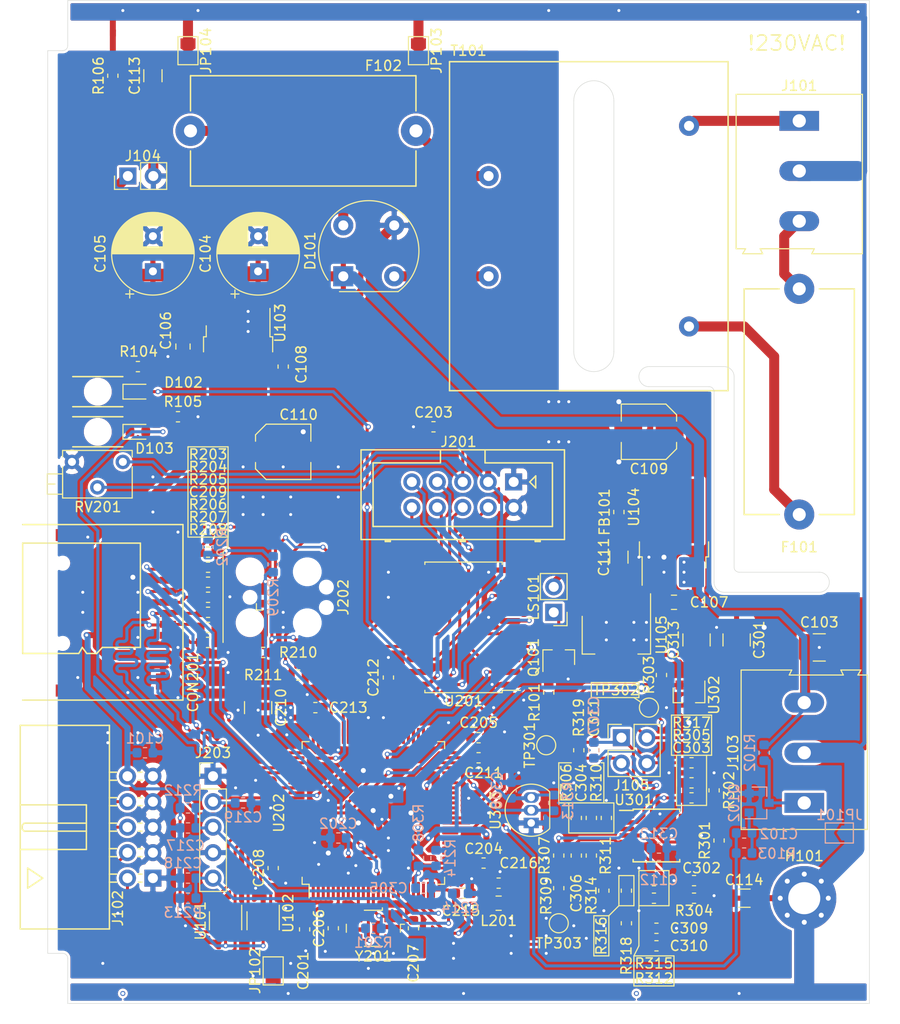
<source format=kicad_pcb>
(kicad_pcb (version 20171130) (host pcbnew 5.1.5)

  (general
    (thickness 1.6)
    (drawings 90)
    (tracks 1761)
    (zones 0)
    (modules 128)
    (nets 138)
  )

  (page A4)
  (layers
    (0 F.Cu signal)
    (31 B.Cu signal)
    (32 B.Adhes user)
    (33 F.Adhes user)
    (34 B.Paste user)
    (35 F.Paste user)
    (36 B.SilkS user)
    (37 F.SilkS user)
    (38 B.Mask user)
    (39 F.Mask user)
    (40 Dwgs.User user)
    (41 Cmts.User user)
    (42 Eco1.User user)
    (43 Eco2.User user)
    (44 Edge.Cuts user)
    (45 Margin user)
    (46 B.CrtYd user)
    (47 F.CrtYd user)
    (48 B.Fab user)
    (49 F.Fab user)
  )

  (setup
    (last_trace_width 0.25)
    (user_trace_width 0.3)
    (user_trace_width 0.4)
    (user_trace_width 0.6)
    (user_trace_width 1)
    (user_trace_width 2)
    (trace_clearance 0.2)
    (zone_clearance 0.25)
    (zone_45_only no)
    (trace_min 0.21)
    (via_size 0.5)
    (via_drill 0.3)
    (via_min_size 0.4)
    (via_min_drill 0.3)
    (user_via 0.9 0.5)
    (uvia_size 0.3)
    (uvia_drill 0.1)
    (uvias_allowed no)
    (uvia_min_size 0.2)
    (uvia_min_drill 0.1)
    (edge_width 0.05)
    (segment_width 0.2)
    (pcb_text_width 0.3)
    (pcb_text_size 1.5 1.5)
    (mod_edge_width 0.12)
    (mod_text_size 1 1)
    (mod_text_width 0.15)
    (pad_size 0.7874 0.7874)
    (pad_drill 0)
    (pad_to_mask_clearance 0.051)
    (solder_mask_min_width 0.25)
    (aux_axis_origin 13 13)
    (grid_origin 13 13)
    (visible_elements FFFFFF7F)
    (pcbplotparams
      (layerselection 0x010fc_ffffffff)
      (usegerberextensions true)
      (usegerberattributes false)
      (usegerberadvancedattributes false)
      (creategerberjobfile true)
      (excludeedgelayer true)
      (linewidth 0.100000)
      (plotframeref false)
      (viasonmask true)
      (mode 1)
      (useauxorigin false)
      (hpglpennumber 1)
      (hpglpenspeed 20)
      (hpglpendiameter 15.000000)
      (psnegative false)
      (psa4output false)
      (plotreference true)
      (plotvalue true)
      (plotinvisibletext false)
      (padsonsilk false)
      (subtractmaskfromsilk false)
      (outputformat 1)
      (mirror false)
      (drillshape 0)
      (scaleselection 1)
      (outputdirectory "gerber/"))
  )

  (net 0 "")
  (net 1 Earth)
  (net 2 GND)
  (net 3 +8V)
  (net 4 +3V3)
  (net 5 +5V)
  (net 6 /Controller/ENC1)
  (net 7 /Controller/ENC2)
  (net 8 /Controller/VREF)
  (net 9 /Controller/SW1)
  (net 10 /Frontend/FORCE+)
  (net 11 /Frontend/FORCE-)
  (net 12 /Frontend/SENS+)
  (net 13 /Frontend/SENS-)
  (net 14 /Controller/SDIO_D1)
  (net 15 /Controller/SDIO_D0)
  (net 16 /Controller/SDIO_CLK)
  (net 17 /Controller/SDIO_CMD)
  (net 18 /Controller/SDIO_D3)
  (net 19 /Controller/SDIO_D2)
  (net 20 "Net-(D102-Pad1)")
  (net 21 /Controller/TEMP_IN)
  (net 22 /L_Trafo)
  (net 23 /L_IN)
  (net 24 /N_IN)
  (net 25 /DIGIO3)
  (net 26 /DIGIO2)
  (net 27 /DIGIO1)
  (net 28 /DIGIO0)
  (net 29 /Controller/SWDIO)
  (net 30 /Controller/SWCLK)
  (net 31 /Controller/PC_RX)
  (net 32 /Controller/PC_TX)
  (net 33 /Controller/~RST)
  (net 34 "Net-(LS101-Pad1)")
  (net 35 /Controller/LCD_VO)
  (net 36 /Controller/LCD_RS)
  (net 37 /Controller/LCD_EN)
  (net 38 /Controller/LCD_D3)
  (net 39 /Controller/LCD_D0)
  (net 40 /Controller/LCD_D2)
  (net 41 /Controller/LCD_D1)
  (net 42 /Controller/FRONTEND_TEMP)
  (net 43 /OUT0)
  (net 44 /OUT3)
  (net 45 /OUT2)
  (net 46 /OUT1)
  (net 47 /Controller/VDDA)
  (net 48 +5VL)
  (net 49 /Controller/CARD_DETECT)
  (net 50 "Net-(C102-Pad2)")
  (net 51 "Net-(C306-Pad1)")
  (net 52 "Net-(D101-Pad4)")
  (net 53 "Net-(D101-Pad2)")
  (net 54 "Net-(D103-Pad1)")
  (net 55 "Net-(F102-Pad2)")
  (net 56 "Net-(J103-Pad1)")
  (net 57 "Net-(Q101-Pad1)")
  (net 58 +3.3VA)
  (net 59 /Controller/NSS)
  (net 60 /Controller/SCK)
  (net 61 /Controller/MISO)
  (net 62 "Net-(C206-Pad1)")
  (net 63 "Net-(C207-Pad1)")
  (net 64 "Net-(C211-Pad1)")
  (net 65 "Net-(C213-Pad1)")
  (net 66 "Net-(C304-Pad1)")
  (net 67 "Net-(J202-Pad5)")
  (net 68 "Net-(J202-Pad6)")
  (net 69 "Net-(J202-Pad8)")
  (net 70 "Net-(R311-Pad1)")
  (net 71 "Net-(R314-Pad2)")
  (net 72 "Net-(U201-Pad2)")
  (net 73 "Net-(U201-Pad4)")
  (net 74 "Net-(U201-Pad6)")
  (net 75 "Net-(U201-Pad7)")
  (net 76 "Net-(U201-Pad8)")
  (net 77 "Net-(U201-Pad9)")
  (net 78 "Net-(U201-Pad15)")
  (net 79 "Net-(U201-Pad17)")
  (net 80 "Net-(U202-Pad2)")
  (net 81 "Net-(U202-Pad3)")
  (net 82 "Net-(U202-Pad4)")
  (net 83 "Net-(U202-Pad5)")
  (net 84 "Net-(U202-Pad7)")
  (net 85 "Net-(U202-Pad8)")
  (net 86 "Net-(U202-Pad9)")
  (net 87 "Net-(U202-Pad15)")
  (net 88 "Net-(U202-Pad16)")
  (net 89 "Net-(U202-Pad17)")
  (net 90 "Net-(U202-Pad18)")
  (net 91 "Net-(U202-Pad26)")
  (net 92 "Net-(U202-Pad29)")
  (net 93 "Net-(U202-Pad32)")
  (net 94 "Net-(U202-Pad33)")
  (net 95 "Net-(U202-Pad34)")
  (net 96 "Net-(U202-Pad38)")
  (net 97 "Net-(U202-Pad39)")
  (net 98 "Net-(U202-Pad40)")
  (net 99 "Net-(U202-Pad41)")
  (net 100 "Net-(U202-Pad42)")
  (net 101 "Net-(U202-Pad43)")
  (net 102 "Net-(U202-Pad44)")
  (net 103 "Net-(U202-Pad45)")
  (net 104 "Net-(U202-Pad46)")
  (net 105 "Net-(U202-Pad51)")
  (net 106 "Net-(U202-Pad52)")
  (net 107 "Net-(U202-Pad53)")
  (net 108 "Net-(U202-Pad54)")
  (net 109 "Net-(U202-Pad59)")
  (net 110 "Net-(U202-Pad60)")
  (net 111 "Net-(U202-Pad61)")
  (net 112 "Net-(U202-Pad62)")
  (net 113 "Net-(U202-Pad63)")
  (net 114 "Net-(U202-Pad64)")
  (net 115 "Net-(U202-Pad70)")
  (net 116 "Net-(U202-Pad71)")
  (net 117 "Net-(U202-Pad77)")
  (net 118 "Net-(U202-Pad81)")
  (net 119 "Net-(U202-Pad82)")
  (net 120 "Net-(U202-Pad84)")
  (net 121 "Net-(U202-Pad86)")
  (net 122 "Net-(U202-Pad95)")
  (net 123 "Net-(U202-Pad96)")
  (net 124 "Net-(U202-Pad97)")
  (net 125 "Net-(U202-Pad98)")
  (net 126 /Frontend/VREF_OP)
  (net 127 /DIGIO0_PROT)
  (net 128 /DIGIO1_PROT)
  (net 129 /DIGIO2_PROT)
  (net 130 /DIGIO3_PROT)
  (net 131 "Net-(C302-Pad2)")
  (net 132 "Net-(C302-Pad1)")
  (net 133 "Net-(C303-Pad2)")
  (net 134 "Net-(C303-Pad1)")
  (net 135 "Net-(C306-Pad2)")
  (net 136 "Net-(C309-Pad1)")
  (net 137 "Net-(R314-Pad1)")

  (net_class Default "This is the default net class."
    (clearance 0.2)
    (trace_width 0.25)
    (via_dia 0.5)
    (via_drill 0.3)
    (uvia_dia 0.3)
    (uvia_drill 0.1)
    (diff_pair_width 0.21)
    (diff_pair_gap 0.25)
    (add_net +3.3VA)
    (add_net +3V3)
    (add_net +5V)
    (add_net +5VL)
    (add_net +8V)
    (add_net /Controller/CARD_DETECT)
    (add_net /Controller/ENC1)
    (add_net /Controller/ENC2)
    (add_net /Controller/FRONTEND_TEMP)
    (add_net /Controller/LCD_D0)
    (add_net /Controller/LCD_D1)
    (add_net /Controller/LCD_D2)
    (add_net /Controller/LCD_D3)
    (add_net /Controller/LCD_EN)
    (add_net /Controller/LCD_RS)
    (add_net /Controller/LCD_VO)
    (add_net /Controller/MISO)
    (add_net /Controller/NSS)
    (add_net /Controller/PC_RX)
    (add_net /Controller/PC_TX)
    (add_net /Controller/SCK)
    (add_net /Controller/SDIO_CLK)
    (add_net /Controller/SDIO_CMD)
    (add_net /Controller/SDIO_D0)
    (add_net /Controller/SDIO_D1)
    (add_net /Controller/SDIO_D2)
    (add_net /Controller/SDIO_D3)
    (add_net /Controller/SW1)
    (add_net /Controller/SWCLK)
    (add_net /Controller/SWDIO)
    (add_net /Controller/TEMP_IN)
    (add_net /Controller/VDDA)
    (add_net /Controller/VREF)
    (add_net /Controller/~RST)
    (add_net /DIGIO0)
    (add_net /DIGIO0_PROT)
    (add_net /DIGIO1)
    (add_net /DIGIO1_PROT)
    (add_net /DIGIO2)
    (add_net /DIGIO2_PROT)
    (add_net /DIGIO3)
    (add_net /DIGIO3_PROT)
    (add_net /Frontend/FORCE+)
    (add_net /Frontend/FORCE-)
    (add_net /Frontend/SENS+)
    (add_net /Frontend/SENS-)
    (add_net /Frontend/VREF_OP)
    (add_net /OUT0)
    (add_net /OUT1)
    (add_net /OUT2)
    (add_net /OUT3)
    (add_net Earth)
    (add_net GND)
    (add_net "Net-(C102-Pad2)")
    (add_net "Net-(C206-Pad1)")
    (add_net "Net-(C207-Pad1)")
    (add_net "Net-(C211-Pad1)")
    (add_net "Net-(C213-Pad1)")
    (add_net "Net-(C302-Pad1)")
    (add_net "Net-(C302-Pad2)")
    (add_net "Net-(C303-Pad1)")
    (add_net "Net-(C303-Pad2)")
    (add_net "Net-(C304-Pad1)")
    (add_net "Net-(C306-Pad1)")
    (add_net "Net-(C306-Pad2)")
    (add_net "Net-(C309-Pad1)")
    (add_net "Net-(D101-Pad2)")
    (add_net "Net-(D101-Pad4)")
    (add_net "Net-(D102-Pad1)")
    (add_net "Net-(D103-Pad1)")
    (add_net "Net-(F102-Pad2)")
    (add_net "Net-(J103-Pad1)")
    (add_net "Net-(J202-Pad5)")
    (add_net "Net-(J202-Pad6)")
    (add_net "Net-(J202-Pad8)")
    (add_net "Net-(LS101-Pad1)")
    (add_net "Net-(Q101-Pad1)")
    (add_net "Net-(R311-Pad1)")
    (add_net "Net-(R314-Pad1)")
    (add_net "Net-(R314-Pad2)")
    (add_net "Net-(U201-Pad15)")
    (add_net "Net-(U201-Pad17)")
    (add_net "Net-(U201-Pad2)")
    (add_net "Net-(U201-Pad4)")
    (add_net "Net-(U201-Pad6)")
    (add_net "Net-(U201-Pad7)")
    (add_net "Net-(U201-Pad8)")
    (add_net "Net-(U201-Pad9)")
    (add_net "Net-(U202-Pad15)")
    (add_net "Net-(U202-Pad16)")
    (add_net "Net-(U202-Pad17)")
    (add_net "Net-(U202-Pad18)")
    (add_net "Net-(U202-Pad2)")
    (add_net "Net-(U202-Pad26)")
    (add_net "Net-(U202-Pad29)")
    (add_net "Net-(U202-Pad3)")
    (add_net "Net-(U202-Pad32)")
    (add_net "Net-(U202-Pad33)")
    (add_net "Net-(U202-Pad34)")
    (add_net "Net-(U202-Pad38)")
    (add_net "Net-(U202-Pad39)")
    (add_net "Net-(U202-Pad4)")
    (add_net "Net-(U202-Pad40)")
    (add_net "Net-(U202-Pad41)")
    (add_net "Net-(U202-Pad42)")
    (add_net "Net-(U202-Pad43)")
    (add_net "Net-(U202-Pad44)")
    (add_net "Net-(U202-Pad45)")
    (add_net "Net-(U202-Pad46)")
    (add_net "Net-(U202-Pad5)")
    (add_net "Net-(U202-Pad51)")
    (add_net "Net-(U202-Pad52)")
    (add_net "Net-(U202-Pad53)")
    (add_net "Net-(U202-Pad54)")
    (add_net "Net-(U202-Pad59)")
    (add_net "Net-(U202-Pad60)")
    (add_net "Net-(U202-Pad61)")
    (add_net "Net-(U202-Pad62)")
    (add_net "Net-(U202-Pad63)")
    (add_net "Net-(U202-Pad64)")
    (add_net "Net-(U202-Pad7)")
    (add_net "Net-(U202-Pad70)")
    (add_net "Net-(U202-Pad71)")
    (add_net "Net-(U202-Pad77)")
    (add_net "Net-(U202-Pad8)")
    (add_net "Net-(U202-Pad81)")
    (add_net "Net-(U202-Pad82)")
    (add_net "Net-(U202-Pad84)")
    (add_net "Net-(U202-Pad86)")
    (add_net "Net-(U202-Pad9)")
    (add_net "Net-(U202-Pad95)")
    (add_net "Net-(U202-Pad96)")
    (add_net "Net-(U202-Pad97)")
    (add_net "Net-(U202-Pad98)")
  )

  (net_class HV ""
    (clearance 2.55)
    (trace_width 1)
    (via_dia 0.5)
    (via_drill 0.3)
    (uvia_dia 0.3)
    (uvia_drill 0.1)
    (diff_pair_width 0.21)
    (diff_pair_gap 0.25)
    (add_net /L_IN)
    (add_net /L_Trafo)
    (add_net /N_IN)
  )

  (module shimatta_artwork:shimatta_kanji_20mm_solder_mask (layer B.Cu) (tedit 0) (tstamp 5E4C6208)
    (at 41.5 29.75 180)
    (fp_text reference G*** (at 0 0) (layer B.SilkS) hide
      (effects (font (size 1.524 1.524) (thickness 0.3)) (justify mirror))
    )
    (fp_text value LOGO (at 0.75 0) (layer B.SilkS) hide
      (effects (font (size 1.524 1.524) (thickness 0.3)) (justify mirror))
    )
    (fp_poly (pts (xy 9.428791 1.753801) (xy 9.567761 1.731641) (xy 9.667206 1.700045) (xy 9.761697 1.645722)
      (xy 9.822989 1.576357) (xy 9.855813 1.486306) (xy 9.858368 1.471966) (xy 9.862124 1.413942)
      (xy 9.846144 1.369373) (xy 9.819335 1.333673) (xy 9.781378 1.29583) (xy 9.735384 1.267393)
      (xy 9.673178 1.245282) (xy 9.586585 1.22642) (xy 9.495693 1.211812) (xy 9.397389 1.192146)
      (xy 9.273374 1.159472) (xy 9.133481 1.117016) (xy 8.987545 1.068002) (xy 8.845399 1.015655)
      (xy 8.716878 0.963201) (xy 8.66136 0.938204) (xy 8.588402 0.904309) (xy 8.53008 0.87777)
      (xy 8.494468 0.862231) (xy 8.487445 0.859693) (xy 8.474447 0.874529) (xy 8.460842 0.897485)
      (xy 8.444687 0.930782) (xy 8.440616 0.943057) (xy 8.456761 0.954676) (xy 8.501708 0.982387)
      (xy 8.57022 1.023082) (xy 8.657065 1.073654) (xy 8.757007 1.130996) (xy 8.763 1.13441)
      (xy 8.863594 1.192303) (xy 8.951369 1.243987) (xy 9.021081 1.286279) (xy 9.067485 1.315993)
      (xy 9.085336 1.329944) (xy 9.085385 1.330186) (xy 9.067291 1.336709) (xy 9.018671 1.344245)
      (xy 8.948012 1.351635) (xy 8.900733 1.355366) (xy 8.814954 1.359677) (xy 8.732203 1.359467)
      (xy 8.645159 1.353943) (xy 8.546496 1.342311) (xy 8.428892 1.323781) (xy 8.285022 1.297558)
      (xy 8.181769 1.277551) (xy 8.087012 1.260086) (xy 8.005697 1.247289) (xy 7.945677 1.240239)
      (xy 7.914804 1.240013) (xy 7.913115 1.240669) (xy 7.898633 1.267289) (xy 7.893539 1.306485)
      (xy 7.896969 1.33375) (xy 7.911797 1.356509) (xy 7.94483 1.38016) (xy 8.002873 1.410101)
      (xy 8.054731 1.434343) (xy 8.259047 1.524345) (xy 8.450867 1.601035) (xy 8.623126 1.661725)
      (xy 8.754126 1.700075) (xy 8.923632 1.734862) (xy 9.098237 1.755411) (xy 9.269453 1.761724)
      (xy 9.428791 1.753801)) (layer B.Mask) (width 0.01))
    (fp_poly (pts (xy 3.301209 1.629772) (xy 3.455957 1.617452) (xy 3.586106 1.595662) (xy 3.620461 1.586813)
      (xy 3.799648 1.524806) (xy 3.949231 1.448506) (xy 4.077466 1.353305) (xy 4.132385 1.301052)
      (xy 4.252335 1.152355) (xy 4.336366 0.989866) (xy 4.383796 0.816683) (xy 4.393941 0.635903)
      (xy 4.366121 0.450625) (xy 4.339226 0.361417) (xy 4.262261 0.200227) (xy 4.150017 0.051266)
      (xy 4.004678 -0.084345) (xy 3.828431 -0.205486) (xy 3.62346 -0.311038) (xy 3.39195 -0.399881)
      (xy 3.136087 -0.470894) (xy 2.858055 -0.522959) (xy 2.56004 -0.554955) (xy 2.54977 -0.555664)
      (xy 2.452095 -0.562584) (xy 2.352045 -0.570151) (xy 2.268301 -0.576945) (xy 2.254251 -0.578165)
      (xy 2.188341 -0.583117) (xy 2.151245 -0.581066) (xy 2.132887 -0.568837) (xy 2.123191 -0.543254)
      (xy 2.121415 -0.536295) (xy 2.114131 -0.495637) (xy 2.115569 -0.476534) (xy 2.13681 -0.470214)
      (xy 2.187543 -0.459437) (xy 2.258697 -0.446062) (xy 2.29725 -0.439298) (xy 2.600453 -0.375807)
      (xy 2.872729 -0.294923) (xy 3.113188 -0.197142) (xy 3.32094 -0.082957) (xy 3.495097 0.047136)
      (xy 3.634767 0.192644) (xy 3.739062 0.353072) (xy 3.745332 0.365489) (xy 3.799796 0.510355)
      (xy 3.824701 0.659415) (xy 3.821806 0.807143) (xy 3.792865 0.948013) (xy 3.739637 1.0765)
      (xy 3.663877 1.187078) (xy 3.567342 1.274223) (xy 3.451789 1.332407) (xy 3.436387 1.337282)
      (xy 3.329785 1.358) (xy 3.20153 1.366318) (xy 3.067026 1.362231) (xy 2.941678 1.345736)
      (xy 2.904282 1.337402) (xy 2.791716 1.300662) (xy 2.655402 1.242376) (xy 2.501756 1.165846)
      (xy 2.337192 1.074371) (xy 2.168124 0.971251) (xy 2.077079 0.911797) (xy 1.982701 0.849482)
      (xy 1.897066 0.794483) (xy 1.826482 0.750731) (xy 1.777255 0.722158) (xy 1.758369 0.713125)
      (xy 1.705349 0.713823) (xy 1.63319 0.738937) (xy 1.548908 0.783847) (xy 1.459517 0.843935)
      (xy 1.372034 0.914582) (xy 1.293475 0.991171) (xy 1.242341 1.052831) (xy 1.177176 1.155524)
      (xy 1.145756 1.240689) (xy 1.147669 1.309786) (xy 1.161677 1.339812) (xy 1.188745 1.371855)
      (xy 1.220071 1.383574) (xy 1.263202 1.374056) (xy 1.325686 1.342389) (xy 1.372393 1.314365)
      (xy 1.441864 1.275343) (xy 1.503115 1.252904) (xy 1.564969 1.2473) (xy 1.636248 1.25878)
      (xy 1.725773 1.287594) (xy 1.825982 1.32721) (xy 2.072117 1.421167) (xy 2.322841 1.502936)
      (xy 2.562838 1.567664) (xy 2.638504 1.584763) (xy 2.79051 1.610116) (xy 2.958372 1.626082)
      (xy 3.131976 1.632641) (xy 3.301209 1.629772)) (layer B.Mask) (width 0.01))
    (fp_poly (pts (xy -7.16573 3.644015) (xy -7.030481 3.628399) (xy -6.898306 3.608454) (xy -6.778602 3.585917)
      (xy -6.680766 3.562522) (xy -6.623226 3.543826) (xy -6.552282 3.503627) (xy -6.518969 3.457096)
      (xy -6.523039 3.407494) (xy -6.564241 3.35808) (xy -6.640956 3.312726) (xy -6.72123 3.276527)
      (xy -6.72123 1.953846) (xy -6.101652 1.953846) (xy -5.908326 2.177929) (xy -5.839612 2.256002)
      (xy -5.778657 2.322318) (xy -5.730438 2.371689) (xy -5.69993 2.398925) (xy -5.692898 2.402621)
      (xy -5.671923 2.389825) (xy -5.628642 2.354137) (xy -5.568405 2.300274) (xy -5.496558 2.232952)
      (xy -5.455081 2.19292) (xy -5.35528 2.092389) (xy -5.284164 2.012661) (xy -5.239564 1.950558)
      (xy -5.219311 1.902903) (xy -5.221236 1.866519) (xy -5.225852 1.857265) (xy -5.248293 1.85113)
      (xy -5.307629 1.846089) (xy -5.404272 1.842132) (xy -5.538636 1.839247) (xy -5.711135 1.837422)
      (xy -5.922182 1.836647) (xy -5.979922 1.836616) (xy -6.72123 1.836616) (xy -6.72123 -0.566615)
      (xy -6.259971 -0.566615) (xy -6.067574 -0.351692) (xy -5.999081 -0.276106) (xy -5.939554 -0.212155)
      (xy -5.893885 -0.164964) (xy -5.866969 -0.139654) (xy -5.862279 -0.136769) (xy -5.839937 -0.14918)
      (xy -5.795385 -0.182731) (xy -5.73498 -0.231894) (xy -5.665077 -0.291144) (xy -5.592032 -0.354955)
      (xy -5.522202 -0.417801) (xy -5.461942 -0.474155) (xy -5.417609 -0.518492) (xy -5.400017 -0.538674)
      (xy -5.367005 -0.588512) (xy -5.35926 -0.622387) (xy -5.366651 -0.641654) (xy -5.372793 -0.647595)
      (xy -5.384916 -0.652791) (xy -5.405554 -0.657303) (xy -5.437241 -0.661191) (xy -5.48251 -0.664515)
      (xy -5.543894 -0.667336) (xy -5.623926 -0.669713) (xy -5.725141 -0.671708) (xy -5.85007 -0.67338)
      (xy -6.001248 -0.67479) (xy -6.181207 -0.675998) (xy -6.392482 -0.677065) (xy -6.637605 -0.67805)
      (xy -6.919109 -0.679015) (xy -6.938394 -0.679077) (xy -7.220887 -0.67997) (xy -7.466876 -0.680669)
      (xy -7.678931 -0.681118) (xy -7.859624 -0.681261) (xy -8.011528 -0.681044) (xy -8.137214 -0.680411)
      (xy -8.239254 -0.679306) (xy -8.32022 -0.677674) (xy -8.382682 -0.67546) (xy -8.429214 -0.672608)
      (xy -8.462386 -0.669064) (xy -8.484771 -0.664771) (xy -8.49894 -0.659674) (xy -8.507465 -0.653718)
      (xy -8.512918 -0.646848) (xy -8.513997 -0.64515) (xy -8.533273 -0.606511) (xy -8.538307 -0.586419)
      (xy -8.518898 -0.580182) (xy -8.461154 -0.575092) (xy -8.365801 -0.571172) (xy -8.233566 -0.568445)
      (xy -8.065175 -0.566936) (xy -7.922846 -0.566615) (xy -7.307384 -0.566615) (xy -7.307384 1.836616)
      (xy -8.514275 1.836616) (xy -8.54583 1.884774) (xy -8.568455 1.922492) (xy -8.577384 1.94339)
      (xy -8.558611 1.94591) (xy -8.505349 1.948213) (xy -8.422187 1.950221) (xy -8.313714 1.951859)
      (xy -8.184518 1.953052) (xy -8.039187 1.953724) (xy -7.942384 1.953846) (xy -7.307384 1.953846)
      (xy -7.307384 3.657659) (xy -7.16573 3.644015)) (layer B.Mask) (width 0.01))
    (fp_poly (pts (xy 7.808064 0.395873) (xy 7.820909 0.35155) (xy 7.81349 0.27581) (xy 7.803742 0.231615)
      (xy 7.785801 0.109096) (xy 7.79887 0.006839) (xy 7.843916 -0.079884) (xy 7.874635 -0.11486)
      (xy 7.967303 -0.181671) (xy 8.093926 -0.23155) (xy 8.253218 -0.264447) (xy 8.443892 -0.280312)
      (xy 8.664663 -0.279096) (xy 8.914245 -0.260749) (xy 9.19135 -0.225221) (xy 9.47304 -0.176639)
      (xy 9.611859 -0.155568) (xy 9.723564 -0.15229) (xy 9.816229 -0.167606) (xy 9.89793 -0.202316)
      (xy 9.929424 -0.22186) (xy 9.997696 -0.283212) (xy 10.032198 -0.356505) (xy 10.037036 -0.450516)
      (xy 10.036934 -0.451773) (xy 10.019551 -0.537125) (xy 9.981122 -0.60896) (xy 9.919239 -0.66821)
      (xy 9.831497 -0.71581) (xy 9.715488 -0.752696) (xy 9.568805 -0.779801) (xy 9.389042 -0.79806)
      (xy 9.173792 -0.808407) (xy 9.114693 -0.809856) (xy 8.994114 -0.811858) (xy 8.883467 -0.812804)
      (xy 8.790078 -0.812701) (xy 8.721276 -0.811557) (xy 8.684846 -0.809444) (xy 8.638883 -0.803365)
      (xy 8.56704 -0.794119) (xy 8.482217 -0.783361) (xy 8.450385 -0.779361) (xy 8.230894 -0.738915)
      (xy 8.04091 -0.676709) (xy 7.881353 -0.593495) (xy 7.753145 -0.490023) (xy 7.657211 -0.367045)
      (xy 7.59447 -0.225311) (xy 7.565847 -0.065574) (xy 7.565408 -0.058531) (xy 7.562448 0.025892)
      (xy 7.566924 0.087191) (xy 7.581292 0.141001) (xy 7.605759 0.198179) (xy 7.643881 0.268184)
      (xy 7.687847 0.332317) (xy 7.730734 0.381887) (xy 7.765619 0.408201) (xy 7.774706 0.410308)
      (xy 7.808064 0.395873)) (layer B.Mask) (width 0.01))
    (fp_poly (pts (xy 7.338145 3.474443) (xy 7.446892 3.440014) (xy 7.562991 3.388053) (xy 7.677402 3.323667)
      (xy 7.781082 3.251965) (xy 7.864989 3.178057) (xy 7.920082 3.10705) (xy 7.921507 3.104439)
      (xy 7.959244 3.03404) (xy 7.81893 2.730595) (xy 7.772867 2.630313) (xy 7.733158 2.542594)
      (xy 7.702487 2.473468) (xy 7.683536 2.428966) (xy 7.678616 2.415191) (xy 7.695962 2.405068)
      (xy 7.743645 2.406271) (xy 7.815129 2.417185) (xy 7.903879 2.436192) (xy 8.00336 2.461677)
      (xy 8.107037 2.492023) (xy 8.208376 2.525615) (xy 8.30084 2.560835) (xy 8.344716 2.579933)
      (xy 8.438434 2.621079) (xy 8.508671 2.645305) (xy 8.566225 2.654449) (xy 8.621897 2.650345)
      (xy 8.679355 2.636833) (xy 8.767704 2.597385) (xy 8.837863 2.537316) (xy 8.884673 2.464285)
      (xy 8.902974 2.385949) (xy 8.892236 2.320845) (xy 8.849581 2.26) (xy 8.770149 2.200807)
      (xy 8.656228 2.144019) (xy 8.510109 2.090391) (xy 8.334081 2.040674) (xy 8.130434 1.995624)
      (xy 7.901456 1.955991) (xy 7.699682 1.928463) (xy 7.496055 1.903717) (xy 7.064105 0.624589)
      (xy 6.991253 0.40925) (xy 6.921584 0.204081) (xy 6.856174 0.012201) (xy 6.796095 -0.163273)
      (xy 6.742424 -0.319225) (xy 6.696235 -0.452538) (xy 6.658603 -0.560093) (xy 6.630602 -0.638775)
      (xy 6.613307 -0.685467) (xy 6.608432 -0.696984) (xy 6.548196 -0.768353) (xy 6.468858 -0.809727)
      (xy 6.379028 -0.81866) (xy 6.287319 -0.792703) (xy 6.281659 -0.789834) (xy 6.183737 -0.719536)
      (xy 6.117645 -0.627018) (xy 6.082975 -0.511562) (xy 6.077082 -0.429846) (xy 6.088269 -0.329409)
      (xy 6.12395 -0.222844) (xy 6.186639 -0.104136) (xy 6.259078 0.005238) (xy 6.317058 0.092554)
      (xy 6.37418 0.190956) (xy 6.432946 0.305617) (xy 6.495859 0.44171) (xy 6.565422 0.604407)
      (xy 6.644137 0.798883) (xy 6.649058 0.811302) (xy 6.698576 0.937705) (xy 6.750645 1.072924)
      (xy 6.803388 1.211851) (xy 6.854927 1.349379) (xy 6.903383 1.480396) (xy 6.94688 1.599796)
      (xy 6.983539 1.702469) (xy 7.011482 1.783306) (xy 7.028831 1.837198) (xy 7.033846 1.858104)
      (xy 7.015345 1.865235) (xy 6.963909 1.870215) (xy 6.885638 1.872683) (xy 6.792451 1.87238)
      (xy 6.689343 1.871214) (xy 6.615634 1.872673) (xy 6.561671 1.878103) (xy 6.517798 1.888851)
      (xy 6.474359 1.906264) (xy 6.44321 1.921096) (xy 6.324196 1.997966) (xy 6.220716 2.100695)
      (xy 6.142416 2.218832) (xy 6.1184 2.273068) (xy 6.087796 2.371327) (xy 6.076374 2.446686)
      (xy 6.082596 2.496419) (xy 6.104926 2.5178) (xy 6.141826 2.508101) (xy 6.19176 2.464595)
      (xy 6.212598 2.440172) (xy 6.281896 2.36957) (xy 6.361104 2.322749) (xy 6.458762 2.296368)
      (xy 6.583409 2.287084) (xy 6.604 2.286959) (xy 6.716122 2.289109) (xy 6.828914 2.294912)
      (xy 6.935173 2.303596) (xy 7.027694 2.314386) (xy 7.099275 2.326512) (xy 7.142712 2.339199)
      (xy 7.151763 2.345725) (xy 7.1613 2.373411) (xy 7.176626 2.431585) (xy 7.196021 2.512388)
      (xy 7.217765 2.607958) (xy 7.240139 2.710436) (xy 7.261423 2.81196) (xy 7.279899 2.904671)
      (xy 7.293846 2.980708) (xy 7.301117 3.028483) (xy 7.305167 3.07497) (xy 7.300115 3.108973)
      (xy 7.280462 3.141407) (xy 7.240706 3.183187) (xy 7.206953 3.215357) (xy 7.150084 3.267171)
      (xy 7.09965 3.309796) (xy 7.066126 3.334399) (xy 7.06502 3.335032) (xy 7.038815 3.363839)
      (xy 7.044428 3.397789) (xy 7.075931 3.431923) (xy 7.127394 3.461282) (xy 7.192887 3.480906)
      (xy 7.245794 3.486229) (xy 7.338145 3.474443)) (layer B.Mask) (width 0.01))
    (fp_poly (pts (xy -8.900627 3.686148) (xy -8.842414 3.668288) (xy -8.764568 3.642197) (xy -8.675465 3.610881)
      (xy -8.583481 3.577349) (xy -8.496994 3.544605) (xy -8.42438 3.515659) (xy -8.374017 3.493516)
      (xy -8.369508 3.491277) (xy -8.277195 3.438216) (xy -8.22267 3.390903) (xy -8.205385 3.347504)
      (xy -8.224792 3.306186) (xy -8.280344 3.265118) (xy -8.298961 3.255113) (xy -8.337113 3.234353)
      (xy -8.366557 3.21267) (xy -8.391987 3.183218) (xy -8.418101 3.139156) (xy -8.449593 3.073639)
      (xy -8.491159 2.979825) (xy -8.496937 2.966591) (xy -8.548331 2.852563) (xy -8.610388 2.720528)
      (xy -8.675268 2.586898) (xy -8.734797 2.468728) (xy -8.867489 2.21184) (xy -8.771283 2.152035)
      (xy -8.705668 2.103264) (xy -8.677637 2.059887) (xy -8.68668 2.018576) (xy -8.732288 1.976008)
      (xy -8.743219 1.96868) (xy -8.811362 1.924539) (xy -8.811738 0.517769) (xy -8.812113 -0.889)
      (xy -8.875479 -0.932013) (xy -8.977934 -0.988548) (xy -9.088107 -1.027523) (xy -9.195323 -1.046531)
      (xy -9.288907 -1.043165) (xy -9.32473 -1.033329) (xy -9.378461 -1.012743) (xy -9.378461 1.510364)
      (xy -9.568961 1.326369) (xy -9.685083 1.216199) (xy -9.784302 1.126131) (xy -9.86423 1.058185)
      (xy -9.92248 1.014379) (xy -9.956663 0.99673) (xy -9.95935 0.996462) (xy -9.988083 1.009886)
      (xy -10.000622 1.022071) (xy -10.00528 1.043101) (xy -9.992716 1.079674) (xy -9.960495 1.137038)
      (xy -9.914008 1.208794) (xy -9.717402 1.5262) (xy -9.533424 1.87007) (xy -9.367953 2.228378)
      (xy -9.226866 2.589099) (xy -9.196588 2.676769) (xy -9.157165 2.800379) (xy -9.115688 2.941245)
      (xy -9.07447 3.09045) (xy -9.035823 3.239075) (xy -9.002058 3.3782) (xy -8.975488 3.498907)
      (xy -8.958423 3.592278) (xy -8.957301 3.599962) (xy -8.947157 3.653955) (xy -8.93604 3.687421)
      (xy -8.930828 3.692769) (xy -8.900627 3.686148)) (layer B.Mask) (width 0.01))
    (fp_poly (pts (xy -3.838788 3.688729) (xy -3.763989 3.677918) (xy -3.672419 3.662305) (xy -3.574363 3.643857)
      (xy -3.48011 3.624543) (xy -3.399947 3.60633) (xy -3.344161 3.591186) (xy -3.331315 3.58657)
      (xy -3.283233 3.56018) (xy -3.253133 3.532073) (xy -3.250693 3.527326) (xy -3.253676 3.486941)
      (xy -3.283652 3.446101) (xy -3.321955 3.42193) (xy -3.347355 3.402506) (xy -3.390898 3.360148)
      (xy -3.445625 3.301872) (xy -3.484542 3.258039) (xy -3.616047 3.106616) (xy -1.188916 3.106616)
      (xy -0.994443 3.287346) (xy -0.921758 3.354128) (xy -0.85857 3.410747) (xy -0.810709 3.452087)
      (xy -0.784001 3.473031) (xy -0.781309 3.474482) (xy -0.757945 3.465597) (xy -0.712937 3.435671)
      (xy -0.653194 3.390341) (xy -0.585627 3.335241) (xy -0.517146 3.276008) (xy -0.454661 3.218278)
      (xy -0.405081 3.167687) (xy -0.404892 3.167477) (xy -0.364427 3.117627) (xy -0.338018 3.075387)
      (xy -0.332154 3.05723) (xy -0.345696 3.029063) (xy -0.38818 3.008895) (xy -0.462393 2.996103)
      (xy -0.571123 2.990066) (xy -0.636272 2.989385) (xy -0.840154 2.989385) (xy -0.840154 2.637693)
      (xy -0.839955 2.512617) (xy -0.838973 2.421319) (xy -0.836633 2.358498) (xy -0.832357 2.318856)
      (xy -0.82557 2.297091) (xy -0.815693 2.287906) (xy -0.802152 2.286001) (xy -0.801892 2.286)
      (xy -0.773311 2.298192) (xy -0.722344 2.331537) (xy -0.655775 2.381192) (xy -0.580392 2.442311)
      (xy -0.566873 2.453762) (xy -0.370116 2.621524) (xy -0.20152 2.487954) (xy -0.101103 2.405863)
      (xy -0.030828 2.341836) (xy 0.011944 2.292668) (xy 0.029851 2.255153) (xy 0.025534 2.226085)
      (xy 0.020288 2.218518) (xy 0.006592 2.208305) (xy -0.018542 2.20062) (xy -0.060041 2.195127)
      (xy -0.122832 2.19149) (xy -0.211843 2.189373) (xy -0.332 2.18844) (xy -0.422469 2.188308)
      (xy -0.840154 2.188308) (xy -0.840154 1.593302) (xy -0.685062 1.747483) (xy -0.529971 1.901665)
      (xy -0.416892 1.825179) (xy -0.334867 1.765382) (xy -0.256268 1.70045) (xy -0.186709 1.635942)
      (xy -0.131801 1.577421) (xy -0.097158 1.530448) (xy -0.088391 1.500584) (xy -0.088624 1.499911)
      (xy -0.098691 1.482757) (xy -0.117225 1.469664) (xy -0.149019 1.460093) (xy -0.198863 1.453502)
      (xy -0.271551 1.449351) (xy -0.371876 1.4471) (xy -0.504628 1.446209) (xy -0.565638 1.446113)
      (xy -0.700559 1.445507) (xy -0.800136 1.443739) (xy -0.868095 1.440561) (xy -0.908159 1.435727)
      (xy -0.924051 1.428988) (xy -0.922215 1.4224) (xy -0.89994 1.378095) (xy -0.914959 1.330448)
      (xy -0.957384 1.289539) (xy -1.016 1.247801) (xy -1.016 0.840154) (xy -0.954763 0.840154)
      (xy -0.922588 0.845115) (xy -0.885404 0.862752) (xy -0.837186 0.897197) (xy -0.771906 0.952581)
      (xy -0.712938 1.005923) (xy -0.532349 1.171691) (xy -0.437136 1.100731) (xy -0.362212 1.041551)
      (xy -0.288135 0.97735) (xy -0.223006 0.915706) (xy -0.174925 0.864198) (xy -0.154843 0.836626)
      (xy -0.150378 0.797665) (xy -0.167511 0.773126) (xy -0.183248 0.762647) (xy -0.210018 0.754793)
      (xy -0.252898 0.749212) (xy -0.316961 0.745549) (xy -0.407281 0.743451) (xy -0.528932 0.742563)
      (xy -0.607088 0.742462) (xy -1.016 0.742462) (xy -1.016 0) (xy -0.777399 0)
      (xy -0.593867 0.168471) (xy -0.410335 0.336941) (xy -0.301582 0.271047) (xy -0.201402 0.206185)
      (xy -0.109722 0.139119) (xy -0.033314 0.075413) (xy 0.021051 0.020627) (xy 0.044043 -0.012866)
      (xy 0.055086 -0.042142) (xy 0.056136 -0.065393) (xy 0.043528 -0.083305) (xy 0.013598 -0.096568)
      (xy -0.037319 -0.10587) (xy -0.11289 -0.111899) (xy -0.216779 -0.115343) (xy -0.352651 -0.11689)
      (xy -0.511734 -0.117231) (xy -1.016 -0.117231) (xy -1.016 -0.933208) (xy -1.087506 -0.987749)
      (xy -1.185199 -1.046446) (xy -1.289837 -1.082616) (xy -1.390375 -1.093543) (xy -1.465384 -1.080594)
      (xy -1.489548 -1.069612) (xy -1.508164 -1.052924) (xy -1.52195 -1.025778) (xy -1.531624 -0.983425)
      (xy -1.537903 -0.921114) (xy -1.541504 -0.834094) (xy -1.543143 -0.717615) (xy -1.543538 -0.566926)
      (xy -1.543538 -0.117231) (xy -2.789505 -0.117231) (xy -2.82106 -0.069072) (xy -2.843686 -0.031355)
      (xy -2.852615 -0.010456) (xy -2.834363 -0.00634) (xy -2.784749 -0.002986) (xy -2.711487 -0.000754)
      (xy -2.627923 0) (xy -2.40323 0) (xy -2.40323 0.742462) (xy -1.914769 0.742462)
      (xy -1.914769 0) (xy -1.543538 0) (xy -1.543538 0.742462) (xy -1.914769 0.742462)
      (xy -2.40323 0.742462) (xy -2.40323 1.051715) (xy -2.139645 0.945934) (xy -2.033634 0.903981)
      (xy -1.954204 0.874855) (xy -1.891918 0.856232) (xy -1.837336 0.845789) (xy -1.781019 0.841205)
      (xy -1.713529 0.840155) (xy -1.709799 0.840154) (xy -1.543538 0.840154) (xy -1.543538 1.445846)
      (xy -3.269734 1.445846) (xy -3.22478 1.397994) (xy -3.193696 1.350921) (xy -3.198734 1.311521)
      (xy -3.241062 1.276826) (xy -3.279299 1.259217) (xy -3.347723 1.215489) (xy -3.4213 1.139132)
      (xy -3.495173 1.035289) (xy -3.50324 1.022193) (xy -3.50304 1.010874) (xy -3.482699 1.003292)
      (xy -3.43701 0.998804) (xy -3.360771 0.996771) (xy -3.294315 0.996462) (xy -3.069766 0.996462)
      (xy -2.950823 1.106582) (xy -2.895677 1.15606) (xy -2.852243 1.192072) (xy -2.827588 1.208869)
      (xy -2.824715 1.209159) (xy -2.775384 1.154537) (xy -2.715674 1.084446) (xy -2.65204 1.006947)
      (xy -2.590935 0.9301) (xy -2.538814 0.861967) (xy -2.50213 0.810608) (xy -2.490487 0.791713)
      (xy -2.452077 0.719495) (xy -2.542253 0.638171) (xy -2.598689 0.57774) (xy -2.65799 0.499338)
      (xy -2.704546 0.424704) (xy -2.842318 0.207282) (xy -3.014183 -0.00561) (xy -3.215158 -0.209415)
      (xy -3.44026 -0.399573) (xy -3.684505 -0.571526) (xy -3.942909 -0.720716) (xy -3.974162 -0.736637)
      (xy -4.088406 -0.791489) (xy -4.208145 -0.844587) (xy -4.327462 -0.893763) (xy -4.440437 -0.936849)
      (xy -4.541154 -0.971675) (xy -4.623693 -0.996074) (xy -4.682137 -1.007877) (xy -4.709202 -1.005963)
      (xy -4.726996 -0.984631) (xy -4.71758 -0.956615) (xy -4.678522 -0.919173) (xy -4.607392 -0.86956)
      (xy -4.56464 -0.842757) (xy -4.403132 -0.737602) (xy -4.233187 -0.616258) (xy -4.067544 -0.488347)
      (xy -3.91894 -0.36349) (xy -3.863308 -0.313004) (xy -3.787703 -0.240715) (xy -3.739805 -0.190202)
      (xy -3.71731 -0.15821) (xy -3.717915 -0.141484) (xy -3.738587 -0.136769) (xy -3.78107 -0.117287)
      (xy -3.820654 -0.058853) (xy -3.857328 0.038514) (xy -3.871525 0.089701) (xy -3.906815 0.207959)
      (xy -3.947742 0.313481) (xy -3.990003 0.395869) (xy -4.010335 0.425196) (xy -4.029312 0.433861)
      (xy -4.061027 0.420594) (xy -4.112434 0.382371) (xy -4.11651 0.379044) (xy -4.166128 0.339461)
      (xy -4.23756 0.283857) (xy -4.321297 0.219579) (xy -4.407831 0.15397) (xy -4.408814 0.15323)
      (xy -4.496386 0.088548) (xy -4.558755 0.045947) (xy -4.600856 0.02263) (xy -4.627622 0.015805)
      (xy -4.642198 0.021044) (xy -4.665668 0.047567) (xy -4.669692 0.058518) (xy -4.658211 0.07954)
      (xy -4.627685 0.122519) (xy -4.583988 0.179311) (xy -4.569226 0.197779) (xy -4.448299 0.358015)
      (xy -4.322846 0.542513) (xy -4.294865 0.58749) (xy -3.890508 0.58749) (xy -3.8356 0.575698)
      (xy -3.688792 0.528463) (xy -3.57184 0.456138) (xy -3.484484 0.358533) (xy -3.448301 0.292551)
      (xy -3.426045 0.245503) (xy -3.410989 0.217928) (xy -3.408245 0.214923) (xy -3.396203 0.230153)
      (xy -3.368988 0.270413) (xy -3.33208 0.327556) (xy -3.325327 0.338219) (xy -3.293209 0.392001)
      (xy -3.252585 0.464244) (xy -3.207346 0.547503) (xy -3.16138 0.634332) (xy -3.118577 0.717286)
      (xy -3.082827 0.788919) (xy -3.058019 0.841786) (xy -3.048042 0.86844) (xy -3.048 0.869107)
      (xy -3.066402 0.872598) (xy -3.117068 0.875439) (xy -3.193188 0.877413) (xy -3.287952 0.878303)
      (xy -3.336192 0.878288) (xy -3.624384 0.877345) (xy -3.757446 0.732417) (xy -3.890508 0.58749)
      (xy -4.294865 0.58749) (xy -4.200895 0.738532) (xy -4.090472 0.933328) (xy -4.023013 1.064846)
      (xy -3.97584 1.163558) (xy -3.934287 1.253751) (xy -3.901728 1.327848) (xy -3.881541 1.378276)
      (xy -3.877172 1.392116) (xy -3.864379 1.445846) (xy -4.158466 1.445846) (xy -4.271732 1.446123)
      (xy -4.352365 1.447527) (xy -4.406807 1.45092) (xy -4.4415 1.457166) (xy -4.462888 1.467125)
      (xy -4.477412 1.481661) (xy -4.482969 1.489271) (xy -4.505622 1.526694) (xy -4.513384 1.547886)
      (xy -4.494954 1.553092) (xy -4.444093 1.557529) (xy -4.367445 1.560864) (xy -4.271653 1.562764)
      (xy -4.210538 1.563077) (xy -3.907692 1.563077) (xy -3.907692 2.187546) (xy -3.968842 2.188308)
      (xy -3.399692 2.188308) (xy -3.399692 1.563077) (xy -3.048 1.563077) (xy -3.048 2.188308)
      (xy -2.559538 2.188308) (xy -2.559538 1.563077) (xy -2.207846 1.563077) (xy -2.207846 2.188308)
      (xy -1.699846 2.188308) (xy -1.699846 1.563077) (xy -1.348154 1.563077) (xy -1.348154 2.188308)
      (xy -1.699846 2.188308) (xy -2.207846 2.188308) (xy -2.559538 2.188308) (xy -3.048 2.188308)
      (xy -3.399692 2.188308) (xy -3.968842 2.188308) (xy -4.330287 2.192812) (xy -4.469152 2.194669)
      (xy -4.574135 2.196694) (xy -4.650431 2.199452) (xy -4.703234 2.203508) (xy -4.737736 2.209429)
      (xy -4.759132 2.217781) (xy -4.772614 2.229129) (xy -4.782055 2.242039) (xy -4.811228 2.286)
      (xy -3.907692 2.286) (xy -3.907692 2.836336) (xy -3.961423 2.79507) (xy -4.064957 2.719143)
      (xy -4.180423 2.640194) (xy -4.292172 2.568698) (xy -4.358004 2.529707) (xy -4.419838 2.496305)
      (xy -4.458074 2.481376) (xy -4.482205 2.482607) (xy -4.499373 2.495286) (xy -4.510649 2.512321)
      (xy -4.509243 2.534879) (xy -4.492101 2.569936) (xy -4.456172 2.624472) (xy -4.421402 2.673524)
      (xy -4.28025 2.887249) (xy -4.222753 2.989385) (xy -3.399692 2.989385) (xy -3.399692 2.286)
      (xy -3.048 2.286) (xy -3.048 2.989385) (xy -2.559538 2.989385) (xy -2.559538 2.286)
      (xy -2.207846 2.286) (xy -2.207846 2.989385) (xy -1.699846 2.989385) (xy -1.699846 2.286)
      (xy -1.348154 2.286) (xy -1.348154 2.989385) (xy -1.699846 2.989385) (xy -2.207846 2.989385)
      (xy -2.559538 2.989385) (xy -3.048 2.989385) (xy -3.399692 2.989385) (xy -4.222753 2.989385)
      (xy -4.152701 3.113822) (xy -4.044642 3.341792) (xy -3.961957 3.559708) (xy -3.955336 3.580423)
      (xy -3.929027 3.650578) (xy -3.904108 3.686149) (xy -3.886527 3.692769) (xy -3.838788 3.688729)) (layer B.Mask) (width 0.01))
    (fp_poly (pts (xy -1.604197 -2.140316) (xy -1.583691 -2.16207) (xy -1.554825 -2.222457) (xy -1.564969 -2.280657)
      (xy -1.606016 -2.329961) (xy -1.663091 -2.36061) (xy -1.720121 -2.352623) (xy -1.769119 -2.316196)
      (xy -1.807529 -2.267479) (xy -1.812513 -2.223649) (xy -1.784674 -2.172211) (xy -1.776582 -2.161635)
      (xy -1.722409 -2.118489) (xy -1.66201 -2.111389) (xy -1.604197 -2.140316)) (layer B.Mask) (width 0.01))
    (fp_poly (pts (xy 0.160595 -2.6382) (xy 0.251543 -2.690716) (xy 0.305155 -2.746376) (xy 0.361462 -2.82013)
      (xy 0.367629 -3.172955) (xy 0.370974 -3.300648) (xy 0.375998 -3.407347) (xy 0.382346 -3.488043)
      (xy 0.389663 -3.537727) (xy 0.394445 -3.550659) (xy 0.426962 -3.567806) (xy 0.477705 -3.575506)
      (xy 0.481085 -3.575538) (xy 0.527206 -3.580264) (xy 0.545304 -3.598525) (xy 0.547077 -3.614615)
      (xy 0.545112 -3.629818) (xy 0.535291 -3.640467) (xy 0.511727 -3.647369) (xy 0.468532 -3.651332)
      (xy 0.399817 -3.653165) (xy 0.299695 -3.653676) (xy 0.262337 -3.653692) (xy 0.15131 -3.653332)
      (xy 0.073694 -3.65179) (xy 0.023827 -3.648375) (xy -0.003954 -3.642395) (xy -0.015312 -3.633159)
      (xy -0.01591 -3.619977) (xy -0.015862 -3.619724) (xy 0.006549 -3.589103) (xy 0.029532 -3.579886)
      (xy 0.081349 -3.570807) (xy 0.113572 -3.564328) (xy 0.158759 -3.55464) (xy 0.152649 -3.205149)
      (xy 0.150261 -3.080141) (xy 0.147568 -2.98807) (xy 0.14375 -2.922802) (xy 0.137985 -2.8782)
      (xy 0.129454 -2.848129) (xy 0.117336 -2.826454) (xy 0.10081 -2.807038) (xy 0.099171 -2.80529)
      (xy 0.036578 -2.76357) (xy -0.03513 -2.754361) (xy -0.107809 -2.775113) (xy -0.173313 -2.82328)
      (xy -0.2235 -2.896312) (xy -0.228621 -2.907851) (xy -0.242194 -2.959545) (xy -0.253632 -3.038622)
      (xy -0.26248 -3.135114) (xy -0.268284 -3.239052) (xy -0.270591 -3.340469) (xy -0.268945 -3.429395)
      (xy -0.262895 -3.495863) (xy -0.256582 -3.521807) (xy -0.234312 -3.559407) (xy -0.198201 -3.573968)
      (xy -0.16656 -3.575538) (xy -0.119225 -3.579843) (xy -0.100025 -3.59668) (xy -0.097692 -3.614615)
      (xy -0.099721 -3.630078) (xy -0.109812 -3.640817) (xy -0.13397 -3.64769) (xy -0.178201 -3.651554)
      (xy -0.248509 -3.653267) (xy -0.350899 -3.653687) (xy -0.37123 -3.653692) (xy -0.479474 -3.653402)
      (xy -0.554647 -3.651961) (xy -0.602754 -3.648509) (xy -0.629802 -3.642191) (xy -0.641794 -3.632147)
      (xy -0.644737 -3.61752) (xy -0.644769 -3.614615) (xy -0.637027 -3.587576) (xy -0.60689 -3.57675)
      (xy -0.577072 -3.575538) (xy -0.518134 -3.565276) (xy -0.489149 -3.537746) (xy -0.480668 -3.501652)
      (xy -0.474584 -3.435556) (xy -0.470888 -3.348461) (xy -0.46957 -3.249366) (xy -0.470621 -3.147275)
      (xy -0.474029 -3.051188) (xy -0.479786 -2.970106) (xy -0.487881 -2.913031) (xy -0.489839 -2.905077)
      (xy -0.526769 -2.821499) (xy -0.581001 -2.770807) (xy -0.645739 -2.754923) (xy -0.735999 -2.772852)
      (xy -0.809609 -2.825537) (xy -0.857691 -2.897328) (xy -0.874128 -2.935653) (xy -0.885556 -2.976451)
      (xy -0.892851 -3.027644) (xy -0.896891 -3.097155) (xy -0.898551 -3.192908) (xy -0.898769 -3.268719)
      (xy -0.898957 -3.381092) (xy -0.897858 -3.460528) (xy -0.89298 -3.513147) (xy -0.881827 -3.545071)
      (xy -0.861906 -3.56242) (xy -0.830724 -3.571314) (xy -0.785786 -3.577876) (xy -0.771993 -3.579886)
      (xy -0.737045 -3.599604) (xy -0.726599 -3.619724) (xy -0.727068 -3.632977) (xy -0.738204 -3.642272)
      (xy -0.765671 -3.648299) (xy -0.815131 -3.651751) (xy -0.892246 -3.653318) (xy -1.002681 -3.653692)
      (xy -1.004798 -3.653692) (xy -1.115579 -3.653422) (xy -1.193172 -3.652075) (xy -1.243464 -3.648841)
      (xy -1.272345 -3.642913) (xy -1.285701 -3.633483) (xy -1.289421 -3.619742) (xy -1.289538 -3.614615)
      (xy -1.281558 -3.587305) (xy -1.250719 -3.576588) (xy -1.223546 -3.575538) (xy -1.171735 -3.568031)
      (xy -1.136293 -3.549836) (xy -1.135183 -3.548583) (xy -1.126419 -3.520919) (xy -1.120558 -3.461291)
      (xy -1.117515 -3.367712) (xy -1.117204 -3.238197) (xy -1.118137 -3.152929) (xy -1.123461 -2.784231)
      (xy -1.2065 -2.778222) (xy -1.259273 -2.771553) (xy -1.283456 -2.75743) (xy -1.289521 -2.729362)
      (xy -1.289538 -2.72677) (xy -1.283524 -2.697315) (xy -1.26157 -2.677357) (xy -1.217814 -2.665198)
      (xy -1.146392 -2.659141) (xy -1.050192 -2.657497) (xy -0.898769 -2.657231) (xy -0.898769 -2.796998)
      (xy -0.84595 -2.734227) (xy -0.763361 -2.663556) (xy -0.667196 -2.625176) (xy -0.56548 -2.618811)
      (xy -0.466237 -2.644187) (xy -0.377492 -2.701029) (xy -0.331335 -2.751852) (xy -0.288541 -2.809733)
      (xy -0.232075 -2.745421) (xy -0.144368 -2.670997) (xy -0.044757 -2.628328) (xy 0.059363 -2.6174)
      (xy 0.160595 -2.6382)) (layer B.Mask) (width 0.01))
    (fp_poly (pts (xy -1.582615 -3.083342) (xy -1.58228 -3.233448) (xy -1.580547 -3.349095) (xy -1.576328 -3.434903)
      (xy -1.568531 -3.495488) (xy -1.556067 -3.535469) (xy -1.537846 -3.559462) (xy -1.512778 -3.572087)
      (xy -1.479772 -3.577961) (xy -1.465544 -3.579329) (xy -1.411112 -3.592934) (xy -1.390842 -3.6195)
      (xy -1.391255 -3.63262) (xy -1.401988 -3.641894) (xy -1.428615 -3.647979) (xy -1.476706 -3.651534)
      (xy -1.551833 -3.653217) (xy -1.659566 -3.653686) (xy -1.680307 -3.653692) (xy -1.793804 -3.653357)
      (xy -1.873798 -3.651914) (xy -1.92586 -3.648705) (xy -1.955563 -3.64307) (xy -1.968476 -3.634354)
      (xy -1.970172 -3.621896) (xy -1.969772 -3.6195) (xy -1.94684 -3.591502) (xy -1.89507 -3.579329)
      (xy -1.854041 -3.573348) (xy -1.823876 -3.56009) (xy -1.802917 -3.534231) (xy -1.789507 -3.490442)
      (xy -1.781989 -3.423396) (xy -1.778706 -3.327767) (xy -1.778 -3.203015) (xy -1.778767 -3.0925)
      (xy -1.780883 -2.991401) (xy -1.784064 -2.908196) (xy -1.788029 -2.851364) (xy -1.790211 -2.835519)
      (xy -1.800191 -2.798932) (xy -1.818621 -2.780954) (xy -1.85709 -2.775001) (xy -1.897673 -2.774461)
      (xy -1.954825 -2.772684) (xy -1.983001 -2.764085) (xy -1.992252 -2.743769) (xy -1.992923 -2.728057)
      (xy -1.985342 -2.69869) (xy -1.959152 -2.6783) (xy -1.909184 -2.665512) (xy -1.830268 -2.658951)
      (xy -1.726711 -2.657231) (xy -1.582615 -2.657231) (xy -1.582615 -3.083342)) (layer B.Mask) (width 0.01))
    (fp_poly (pts (xy -2.91123 -2.430945) (xy -2.901461 -2.796672) (xy -2.842846 -2.734314) (xy -2.752705 -2.662809)
      (xy -2.653214 -2.624266) (xy -2.551077 -2.617008) (xy -2.453001 -2.63936) (xy -2.365692 -2.689645)
      (xy -2.295854 -2.76619) (xy -2.250195 -2.867316) (xy -2.246092 -2.883435) (xy -2.239748 -2.930158)
      (xy -2.234338 -3.006749) (xy -2.230311 -3.104) (xy -2.228116 -3.212704) (xy -2.22785 -3.257666)
      (xy -2.227868 -3.372491) (xy -2.22676 -3.454252) (xy -2.222159 -3.508944) (xy -2.211699 -3.542561)
      (xy -2.193012 -3.561095) (xy -2.163733 -3.570542) (xy -2.121493 -3.576895) (xy -2.100609 -3.579886)
      (xy -2.06566 -3.599604) (xy -2.055215 -3.619724) (xy -2.055683 -3.632977) (xy -2.066819 -3.642272)
      (xy -2.094286 -3.648299) (xy -2.143746 -3.651751) (xy -2.220862 -3.653318) (xy -2.331296 -3.653692)
      (xy -2.333413 -3.653692) (xy -2.444194 -3.653422) (xy -2.521787 -3.652075) (xy -2.57208 -3.648841)
      (xy -2.60096 -3.642913) (xy -2.614317 -3.633483) (xy -2.618036 -3.619742) (xy -2.618154 -3.614615)
      (xy -2.609948 -3.587056) (xy -2.578457 -3.576447) (xy -2.553677 -3.575538) (xy -2.5133 -3.573452)
      (xy -2.48406 -3.563589) (xy -2.464167 -3.540546) (xy -2.451834 -3.498918) (xy -2.445274 -3.433301)
      (xy -2.4427 -3.338291) (xy -2.442307 -3.238849) (xy -2.444045 -3.100024) (xy -2.45012 -2.994317)
      (xy -2.461822 -2.915887) (xy -2.480444 -2.858894) (xy -2.507278 -2.817497) (xy -2.542283 -2.786784)
      (xy -2.613761 -2.758645) (xy -2.692497 -2.763385) (xy -2.769991 -2.798125) (xy -2.837745 -2.859986)
      (xy -2.862384 -2.895227) (xy -2.87811 -2.926302) (xy -2.889459 -2.963869) (xy -2.897366 -3.015172)
      (xy -2.902763 -3.087453) (xy -2.906584 -3.187955) (xy -2.90819 -3.250861) (xy -2.910513 -3.370015)
      (xy -2.90986 -3.455655) (xy -2.904363 -3.513325) (xy -2.892152 -3.548574) (xy -2.871359 -3.566947)
      (xy -2.840114 -3.57399) (xy -2.798884 -3.575239) (xy -2.753791 -3.580646) (xy -2.736686 -3.600511)
      (xy -2.735384 -3.614615) (xy -2.737349 -3.629818) (xy -2.74717 -3.640467) (xy -2.770734 -3.647369)
      (xy -2.81393 -3.651332) (xy -2.882644 -3.653165) (xy -2.982766 -3.653676) (xy -3.020125 -3.653692)
      (xy -3.131152 -3.653332) (xy -3.208767 -3.65179) (xy -3.258634 -3.648375) (xy -3.286416 -3.642395)
      (xy -3.297774 -3.633159) (xy -3.298371 -3.619977) (xy -3.298323 -3.619724) (xy -3.275912 -3.589103)
      (xy -3.252929 -3.579886) (xy -3.200774 -3.570769) (xy -3.169862 -3.564573) (xy -3.125648 -3.555128)
      (xy -3.130786 -2.876603) (xy -3.135923 -2.198077) (xy -3.22873 -2.192122) (xy -3.2852 -2.186309)
      (xy -3.312659 -2.174677) (xy -3.321171 -2.151626) (xy -3.321538 -2.140481) (xy -3.318178 -2.112275)
      (xy -3.303776 -2.09318) (xy -3.271855 -2.081173) (xy -3.215934 -2.074236) (xy -3.129534 -2.070346)
      (xy -3.093615 -2.069396) (xy -2.921 -2.065219) (xy -2.91123 -2.430945)) (layer B.Mask) (width 0.01))
    (fp_poly (pts (xy 4.134035 -2.624029) (xy 4.182149 -2.635312) (xy 4.230186 -2.656367) (xy 4.238703 -2.660758)
      (xy 4.295999 -2.692909) (xy 4.338535 -2.725226) (xy 4.368629 -2.76404) (xy 4.388598 -2.815684)
      (xy 4.400759 -2.886491) (xy 4.407429 -2.982792) (xy 4.410925 -3.11092) (xy 4.411305 -3.13242)
      (xy 4.413773 -3.268998) (xy 4.416709 -3.371269) (xy 4.421345 -3.443996) (xy 4.428912 -3.491941)
      (xy 4.440642 -3.519868) (xy 4.457766 -3.532538) (xy 4.481517 -3.534714) (xy 4.513124 -3.531159)
      (xy 4.514366 -3.530992) (xy 4.574801 -3.528252) (xy 4.602733 -3.542499) (xy 4.601888 -3.576081)
      (xy 4.599004 -3.584267) (xy 4.565512 -3.623526) (xy 4.505057 -3.654325) (xy 4.429621 -3.671409)
      (xy 4.396191 -3.673231) (xy 4.330445 -3.665009) (xy 4.281674 -3.635069) (xy 4.268221 -3.621531)
      (xy 4.236391 -3.582692) (xy 4.220665 -3.554692) (xy 4.220308 -3.552152) (xy 4.206786 -3.551941)
      (xy 4.172559 -3.571718) (xy 4.151963 -3.586602) (xy 4.037525 -3.652649) (xy 3.913524 -3.687153)
      (xy 3.788526 -3.689048) (xy 3.6711 -3.657264) (xy 3.653241 -3.648807) (xy 3.575561 -3.590347)
      (xy 3.530853 -3.512415) (xy 3.52127 -3.419334) (xy 3.525138 -3.391337) (xy 3.525834 -3.389277)
      (xy 3.751385 -3.389277) (xy 3.765893 -3.476624) (xy 3.806381 -3.537453) (xy 3.868297 -3.569636)
      (xy 3.947088 -3.571042) (xy 4.038201 -3.539541) (xy 4.054231 -3.530961) (xy 4.131154 -3.469167)
      (xy 4.179087 -3.385009) (xy 4.199659 -3.275234) (xy 4.200739 -3.238127) (xy 4.20077 -3.125409)
      (xy 4.147039 -3.137413) (xy 4.005283 -3.173125) (xy 3.898886 -3.210039) (xy 3.824142 -3.250513)
      (xy 3.777351 -3.296903) (xy 3.75481 -3.351567) (xy 3.751385 -3.389277) (xy 3.525834 -3.389277)
      (xy 3.550482 -3.316353) (xy 3.598369 -3.251214) (xy 3.671884 -3.194174) (xy 3.77411 -3.143485)
      (xy 3.908131 -3.0974) (xy 4.077031 -3.054171) (xy 4.147039 -3.038956) (xy 4.182239 -3.02674)
      (xy 4.197497 -3.001436) (xy 4.20077 -2.951207) (xy 4.190307 -2.855209) (xy 4.157338 -2.787629)
      (xy 4.104887 -2.746089) (xy 4.026609 -2.722112) (xy 3.934077 -2.717321) (xy 3.847506 -2.732499)
      (xy 3.83837 -2.735741) (xy 3.801509 -2.756724) (xy 3.794777 -2.787791) (xy 3.798021 -2.804125)
      (xy 3.812669 -2.863271) (xy 3.821682 -2.899549) (xy 3.816621 -2.950785) (xy 3.783408 -2.996248)
      (xy 3.732546 -3.024438) (xy 3.703957 -3.028461) (xy 3.655872 -3.011601) (xy 3.611064 -2.969855)
      (xy 3.581322 -2.916476) (xy 3.575612 -2.884172) (xy 3.592791 -2.818384) (xy 3.638481 -2.750973)
      (xy 3.704233 -2.693009) (xy 3.735965 -2.674057) (xy 3.80207 -2.647582) (xy 3.883198 -2.631325)
      (xy 3.985846 -2.623066) (xy 4.072911 -2.620589) (xy 4.134035 -2.624029)) (layer B.Mask) (width 0.01))
    (fp_poly (pts (xy 2.977889 -2.220577) (xy 2.989051 -2.233889) (xy 2.996212 -2.264192) (xy 3.000678 -2.318126)
      (xy 3.003756 -2.402331) (xy 3.004679 -2.437423) (xy 3.010203 -2.657231) (xy 3.165871 -2.657231)
      (xy 3.2432 -2.657756) (xy 3.289442 -2.661005) (xy 3.312586 -2.669483) (xy 3.320621 -2.685697)
      (xy 3.321539 -2.706077) (xy 3.319873 -2.730302) (xy 3.309561 -2.744808) (xy 3.282629 -2.752086)
      (xy 3.231105 -2.754626) (xy 3.165231 -2.754923) (xy 3.008923 -2.754923) (xy 3.008923 -3.116384)
      (xy 3.009198 -3.244484) (xy 3.0104 -3.339342) (xy 3.0131 -3.40679) (xy 3.017865 -3.452661)
      (xy 3.025266 -3.482788) (xy 3.035872 -3.503005) (xy 3.048 -3.516923) (xy 3.10635 -3.552186)
      (xy 3.168114 -3.552519) (xy 3.223333 -3.519711) (xy 3.251566 -3.480363) (xy 3.27189 -3.427198)
      (xy 3.288956 -3.360597) (xy 3.291638 -3.345961) (xy 3.303463 -3.293252) (xy 3.320872 -3.269071)
      (xy 3.351893 -3.262946) (xy 3.355285 -3.262923) (xy 3.38444 -3.265205) (xy 3.397578 -3.278679)
      (xy 3.398595 -3.313283) (xy 3.393567 -3.360604) (xy 3.365773 -3.486881) (xy 3.315386 -3.581707)
      (xy 3.241303 -3.646267) (xy 3.142419 -3.681748) (xy 3.088355 -3.688628) (xy 3.01614 -3.689982)
      (xy 2.964142 -3.679081) (xy 2.914397 -3.651992) (xy 2.911231 -3.64986) (xy 2.874127 -3.62076)
      (xy 2.845838 -3.586644) (xy 2.825182 -3.542043) (xy 2.810978 -3.481493) (xy 2.802044 -3.399525)
      (xy 2.797199 -3.290672) (xy 2.79526 -3.149469) (xy 2.795103 -3.112623) (xy 2.794 -2.75717)
      (xy 2.710962 -2.751162) (xy 2.655959 -2.743228) (xy 2.629795 -2.72651) (xy 2.623153 -2.706077)
      (xy 2.631409 -2.674445) (xy 2.668702 -2.64438) (xy 2.700291 -2.627923) (xy 2.771841 -2.584089)
      (xy 2.824234 -2.526111) (xy 2.863446 -2.445303) (xy 2.891324 -2.350359) (xy 2.91104 -2.278076)
      (xy 2.928744 -2.236994) (xy 2.948357 -2.219688) (xy 2.96142 -2.217615) (xy 2.977889 -2.220577)) (layer B.Mask) (width 0.01))
    (fp_poly (pts (xy 2.134779 -2.216303) (xy 2.147307 -2.228949) (xy 2.155214 -2.256355) (xy 2.159977 -2.305421)
      (xy 2.163072 -2.383045) (xy 2.164525 -2.437423) (xy 2.170049 -2.657231) (xy 2.327076 -2.657231)
      (xy 2.404733 -2.6578) (xy 2.450924 -2.660989) (xy 2.47326 -2.669015) (xy 2.47935 -2.684097)
      (xy 2.477859 -2.701192) (xy 2.471647 -2.723494) (xy 2.455225 -2.737184) (xy 2.420203 -2.744904)
      (xy 2.358189 -2.749299) (xy 2.320193 -2.75086) (xy 2.16877 -2.756567) (xy 2.16877 -3.112859)
      (xy 2.169342 -3.245244) (xy 2.171343 -3.344145) (xy 2.175197 -3.415141) (xy 2.181328 -3.46381)
      (xy 2.19016 -3.495732) (xy 2.199185 -3.512575) (xy 2.243766 -3.548597) (xy 2.297876 -3.553845)
      (xy 2.352703 -3.532052) (xy 2.399437 -3.486951) (xy 2.429266 -3.422273) (xy 2.43109 -3.414346)
      (xy 2.443721 -3.353742) (xy 2.452449 -3.311769) (xy 2.471087 -3.273712) (xy 2.512304 -3.262927)
      (xy 2.513582 -3.262923) (xy 2.543027 -3.264893) (xy 2.556494 -3.277318) (xy 2.557615 -3.309964)
      (xy 2.551165 -3.363995) (xy 2.520761 -3.487567) (xy 2.465044 -3.582903) (xy 2.382053 -3.653097)
      (xy 2.36024 -3.665318) (xy 2.291732 -3.686001) (xy 2.208022 -3.691374) (xy 2.128819 -3.681235)
      (xy 2.092499 -3.668058) (xy 2.047491 -3.634999) (xy 2.004847 -3.589185) (xy 2.004576 -3.588822)
      (xy 1.990478 -3.567274) (xy 1.979874 -3.541935) (xy 1.97215 -3.506993) (xy 1.96669 -3.456633)
      (xy 1.962881 -3.385044) (xy 1.960108 -3.286412) (xy 1.957757 -3.154925) (xy 1.957592 -3.144322)
      (xy 1.951569 -2.754923) (xy 1.864785 -2.754923) (xy 1.810898 -2.752753) (xy 1.785539 -2.74247)
      (xy 1.778236 -2.718408) (xy 1.778 -2.707988) (xy 1.78917 -2.669501) (xy 1.828657 -2.643689)
      (xy 1.84066 -2.63921) (xy 1.916877 -2.59926) (xy 1.975812 -2.536169) (xy 2.020275 -2.445345)
      (xy 2.053082 -2.322197) (xy 2.060796 -2.279902) (xy 2.072651 -2.231189) (xy 2.090988 -2.211978)
      (xy 2.116152 -2.211517) (xy 2.134779 -2.216303)) (layer B.Mask) (width 0.01))
    (fp_poly (pts (xy 1.281889 -2.625235) (xy 1.35408 -2.639007) (xy 1.418751 -2.666585) (xy 1.481804 -2.707759)
      (xy 1.490849 -2.715425) (xy 1.553308 -2.771207) (xy 1.563564 -3.129411) (xy 1.567715 -3.245141)
      (xy 1.572994 -3.348271) (xy 1.57893 -3.432072) (xy 1.585051 -3.489815) (xy 1.59052 -3.514271)
      (xy 1.621864 -3.532029) (xy 1.682841 -3.530784) (xy 1.732532 -3.52706) (xy 1.754343 -3.53598)
      (xy 1.758462 -3.554831) (xy 1.740226 -3.602654) (xy 1.689967 -3.640684) (xy 1.614362 -3.664558)
      (xy 1.584271 -3.668656) (xy 1.521456 -3.671511) (xy 1.480693 -3.661986) (xy 1.445805 -3.635793)
      (xy 1.440421 -3.630505) (xy 1.405182 -3.590236) (xy 1.384448 -3.557311) (xy 1.383959 -3.555952)
      (xy 1.369919 -3.545603) (xy 1.338585 -3.559455) (xy 1.298034 -3.588839) (xy 1.237128 -3.630119)
      (xy 1.174901 -3.662931) (xy 1.154739 -3.670815) (xy 1.067219 -3.688301) (xy 0.969072 -3.690589)
      (xy 0.877577 -3.678236) (xy 0.82469 -3.660184) (xy 0.744988 -3.605701) (xy 0.69927 -3.534893)
      (xy 0.683885 -3.441954) (xy 0.683846 -3.43619) (xy 0.686252 -3.401029) (xy 0.911215 -3.401029)
      (xy 0.915671 -3.46142) (xy 0.938699 -3.50419) (xy 0.96608 -3.530724) (xy 1.014251 -3.563687)
      (xy 1.064001 -3.572515) (xy 1.100877 -3.569299) (xy 1.16548 -3.552873) (xy 1.221927 -3.526276)
      (xy 1.228025 -3.522031) (xy 1.291206 -3.464621) (xy 1.331243 -3.399056) (xy 1.354073 -3.313462)
      (xy 1.361257 -3.255587) (xy 1.367045 -3.18541) (xy 1.366887 -3.146315) (xy 1.359234 -3.130556)
      (xy 1.342538 -3.130386) (xy 1.336539 -3.131936) (xy 1.296977 -3.141887) (xy 1.235589 -3.156274)
      (xy 1.191846 -3.166146) (xy 1.073844 -3.199818) (xy 0.990757 -3.242205) (xy 0.938825 -3.296458)
      (xy 0.914285 -3.365723) (xy 0.911215 -3.401029) (xy 0.686252 -3.401029) (xy 0.688232 -3.372117)
      (xy 0.706532 -3.323776) (xy 0.746465 -3.27193) (xy 0.752394 -3.265315) (xy 0.812501 -3.210537)
      (xy 0.889162 -3.163405) (xy 0.987601 -3.121827) (xy 1.113046 -3.083712) (xy 1.270722 -3.046968)
      (xy 1.326119 -3.035696) (xy 1.352917 -3.027456) (xy 1.364665 -3.00962) (xy 1.364603 -2.971489)
      (xy 1.35919 -2.926418) (xy 1.348005 -2.861639) (xy 1.334451 -2.809178) (xy 1.327644 -2.792185)
      (xy 1.289845 -2.757473) (xy 1.22536 -2.73215) (xy 1.146124 -2.719638) (xy 1.080054 -2.721162)
      (xy 1.001244 -2.738478) (xy 0.956495 -2.767989) (xy 0.947455 -2.80826) (xy 0.955478 -2.829513)
      (xy 0.975273 -2.895593) (xy 0.966716 -2.954334) (xy 0.936558 -2.99953) (xy 0.891551 -3.024976)
      (xy 0.838446 -3.024465) (xy 0.783995 -2.991793) (xy 0.781539 -2.989384) (xy 0.746802 -2.930557)
      (xy 0.744258 -2.86267) (xy 0.770445 -2.792651) (xy 0.821898 -2.727426) (xy 0.895153 -2.673923)
      (xy 0.951683 -2.649098) (xy 1.050558 -2.627276) (xy 1.167021 -2.619162) (xy 1.281889 -2.625235)) (layer B.Mask) (width 0.01))
    (fp_poly (pts (xy -3.948741 -2.077681) (xy -3.842571 -2.106575) (xy -3.745245 -2.159437) (xy -3.73239 -2.168381)
      (xy -3.676586 -2.208118) (xy -3.634238 -2.139597) (xy -3.599519 -2.096334) (xy -3.564972 -2.072617)
      (xy -3.556581 -2.071077) (xy -3.536411 -2.077165) (xy -3.521291 -2.098637) (xy -3.51037 -2.140308)
      (xy -3.502799 -2.206991) (xy -3.49773 -2.303499) (xy -3.494546 -2.422769) (xy -3.492947 -2.519225)
      (xy -3.493504 -2.583451) (xy -3.497349 -2.622281) (xy -3.505619 -2.642547) (xy -3.519446 -2.651084)
      (xy -3.532881 -2.653716) (xy -3.573956 -2.64517) (xy -3.587958 -2.624409) (xy -3.646019 -2.4834)
      (xy -3.713402 -2.367277) (xy -3.781292 -2.287532) (xy -3.873546 -2.221697) (xy -3.97294 -2.182951)
      (xy -4.073355 -2.169839) (xy -4.168668 -2.180907) (xy -4.252758 -2.214702) (xy -4.319504 -2.269769)
      (xy -4.362784 -2.344655) (xy -4.376615 -2.428933) (xy -4.365582 -2.497361) (xy -4.33035 -2.556287)
      (xy -4.267717 -2.607919) (xy -4.174483 -2.654462) (xy -4.047446 -2.698125) (xy -3.945975 -2.725816)
      (xy -3.85389 -2.75024) (xy -3.76859 -2.774776) (xy -3.701899 -2.795929) (xy -3.674447 -2.806076)
      (xy -3.567882 -2.870419) (xy -3.488399 -2.961286) (xy -3.438303 -3.074985) (xy -3.419896 -3.207823)
      (xy -3.41985 -3.214077) (xy -3.436648 -3.351761) (xy -3.486035 -3.470533) (xy -3.565609 -3.56705)
      (xy -3.67297 -3.637969) (xy -3.743839 -3.665108) (xy -3.837888 -3.683707) (xy -3.947419 -3.690817)
      (xy -4.056238 -3.686459) (xy -4.148147 -3.670652) (xy -4.167501 -3.664588) (xy -4.232348 -3.636065)
      (xy -4.30185 -3.59786) (xy -4.318672 -3.587181) (xy -4.39565 -3.53624) (xy -4.439863 -3.604494)
      (xy -4.48072 -3.653504) (xy -4.524176 -3.672151) (xy -4.537807 -3.672989) (xy -4.591538 -3.673231)
      (xy -4.591538 -3.048) (xy -4.544595 -3.048) (xy -4.518453 -3.052519) (xy -4.498508 -3.071374)
      (xy -4.479553 -3.112508) (xy -4.457089 -3.181544) (xy -4.400463 -3.312708) (xy -4.318273 -3.42679)
      (xy -4.217406 -3.515052) (xy -4.173966 -3.540862) (xy -4.086335 -3.57143) (xy -3.983094 -3.585212)
      (xy -3.878704 -3.58206) (xy -3.787626 -3.561828) (xy -3.751451 -3.545174) (xy -3.670291 -3.478418)
      (xy -3.61732 -3.394384) (xy -3.595281 -3.301169) (xy -3.606916 -3.206866) (xy -3.623386 -3.167162)
      (xy -3.647083 -3.129684) (xy -3.679122 -3.098577) (xy -3.725539 -3.070884) (xy -3.792369 -3.043648)
      (xy -3.885646 -3.013911) (xy -4.003738 -2.980792) (xy -4.141027 -2.941904) (xy -4.24642 -2.907553)
      (xy -4.326391 -2.874894) (xy -4.387417 -2.841084) (xy -4.435975 -2.803278) (xy -4.458411 -2.781135)
      (xy -4.517275 -2.699588) (xy -4.546855 -2.605673) (xy -4.552461 -2.526341) (xy -4.536364 -2.386709)
      (xy -4.489333 -2.270099) (xy -4.413262 -2.178332) (xy -4.310042 -2.11323) (xy -4.181568 -2.076613)
      (xy -4.077097 -2.068906) (xy -3.948741 -2.077681)) (layer B.Mask) (width 0.01))
  )

  (module shimatta_smd:MCC-SDMICRO3-112J-TDAR-R01 (layer F.Cu) (tedit 5E0F7980) (tstamp 5DEF124A)
    (at 28 67.5 270)
    (path /5D77EC9D/5DB776DE)
    (fp_text reference CON201 (at 13.5 -2.5 90) (layer F.SilkS)
      (effects (font (size 1 1) (thickness 0.15)))
    )
    (fp_text value Micro_SD (at 7.25 -2.25 90) (layer F.Fab)
      (effects (font (size 1 1) (thickness 0.15)))
    )
    (fp_line (start -0.4 14.5) (end -0.4 13.8) (layer F.Fab) (width 0.12))
    (fp_line (start 13.8 1.5) (end 13.8 14.5) (layer F.Fab) (width 0.12))
    (fp_line (start 12.4 1.5) (end 13.8 1.5) (layer F.Fab) (width 0.12))
    (fp_line (start 12.4 1) (end 12.4 1.5) (layer F.Fab) (width 0.12))
    (fp_line (start 13.8 1) (end 12.4 1) (layer F.Fab) (width 0.12))
    (fp_line (start 13.8 0) (end 13.8 1) (layer F.Fab) (width 0.12))
    (fp_line (start -0.7 0) (end 13.8 0) (layer F.Fab) (width 0.12))
    (fp_line (start -0.7 13.8) (end -0.7 0) (layer F.Fab) (width 0.12))
    (fp_line (start 7.7 13.8) (end -0.7 13.8) (layer F.Fab) (width 0.12))
    (fp_line (start 9.5 14.5) (end 7.7 13.8) (layer F.Fab) (width 0.12))
    (fp_line (start 13.8 14.5) (end 9.5 14.5) (layer F.Fab) (width 0.12))
    (fp_text user Inserted (at 8.1 16.4 90) (layer F.Fab)
      (effects (font (size 0.25 0.25) (thickness 0.05)))
    )
    (fp_line (start -0.4 15.5) (end -0.4 14.5) (layer F.Fab) (width 0.12))
    (fp_line (start 0.8 16.7) (end 9.4 16.7) (layer F.Fab) (width 0.12))
    (fp_arc (start 0.8 15.5) (end -0.4 15.5) (angle -90) (layer F.Fab) (width 0.12))
    (fp_line (start 10.6 15.5) (end 10.6 14.5) (layer F.Fab) (width 0.12))
    (fp_arc (start 9.4 15.5) (end 9.4 16.7) (angle -90) (layer F.Fab) (width 0.12))
    (fp_text user Push-in (at 8.1 15.4 90) (layer F.Fab)
      (effects (font (size 0.25 0.25) (thickness 0.05)))
    )
    (fp_line (start 0.8 15.7) (end 9.4 15.7) (layer F.Fab) (width 0.12))
    (fp_arc (start 0.8 14.5) (end -0.4 14.5) (angle -90) (layer F.Fab) (width 0.12))
    (fp_arc (start 9.4 14.5) (end 9.4 15.7) (angle -90) (layer F.Fab) (width 0.12))
    (fp_line (start -2.25 14.5) (end -2.25 -1.5) (layer F.CrtYd) (width 0.15))
    (fp_line (start 15.25 14.5) (end -2.25 14.5) (layer F.CrtYd) (width 0.15))
    (fp_line (start 15.25 -1.5) (end 15.25 14.5) (layer F.CrtYd) (width 0.15))
    (fp_line (start -2.25 -1.5) (end 15.25 -1.5) (layer F.CrtYd) (width 0.15))
    (fp_line (start -0.4 2.75) (end -0.4 14.5) (layer F.SilkS) (width 0.15))
    (fp_line (start 0.75 2.75) (end -0.4 2.75) (layer F.SilkS) (width 0.15))
    (fp_line (start 10 2.75) (end 0.75 2.75) (layer F.SilkS) (width 0.15))
    (fp_line (start 10 6.55) (end 10 2.75) (layer F.SilkS) (width 0.15))
    (fp_line (start 10.6 7.1) (end 10 6.55) (layer F.SilkS) (width 0.15))
    (fp_line (start 10.6 8.1) (end 10.6 7.1) (layer F.SilkS) (width 0.15))
    (fp_line (start 10 8.55) (end 10.6 8.1) (layer F.SilkS) (width 0.15))
    (fp_line (start 10.6 8.9) (end 10 8.55) (layer F.SilkS) (width 0.15))
    (fp_line (start 10.6 14.5) (end 10.6 8.9) (layer F.SilkS) (width 0.15))
    (fp_line (start -0.4 14.5) (end 10.6 14.5) (layer F.SilkS) (width 0.15))
    (fp_line (start -2.25 14.5) (end -2.25 11.25) (layer F.SilkS) (width 0.15))
    (fp_line (start 15.25 -1.5) (end 15.25 14.5) (layer F.SilkS) (width 0.15))
    (fp_line (start -2.25 -1.5) (end 15.25 -1.5) (layer F.SilkS) (width 0.15))
    (fp_line (start -2.25 -1.25) (end -2.25 -1.5) (layer F.SilkS) (width 0.15))
    (fp_line (start -2.25 11.25) (end -2.25 -1.25) (layer F.SilkS) (width 0.15))
    (fp_line (start 9.6 4) (end 9.6 6) (layer F.CrtYd) (width 0.15))
    (fp_line (start 0.6 4) (end 9.6 4) (layer F.CrtYd) (width 0.15))
    (fp_line (start 0.6 6) (end 0.6 4) (layer F.CrtYd) (width 0.15))
    (fp_line (start 9.6 6) (end 0.6 6) (layer F.CrtYd) (width 0.15))
    (pad 11 smd rect (at 14.3 10.1 270) (size 1.2 2.2) (layers F.Cu F.Paste F.Mask)
      (net 2 GND))
    (pad "" np_thru_hole circle (at 9.6 10.5 270) (size 1 1) (drill 1) (layers *.Cu *.Mask))
    (pad "" np_thru_hole circle (at 1.6 10.5 270) (size 1 1) (drill 1) (layers *.Cu *.Mask))
    (pad 12 smd rect (at -1.2 10.1 270) (size 1.2 2.2) (layers F.Cu F.Paste F.Mask)
      (net 2 GND))
    (pad 13 smd rect (at -1.2 0.5 270) (size 1.2 1.4) (layers F.Cu F.Paste F.Mask)
      (net 2 GND))
    (pad 10 smd rect (at 13.4 0.5 270) (size 1.6 1.4) (layers F.Cu F.Paste F.Mask)
      (net 2 GND))
    (pad 1 smd rect (at 8.8 0 270) (size 0.7 1.6) (layers F.Cu F.Paste F.Mask)
      (net 19 /Controller/SDIO_D2))
    (pad 2 smd rect (at 7.7 0 270) (size 0.7 1.6) (layers F.Cu F.Paste F.Mask)
      (net 18 /Controller/SDIO_D3))
    (pad 3 smd rect (at 6.6 0 270) (size 0.7 1.6) (layers F.Cu F.Paste F.Mask)
      (net 17 /Controller/SDIO_CMD))
    (pad 4 smd rect (at 5.5 0 270) (size 0.7 1.6) (layers F.Cu F.Paste F.Mask)
      (net 4 +3V3))
    (pad 5 smd rect (at 4.4 0 270) (size 0.7 1.6) (layers F.Cu F.Paste F.Mask)
      (net 16 /Controller/SDIO_CLK))
    (pad 6 smd rect (at 3.3 0 270) (size 0.7 1.6) (layers F.Cu F.Paste F.Mask)
      (net 2 GND))
    (pad 7 smd rect (at 2.2 0 270) (size 0.7 1.6) (layers F.Cu F.Paste F.Mask)
      (net 15 /Controller/SDIO_D0))
    (pad 8 smd rect (at 1.1 0 270) (size 0.7 1.6) (layers F.Cu F.Paste F.Mask)
      (net 14 /Controller/SDIO_D1))
    (pad 9 smd rect (at 0 0 270) (size 0.7 1.6) (layers F.Cu F.Paste F.Mask)
      (net 49 /Controller/CARD_DETECT))
  )

  (module Package_TO_SOT_SMD:SOT-23-6 (layer F.Cu) (tedit 5A02FF57) (tstamp 5E4B1664)
    (at 37.5 104.75 270)
    (descr "6-pin SOT-23 package")
    (tags SOT-23-6)
    (path /5E0FFF2E)
    (attr smd)
    (fp_text reference U102 (at -0.75 -2.5 90) (layer F.SilkS)
      (effects (font (size 1 1) (thickness 0.15)))
    )
    (fp_text value USBLC6-2SC6 (at 0 2.9 90) (layer F.Fab)
      (effects (font (size 1 1) (thickness 0.15)))
    )
    (fp_line (start 0.9 -1.55) (end 0.9 1.55) (layer F.Fab) (width 0.1))
    (fp_line (start 0.9 1.55) (end -0.9 1.55) (layer F.Fab) (width 0.1))
    (fp_line (start -0.9 -0.9) (end -0.9 1.55) (layer F.Fab) (width 0.1))
    (fp_line (start 0.9 -1.55) (end -0.25 -1.55) (layer F.Fab) (width 0.1))
    (fp_line (start -0.9 -0.9) (end -0.25 -1.55) (layer F.Fab) (width 0.1))
    (fp_line (start -1.9 -1.8) (end -1.9 1.8) (layer F.CrtYd) (width 0.05))
    (fp_line (start -1.9 1.8) (end 1.9 1.8) (layer F.CrtYd) (width 0.05))
    (fp_line (start 1.9 1.8) (end 1.9 -1.8) (layer F.CrtYd) (width 0.05))
    (fp_line (start 1.9 -1.8) (end -1.9 -1.8) (layer F.CrtYd) (width 0.05))
    (fp_line (start 0.9 -1.61) (end -1.55 -1.61) (layer F.SilkS) (width 0.12))
    (fp_line (start -0.9 1.61) (end 0.9 1.61) (layer F.SilkS) (width 0.12))
    (fp_text user %R (at 0 0) (layer F.Fab)
      (effects (font (size 0.5 0.5) (thickness 0.075)))
    )
    (pad 5 smd rect (at 1.1 0 270) (size 1.06 0.65) (layers F.Cu F.Paste F.Mask)
      (net 4 +3V3))
    (pad 6 smd rect (at 1.1 -0.95 270) (size 1.06 0.65) (layers F.Cu F.Paste F.Mask)
      (net 25 /DIGIO3))
    (pad 4 smd rect (at 1.1 0.95 270) (size 1.06 0.65) (layers F.Cu F.Paste F.Mask)
      (net 26 /DIGIO2))
    (pad 3 smd rect (at -1.1 0.95 270) (size 1.06 0.65) (layers F.Cu F.Paste F.Mask)
      (net 129 /DIGIO2_PROT))
    (pad 2 smd rect (at -1.1 0 270) (size 1.06 0.65) (layers F.Cu F.Paste F.Mask)
      (net 2 GND))
    (pad 1 smd rect (at -1.1 -0.95 270) (size 1.06 0.65) (layers F.Cu F.Paste F.Mask)
      (net 130 /DIGIO3_PROT))
    (model ${KISYS3DMOD}/Package_TO_SOT_SMD.3dshapes/SOT-23-6.wrl
      (at (xyz 0 0 0))
      (scale (xyz 1 1 1))
      (rotate (xyz 0 0 0))
    )
  )

  (module Package_TO_SOT_SMD:SOT-23-6 (layer F.Cu) (tedit 5A02FF57) (tstamp 5E4B164E)
    (at 33.75 104.75 270)
    (descr "6-pin SOT-23 package")
    (tags SOT-23-6)
    (path /5E0F7F35)
    (attr smd)
    (fp_text reference U101 (at 0 2.5 90) (layer F.SilkS)
      (effects (font (size 1 1) (thickness 0.15)))
    )
    (fp_text value USBLC6-2SC6 (at 0 2.9 90) (layer F.Fab)
      (effects (font (size 1 1) (thickness 0.15)))
    )
    (fp_line (start 0.9 -1.55) (end 0.9 1.55) (layer F.Fab) (width 0.1))
    (fp_line (start 0.9 1.55) (end -0.9 1.55) (layer F.Fab) (width 0.1))
    (fp_line (start -0.9 -0.9) (end -0.9 1.55) (layer F.Fab) (width 0.1))
    (fp_line (start 0.9 -1.55) (end -0.25 -1.55) (layer F.Fab) (width 0.1))
    (fp_line (start -0.9 -0.9) (end -0.25 -1.55) (layer F.Fab) (width 0.1))
    (fp_line (start -1.9 -1.8) (end -1.9 1.8) (layer F.CrtYd) (width 0.05))
    (fp_line (start -1.9 1.8) (end 1.9 1.8) (layer F.CrtYd) (width 0.05))
    (fp_line (start 1.9 1.8) (end 1.9 -1.8) (layer F.CrtYd) (width 0.05))
    (fp_line (start 1.9 -1.8) (end -1.9 -1.8) (layer F.CrtYd) (width 0.05))
    (fp_line (start 0.9 -1.61) (end -1.55 -1.61) (layer F.SilkS) (width 0.12))
    (fp_line (start -0.9 1.61) (end 0.9 1.61) (layer F.SilkS) (width 0.12))
    (fp_text user %R (at 0 0) (layer F.Fab)
      (effects (font (size 0.5 0.5) (thickness 0.075)))
    )
    (pad 5 smd rect (at 1.1 0 270) (size 1.06 0.65) (layers F.Cu F.Paste F.Mask)
      (net 4 +3V3))
    (pad 6 smd rect (at 1.1 -0.95 270) (size 1.06 0.65) (layers F.Cu F.Paste F.Mask)
      (net 27 /DIGIO1))
    (pad 4 smd rect (at 1.1 0.95 270) (size 1.06 0.65) (layers F.Cu F.Paste F.Mask)
      (net 28 /DIGIO0))
    (pad 3 smd rect (at -1.1 0.95 270) (size 1.06 0.65) (layers F.Cu F.Paste F.Mask)
      (net 127 /DIGIO0_PROT))
    (pad 2 smd rect (at -1.1 0 270) (size 1.06 0.65) (layers F.Cu F.Paste F.Mask)
      (net 2 GND))
    (pad 1 smd rect (at -1.1 -0.95 270) (size 1.06 0.65) (layers F.Cu F.Paste F.Mask)
      (net 128 /DIGIO1_PROT))
    (model ${KISYS3DMOD}/Package_TO_SOT_SMD.3dshapes/SOT-23-6.wrl
      (at (xyz 0 0 0))
      (scale (xyz 1 1 1))
      (rotate (xyz 0 0 0))
    )
  )

  (module TestPoint:TestPoint_Pad_D1.5mm (layer F.Cu) (tedit 5A0F774F) (tstamp 5E3FC308)
    (at 76 83.5)
    (descr "SMD pad as test Point, diameter 1.5mm")
    (tags "test point SMD pad")
    (path /5D8C5188/5E4680D7)
    (attr virtual)
    (fp_text reference TP302 (at -3.25 -1.75) (layer F.SilkS)
      (effects (font (size 1 1) (thickness 0.15)))
    )
    (fp_text value IBIAS (at 0 1.75) (layer F.Fab)
      (effects (font (size 1 1) (thickness 0.15)))
    )
    (fp_circle (center 0 0) (end 0 0.95) (layer F.SilkS) (width 0.12))
    (fp_circle (center 0 0) (end 1.25 0) (layer F.CrtYd) (width 0.05))
    (fp_text user %R (at 0 -1.65) (layer F.Fab)
      (effects (font (size 1 1) (thickness 0.15)))
    )
    (pad 1 smd circle (at 0 0) (size 1.5 1.5) (layers F.Cu F.Mask)
      (net 11 /Frontend/FORCE-))
  )

  (module TestPoint:TestPoint_Pad_D1.5mm (layer F.Cu) (tedit 5A0F774F) (tstamp 5E3F8ABB)
    (at 67 105)
    (descr "SMD pad as test Point, diameter 1.5mm")
    (tags "test point SMD pad")
    (path /5D8C5188/5E42D334)
    (attr virtual)
    (fp_text reference TP303 (at 0 2) (layer F.SilkS)
      (effects (font (size 1 1) (thickness 0.15)))
    )
    (fp_text value TEMP_OUT (at 0 1.75) (layer F.Fab)
      (effects (font (size 1 1) (thickness 0.15)))
    )
    (fp_circle (center 0 0) (end 0 0.95) (layer F.SilkS) (width 0.12))
    (fp_circle (center 0 0) (end 1.25 0) (layer F.CrtYd) (width 0.05))
    (fp_text user %R (at 0 -1.65) (layer F.Fab)
      (effects (font (size 1 1) (thickness 0.15)))
    )
    (pad 1 smd circle (at 0 0) (size 1.5 1.5) (layers F.Cu F.Mask)
      (net 21 /Controller/TEMP_IN))
  )

  (module TestPoint:TestPoint_Pad_D1.5mm (layer F.Cu) (tedit 5A0F774F) (tstamp 5E3F8AB3)
    (at 65.75 87.25 90)
    (descr "SMD pad as test Point, diameter 1.5mm")
    (tags "test point SMD pad")
    (path /5D8C5188/5E43ED77)
    (attr virtual)
    (fp_text reference TP301 (at 0 -1.648 90) (layer F.SilkS)
      (effects (font (size 1 1) (thickness 0.15)))
    )
    (fp_text value VREF (at 0 1.75 90) (layer F.Fab)
      (effects (font (size 1 1) (thickness 0.15)))
    )
    (fp_circle (center 0 0) (end 0 0.95) (layer F.SilkS) (width 0.12))
    (fp_circle (center 0 0) (end 1.25 0) (layer F.CrtYd) (width 0.05))
    (fp_text user %R (at 0 -1.65 90) (layer F.Fab)
      (effects (font (size 1 1) (thickness 0.15)))
    )
    (pad 1 smd circle (at 0 0 90) (size 1.5 1.5) (layers F.Cu F.Mask)
      (net 126 /Frontend/VREF_OP))
  )

  (module Resistor_SMD:R_0603_1608Metric (layer F.Cu) (tedit 5B301BBD) (tstamp 5E3D9AE4)
    (at 71.5 101.75 270)
    (descr "Resistor SMD 0603 (1608 Metric), square (rectangular) end terminal, IPC_7351 nominal, (Body size source: http://www.tortai-tech.com/upload/download/2011102023233369053.pdf), generated with kicad-footprint-generator")
    (tags resistor)
    (path /5D8C5188/5E6300E3)
    (attr smd)
    (fp_text reference R314 (at 0.5 1.25 90) (layer F.SilkS)
      (effects (font (size 1 1) (thickness 0.15)))
    )
    (fp_text value 100 (at 0 1.43 90) (layer F.Fab)
      (effects (font (size 1 1) (thickness 0.15)))
    )
    (fp_text user %R (at 0 0 90) (layer F.Fab)
      (effects (font (size 0.4 0.4) (thickness 0.06)))
    )
    (fp_line (start 1.48 0.73) (end -1.48 0.73) (layer F.CrtYd) (width 0.05))
    (fp_line (start 1.48 -0.73) (end 1.48 0.73) (layer F.CrtYd) (width 0.05))
    (fp_line (start -1.48 -0.73) (end 1.48 -0.73) (layer F.CrtYd) (width 0.05))
    (fp_line (start -1.48 0.73) (end -1.48 -0.73) (layer F.CrtYd) (width 0.05))
    (fp_line (start -0.162779 0.51) (end 0.162779 0.51) (layer F.SilkS) (width 0.12))
    (fp_line (start -0.162779 -0.51) (end 0.162779 -0.51) (layer F.SilkS) (width 0.12))
    (fp_line (start 0.8 0.4) (end -0.8 0.4) (layer F.Fab) (width 0.1))
    (fp_line (start 0.8 -0.4) (end 0.8 0.4) (layer F.Fab) (width 0.1))
    (fp_line (start -0.8 -0.4) (end 0.8 -0.4) (layer F.Fab) (width 0.1))
    (fp_line (start -0.8 0.4) (end -0.8 -0.4) (layer F.Fab) (width 0.1))
    (pad 2 smd roundrect (at 0.7875 0 270) (size 0.875 0.95) (layers F.Cu F.Paste F.Mask) (roundrect_rratio 0.25)
      (net 71 "Net-(R314-Pad2)"))
    (pad 1 smd roundrect (at -0.7875 0 270) (size 0.875 0.95) (layers F.Cu F.Paste F.Mask) (roundrect_rratio 0.25)
      (net 137 "Net-(R314-Pad1)"))
    (model ${KISYS3DMOD}/Resistor_SMD.3dshapes/R_0603_1608Metric.wrl
      (at (xyz 0 0 0))
      (scale (xyz 1 1 1))
      (rotate (xyz 0 0 0))
    )
  )

  (module Package_TO_SOT_SMD:SOT-23 (layer F.Cu) (tedit 5A02FF57) (tstamp 5E3C9052)
    (at 80 82.25 270)
    (descr "SOT-23, Standard")
    (tags SOT-23)
    (path /5D8C5188/5E5592F3)
    (attr smd)
    (fp_text reference U302 (at 0 -2.5 90) (layer F.SilkS)
      (effects (font (size 1 1) (thickness 0.15)))
    )
    (fp_text value TL431LI-DBZ (at 0 2.5 90) (layer F.Fab)
      (effects (font (size 1 1) (thickness 0.15)))
    )
    (fp_line (start 0.76 1.58) (end -0.7 1.58) (layer F.SilkS) (width 0.12))
    (fp_line (start 0.76 -1.58) (end -1.4 -1.58) (layer F.SilkS) (width 0.12))
    (fp_line (start -1.7 1.75) (end -1.7 -1.75) (layer F.CrtYd) (width 0.05))
    (fp_line (start 1.7 1.75) (end -1.7 1.75) (layer F.CrtYd) (width 0.05))
    (fp_line (start 1.7 -1.75) (end 1.7 1.75) (layer F.CrtYd) (width 0.05))
    (fp_line (start -1.7 -1.75) (end 1.7 -1.75) (layer F.CrtYd) (width 0.05))
    (fp_line (start 0.76 -1.58) (end 0.76 -0.65) (layer F.SilkS) (width 0.12))
    (fp_line (start 0.76 1.58) (end 0.76 0.65) (layer F.SilkS) (width 0.12))
    (fp_line (start -0.7 1.52) (end 0.7 1.52) (layer F.Fab) (width 0.1))
    (fp_line (start 0.7 -1.52) (end 0.7 1.52) (layer F.Fab) (width 0.1))
    (fp_line (start -0.7 -0.95) (end -0.15 -1.52) (layer F.Fab) (width 0.1))
    (fp_line (start -0.15 -1.52) (end 0.7 -1.52) (layer F.Fab) (width 0.1))
    (fp_line (start -0.7 -0.95) (end -0.7 1.5) (layer F.Fab) (width 0.1))
    (fp_text user %R (at 0 0) (layer F.Fab)
      (effects (font (size 0.5 0.5) (thickness 0.075)))
    )
    (pad 3 smd rect (at 1 0 270) (size 0.9 0.8) (layers F.Cu F.Paste F.Mask)
      (net 2 GND))
    (pad 2 smd rect (at -1 0.95 270) (size 0.9 0.8) (layers F.Cu F.Paste F.Mask)
      (net 126 /Frontend/VREF_OP))
    (pad 1 smd rect (at -1 -0.95 270) (size 0.9 0.8) (layers F.Cu F.Paste F.Mask)
      (net 126 /Frontend/VREF_OP))
    (model ${KISYS3DMOD}/Package_TO_SOT_SMD.3dshapes/SOT-23.wrl
      (at (xyz 0 0 0))
      (scale (xyz 1 1 1))
      (rotate (xyz 0 0 0))
    )
  )

  (module Package_SO:TSSOP-14_4.4x5mm_P0.65mm (layer F.Cu) (tedit 5A02F25C) (tstamp 5E3C903D)
    (at 76.75 96.25)
    (descr "14-Lead Plastic Thin Shrink Small Outline (ST)-4.4 mm Body [TSSOP] (see Microchip Packaging Specification 00000049BS.pdf)")
    (tags "SSOP 0.65")
    (path /5D8C5188/5E3F0A96)
    (attr smd)
    (fp_text reference U301 (at -2.25 -3.55) (layer F.SilkS)
      (effects (font (size 1 1) (thickness 0.15)))
    )
    (fp_text value MCP6V34 (at 0 3.55) (layer F.Fab)
      (effects (font (size 1 1) (thickness 0.15)))
    )
    (fp_text user %R (at 0 0) (layer F.Fab)
      (effects (font (size 0.8 0.8) (thickness 0.15)))
    )
    (fp_line (start -2.325 -2.5) (end -3.675 -2.5) (layer F.SilkS) (width 0.15))
    (fp_line (start -2.325 2.625) (end 2.325 2.625) (layer F.SilkS) (width 0.15))
    (fp_line (start -2.325 -2.625) (end 2.325 -2.625) (layer F.SilkS) (width 0.15))
    (fp_line (start -2.325 2.625) (end -2.325 2.4) (layer F.SilkS) (width 0.15))
    (fp_line (start 2.325 2.625) (end 2.325 2.4) (layer F.SilkS) (width 0.15))
    (fp_line (start 2.325 -2.625) (end 2.325 -2.4) (layer F.SilkS) (width 0.15))
    (fp_line (start -2.325 -2.625) (end -2.325 -2.5) (layer F.SilkS) (width 0.15))
    (fp_line (start -3.95 2.8) (end 3.95 2.8) (layer F.CrtYd) (width 0.05))
    (fp_line (start -3.95 -2.8) (end 3.95 -2.8) (layer F.CrtYd) (width 0.05))
    (fp_line (start 3.95 -2.8) (end 3.95 2.8) (layer F.CrtYd) (width 0.05))
    (fp_line (start -3.95 -2.8) (end -3.95 2.8) (layer F.CrtYd) (width 0.05))
    (fp_line (start -2.2 -1.5) (end -1.2 -2.5) (layer F.Fab) (width 0.15))
    (fp_line (start -2.2 2.5) (end -2.2 -1.5) (layer F.Fab) (width 0.15))
    (fp_line (start 2.2 2.5) (end -2.2 2.5) (layer F.Fab) (width 0.15))
    (fp_line (start 2.2 -2.5) (end 2.2 2.5) (layer F.Fab) (width 0.15))
    (fp_line (start -1.2 -2.5) (end 2.2 -2.5) (layer F.Fab) (width 0.15))
    (pad 14 smd rect (at 2.95 -1.95) (size 1.45 0.45) (layers F.Cu F.Paste F.Mask)
      (net 134 "Net-(C303-Pad1)"))
    (pad 13 smd rect (at 2.95 -1.3) (size 1.45 0.45) (layers F.Cu F.Paste F.Mask)
      (net 133 "Net-(C303-Pad2)"))
    (pad 12 smd rect (at 2.95 -0.65) (size 1.45 0.45) (layers F.Cu F.Paste F.Mask)
      (net 12 /Frontend/SENS+))
    (pad 11 smd rect (at 2.95 0) (size 1.45 0.45) (layers F.Cu F.Paste F.Mask)
      (net 2 GND))
    (pad 10 smd rect (at 2.95 0.65) (size 1.45 0.45) (layers F.Cu F.Paste F.Mask)
      (net 13 /Frontend/SENS-))
    (pad 9 smd rect (at 2.95 1.3) (size 1.45 0.45) (layers F.Cu F.Paste F.Mask)
      (net 131 "Net-(C302-Pad2)"))
    (pad 8 smd rect (at 2.95 1.95) (size 1.45 0.45) (layers F.Cu F.Paste F.Mask)
      (net 132 "Net-(C302-Pad1)"))
    (pad 7 smd rect (at -2.95 1.95) (size 1.45 0.45) (layers F.Cu F.Paste F.Mask)
      (net 137 "Net-(R314-Pad1)"))
    (pad 6 smd rect (at -2.95 1.3) (size 1.45 0.45) (layers F.Cu F.Paste F.Mask)
      (net 70 "Net-(R311-Pad1)"))
    (pad 5 smd rect (at -2.95 0.65) (size 1.45 0.45) (layers F.Cu F.Paste F.Mask)
      (net 51 "Net-(C306-Pad1)"))
    (pad 4 smd rect (at -2.95 0) (size 1.45 0.45) (layers F.Cu F.Paste F.Mask)
      (net 58 +3.3VA))
    (pad 3 smd rect (at -2.95 -0.65) (size 1.45 0.45) (layers F.Cu F.Paste F.Mask)
      (net 66 "Net-(C304-Pad1)"))
    (pad 2 smd rect (at -2.95 -1.3) (size 1.45 0.45) (layers F.Cu F.Paste F.Mask)
      (net 11 /Frontend/FORCE-))
    (pad 1 smd rect (at -2.95 -1.95) (size 1.45 0.45) (layers F.Cu F.Paste F.Mask)
      (net 10 /Frontend/FORCE+))
    (model ${KISYS3DMOD}/Package_SO.3dshapes/TSSOP-14_4.4x5mm_P0.65mm.wrl
      (at (xyz 0 0 0))
      (scale (xyz 1 1 1))
      (rotate (xyz 0 0 0))
    )
  )

  (module Resistor_SMD:R_0603_1608Metric (layer F.Cu) (tedit 5B301BBD) (tstamp 5E3C8D0C)
    (at 80.25 89)
    (descr "Resistor SMD 0603 (1608 Metric), square (rectangular) end terminal, IPC_7351 nominal, (Body size source: http://www.tortai-tech.com/upload/download/2011102023233369053.pdf), generated with kicad-footprint-generator")
    (tags resistor)
    (path /5D8C5188/5D90BA7B)
    (attr smd)
    (fp_text reference R317 (at 0 -4) (layer F.SilkS)
      (effects (font (size 1 1) (thickness 0.15)))
    )
    (fp_text value "1k 0.1%" (at 0 1.43) (layer F.Fab)
      (effects (font (size 1 1) (thickness 0.15)))
    )
    (fp_text user %R (at 0 0) (layer F.Fab)
      (effects (font (size 0.4 0.4) (thickness 0.06)))
    )
    (fp_line (start 1.48 0.73) (end -1.48 0.73) (layer F.CrtYd) (width 0.05))
    (fp_line (start 1.48 -0.73) (end 1.48 0.73) (layer F.CrtYd) (width 0.05))
    (fp_line (start -1.48 -0.73) (end 1.48 -0.73) (layer F.CrtYd) (width 0.05))
    (fp_line (start -1.48 0.73) (end -1.48 -0.73) (layer F.CrtYd) (width 0.05))
    (fp_line (start -0.162779 0.51) (end 0.162779 0.51) (layer F.SilkS) (width 0.12))
    (fp_line (start -0.162779 -0.51) (end 0.162779 -0.51) (layer F.SilkS) (width 0.12))
    (fp_line (start 0.8 0.4) (end -0.8 0.4) (layer F.Fab) (width 0.1))
    (fp_line (start 0.8 -0.4) (end 0.8 0.4) (layer F.Fab) (width 0.1))
    (fp_line (start -0.8 -0.4) (end 0.8 -0.4) (layer F.Fab) (width 0.1))
    (fp_line (start -0.8 0.4) (end -0.8 -0.4) (layer F.Fab) (width 0.1))
    (pad 2 smd roundrect (at 0.7875 0) (size 0.875 0.95) (layers F.Cu F.Paste F.Mask) (roundrect_rratio 0.25)
      (net 2 GND))
    (pad 1 smd roundrect (at -0.7875 0) (size 0.875 0.95) (layers F.Cu F.Paste F.Mask) (roundrect_rratio 0.25)
      (net 11 /Frontend/FORCE-))
    (model ${KISYS3DMOD}/Resistor_SMD.3dshapes/R_0603_1608Metric.wrl
      (at (xyz 0 0 0))
      (scale (xyz 1 1 1))
      (rotate (xyz 0 0 0))
    )
  )

  (module Resistor_SMD:R_0603_1608Metric (layer F.Cu) (tedit 5B301BBD) (tstamp 5E3C8CDB)
    (at 76.5 100.75 180)
    (descr "Resistor SMD 0603 (1608 Metric), square (rectangular) end terminal, IPC_7351 nominal, (Body size source: http://www.tortai-tech.com/upload/download/2011102023233369053.pdf), generated with kicad-footprint-generator")
    (tags resistor)
    (path /5D8C5188/5E3A5DAA)
    (attr smd)
    (fp_text reference R315 (at 0 -8.25) (layer F.SilkS)
      (effects (font (size 1 1) (thickness 0.15)))
    )
    (fp_text value "5k 0.1%" (at 0 1.43) (layer F.Fab)
      (effects (font (size 1 1) (thickness 0.15)))
    )
    (fp_text user %R (at 0 0) (layer F.Fab)
      (effects (font (size 0.4 0.4) (thickness 0.06)))
    )
    (fp_line (start 1.48 0.73) (end -1.48 0.73) (layer F.CrtYd) (width 0.05))
    (fp_line (start 1.48 -0.73) (end 1.48 0.73) (layer F.CrtYd) (width 0.05))
    (fp_line (start -1.48 -0.73) (end 1.48 -0.73) (layer F.CrtYd) (width 0.05))
    (fp_line (start -1.48 0.73) (end -1.48 -0.73) (layer F.CrtYd) (width 0.05))
    (fp_line (start -0.162779 0.51) (end 0.162779 0.51) (layer F.SilkS) (width 0.12))
    (fp_line (start -0.162779 -0.51) (end 0.162779 -0.51) (layer F.SilkS) (width 0.12))
    (fp_line (start 0.8 0.4) (end -0.8 0.4) (layer F.Fab) (width 0.1))
    (fp_line (start 0.8 -0.4) (end 0.8 0.4) (layer F.Fab) (width 0.1))
    (fp_line (start -0.8 -0.4) (end 0.8 -0.4) (layer F.Fab) (width 0.1))
    (fp_line (start -0.8 0.4) (end -0.8 -0.4) (layer F.Fab) (width 0.1))
    (pad 2 smd roundrect (at 0.7875 0 180) (size 0.875 0.95) (layers F.Cu F.Paste F.Mask) (roundrect_rratio 0.25)
      (net 71 "Net-(R314-Pad2)"))
    (pad 1 smd roundrect (at -0.7875 0 180) (size 0.875 0.95) (layers F.Cu F.Paste F.Mask) (roundrect_rratio 0.25)
      (net 70 "Net-(R311-Pad1)"))
    (model ${KISYS3DMOD}/Resistor_SMD.3dshapes/R_0603_1608Metric.wrl
      (at (xyz 0 0 0))
      (scale (xyz 1 1 1))
      (rotate (xyz 0 0 0))
    )
  )

  (module Resistor_SMD:R_0603_1608Metric (layer F.Cu) (tedit 5B301BBD) (tstamp 5E3C8CAA)
    (at 76.5 102.5)
    (descr "Resistor SMD 0603 (1608 Metric), square (rectangular) end terminal, IPC_7351 nominal, (Body size source: http://www.tortai-tech.com/upload/download/2011102023233369053.pdf), generated with kicad-footprint-generator")
    (tags resistor)
    (path /5D8C5188/5E381FD9)
    (attr smd)
    (fp_text reference R312 (at 0 8) (layer F.SilkS)
      (effects (font (size 1 1) (thickness 0.15)))
    )
    (fp_text value "1k 0.1%" (at 0 1.43) (layer F.Fab)
      (effects (font (size 1 1) (thickness 0.15)))
    )
    (fp_text user %R (at 0 0) (layer F.Fab)
      (effects (font (size 0.4 0.4) (thickness 0.06)))
    )
    (fp_line (start 1.48 0.73) (end -1.48 0.73) (layer F.CrtYd) (width 0.05))
    (fp_line (start 1.48 -0.73) (end 1.48 0.73) (layer F.CrtYd) (width 0.05))
    (fp_line (start -1.48 -0.73) (end 1.48 -0.73) (layer F.CrtYd) (width 0.05))
    (fp_line (start -1.48 0.73) (end -1.48 -0.73) (layer F.CrtYd) (width 0.05))
    (fp_line (start -0.162779 0.51) (end 0.162779 0.51) (layer F.SilkS) (width 0.12))
    (fp_line (start -0.162779 -0.51) (end 0.162779 -0.51) (layer F.SilkS) (width 0.12))
    (fp_line (start 0.8 0.4) (end -0.8 0.4) (layer F.Fab) (width 0.1))
    (fp_line (start 0.8 -0.4) (end 0.8 0.4) (layer F.Fab) (width 0.1))
    (fp_line (start -0.8 -0.4) (end 0.8 -0.4) (layer F.Fab) (width 0.1))
    (fp_line (start -0.8 0.4) (end -0.8 -0.4) (layer F.Fab) (width 0.1))
    (pad 2 smd roundrect (at 0.7875 0) (size 0.875 0.95) (layers F.Cu F.Paste F.Mask) (roundrect_rratio 0.25)
      (net 70 "Net-(R311-Pad1)"))
    (pad 1 smd roundrect (at -0.7875 0) (size 0.875 0.95) (layers F.Cu F.Paste F.Mask) (roundrect_rratio 0.25)
      (net 132 "Net-(C302-Pad1)"))
    (model ${KISYS3DMOD}/Resistor_SMD.3dshapes/R_0603_1608Metric.wrl
      (at (xyz 0 0 0))
      (scale (xyz 1 1 1))
      (rotate (xyz 0 0 0))
    )
  )

  (module Resistor_SMD:R_0603_1608Metric (layer F.Cu) (tedit 5B301BBD) (tstamp 5E3C8C99)
    (at 70.25 98.25 270)
    (descr "Resistor SMD 0603 (1608 Metric), square (rectangular) end terminal, IPC_7351 nominal, (Body size source: http://www.tortai-tech.com/upload/download/2011102023233369053.pdf), generated with kicad-footprint-generator")
    (tags resistor)
    (path /5D8C5188/5E6BEB7A)
    (attr smd)
    (fp_text reference R311 (at 0 -1.43 90) (layer F.SilkS)
      (effects (font (size 1 1) (thickness 0.15)))
    )
    (fp_text value DNP (at 0 1.43 90) (layer F.Fab)
      (effects (font (size 1 1) (thickness 0.15)))
    )
    (fp_text user %R (at 0 0 90) (layer F.Fab)
      (effects (font (size 0.4 0.4) (thickness 0.06)))
    )
    (fp_line (start 1.48 0.73) (end -1.48 0.73) (layer F.CrtYd) (width 0.05))
    (fp_line (start 1.48 -0.73) (end 1.48 0.73) (layer F.CrtYd) (width 0.05))
    (fp_line (start -1.48 -0.73) (end 1.48 -0.73) (layer F.CrtYd) (width 0.05))
    (fp_line (start -1.48 0.73) (end -1.48 -0.73) (layer F.CrtYd) (width 0.05))
    (fp_line (start -0.162779 0.51) (end 0.162779 0.51) (layer F.SilkS) (width 0.12))
    (fp_line (start -0.162779 -0.51) (end 0.162779 -0.51) (layer F.SilkS) (width 0.12))
    (fp_line (start 0.8 0.4) (end -0.8 0.4) (layer F.Fab) (width 0.1))
    (fp_line (start 0.8 -0.4) (end 0.8 0.4) (layer F.Fab) (width 0.1))
    (fp_line (start -0.8 -0.4) (end 0.8 -0.4) (layer F.Fab) (width 0.1))
    (fp_line (start -0.8 0.4) (end -0.8 -0.4) (layer F.Fab) (width 0.1))
    (pad 2 smd roundrect (at 0.7875 0 270) (size 0.875 0.95) (layers F.Cu F.Paste F.Mask) (roundrect_rratio 0.25)
      (net 135 "Net-(C306-Pad2)"))
    (pad 1 smd roundrect (at -0.7875 0 270) (size 0.875 0.95) (layers F.Cu F.Paste F.Mask) (roundrect_rratio 0.25)
      (net 70 "Net-(R311-Pad1)"))
    (model ${KISYS3DMOD}/Resistor_SMD.3dshapes/R_0603_1608Metric.wrl
      (at (xyz 0 0 0))
      (scale (xyz 1 1 1))
      (rotate (xyz 0 0 0))
    )
  )

  (module Resistor_SMD:R_0603_1608Metric (layer F.Cu) (tedit 5B301BBD) (tstamp 5E3C8C88)
    (at 71.75 94.5 90)
    (descr "Resistor SMD 0603 (1608 Metric), square (rectangular) end terminal, IPC_7351 nominal, (Body size source: http://www.tortai-tech.com/upload/download/2011102023233369053.pdf), generated with kicad-footprint-generator")
    (tags resistor)
    (path /5D8C5188/5D947159)
    (attr smd)
    (fp_text reference R310 (at 3.5 -1 90) (layer F.SilkS)
      (effects (font (size 1 1) (thickness 0.15)))
    )
    (fp_text value "1k 0.1%" (at 0 1.43 90) (layer F.Fab)
      (effects (font (size 1 1) (thickness 0.15)))
    )
    (fp_text user %R (at 0 0 90) (layer F.Fab)
      (effects (font (size 0.4 0.4) (thickness 0.06)))
    )
    (fp_line (start 1.48 0.73) (end -1.48 0.73) (layer F.CrtYd) (width 0.05))
    (fp_line (start 1.48 -0.73) (end 1.48 0.73) (layer F.CrtYd) (width 0.05))
    (fp_line (start -1.48 -0.73) (end 1.48 -0.73) (layer F.CrtYd) (width 0.05))
    (fp_line (start -1.48 0.73) (end -1.48 -0.73) (layer F.CrtYd) (width 0.05))
    (fp_line (start -0.162779 0.51) (end 0.162779 0.51) (layer F.SilkS) (width 0.12))
    (fp_line (start -0.162779 -0.51) (end 0.162779 -0.51) (layer F.SilkS) (width 0.12))
    (fp_line (start 0.8 0.4) (end -0.8 0.4) (layer F.Fab) (width 0.1))
    (fp_line (start 0.8 -0.4) (end 0.8 0.4) (layer F.Fab) (width 0.1))
    (fp_line (start -0.8 -0.4) (end 0.8 -0.4) (layer F.Fab) (width 0.1))
    (fp_line (start -0.8 0.4) (end -0.8 -0.4) (layer F.Fab) (width 0.1))
    (pad 2 smd roundrect (at 0.7875 0 90) (size 0.875 0.95) (layers F.Cu F.Paste F.Mask) (roundrect_rratio 0.25)
      (net 2 GND))
    (pad 1 smd roundrect (at -0.7875 0 90) (size 0.875 0.95) (layers F.Cu F.Paste F.Mask) (roundrect_rratio 0.25)
      (net 66 "Net-(C304-Pad1)"))
    (model ${KISYS3DMOD}/Resistor_SMD.3dshapes/R_0603_1608Metric.wrl
      (at (xyz 0 0 0))
      (scale (xyz 1 1 1))
      (rotate (xyz 0 0 0))
    )
  )

  (module Resistor_SMD:R_0603_1608Metric (layer F.Cu) (tedit 5B301BBD) (tstamp 5E3C8C77)
    (at 67 101.5 90)
    (descr "Resistor SMD 0603 (1608 Metric), square (rectangular) end terminal, IPC_7351 nominal, (Body size source: http://www.tortai-tech.com/upload/download/2011102023233369053.pdf), generated with kicad-footprint-generator")
    (tags resistor)
    (path /5D8C5188/5E352DB6)
    (attr smd)
    (fp_text reference R309 (at -0.75 -1.25 90) (layer F.SilkS)
      (effects (font (size 1 1) (thickness 0.15)))
    )
    (fp_text value "5k 0.1%" (at 0 1.43 90) (layer F.Fab)
      (effects (font (size 1 1) (thickness 0.15)))
    )
    (fp_text user %R (at 0 0 90) (layer F.Fab)
      (effects (font (size 0.4 0.4) (thickness 0.06)))
    )
    (fp_line (start 1.48 0.73) (end -1.48 0.73) (layer F.CrtYd) (width 0.05))
    (fp_line (start 1.48 -0.73) (end 1.48 0.73) (layer F.CrtYd) (width 0.05))
    (fp_line (start -1.48 -0.73) (end 1.48 -0.73) (layer F.CrtYd) (width 0.05))
    (fp_line (start -1.48 0.73) (end -1.48 -0.73) (layer F.CrtYd) (width 0.05))
    (fp_line (start -0.162779 0.51) (end 0.162779 0.51) (layer F.SilkS) (width 0.12))
    (fp_line (start -0.162779 -0.51) (end 0.162779 -0.51) (layer F.SilkS) (width 0.12))
    (fp_line (start 0.8 0.4) (end -0.8 0.4) (layer F.Fab) (width 0.1))
    (fp_line (start 0.8 -0.4) (end 0.8 0.4) (layer F.Fab) (width 0.1))
    (fp_line (start -0.8 -0.4) (end 0.8 -0.4) (layer F.Fab) (width 0.1))
    (fp_line (start -0.8 0.4) (end -0.8 -0.4) (layer F.Fab) (width 0.1))
    (pad 2 smd roundrect (at 0.7875 0 90) (size 0.875 0.95) (layers F.Cu F.Paste F.Mask) (roundrect_rratio 0.25)
      (net 51 "Net-(C306-Pad1)"))
    (pad 1 smd roundrect (at -0.7875 0 90) (size 0.875 0.95) (layers F.Cu F.Paste F.Mask) (roundrect_rratio 0.25)
      (net 2 GND))
    (model ${KISYS3DMOD}/Resistor_SMD.3dshapes/R_0603_1608Metric.wrl
      (at (xyz 0 0 0))
      (scale (xyz 1 1 1))
      (rotate (xyz 0 0 0))
    )
  )

  (module Resistor_SMD:R_0603_1608Metric (layer F.Cu) (tedit 5B301BBD) (tstamp 5E3CE587)
    (at 67 98.25 90)
    (descr "Resistor SMD 0603 (1608 Metric), square (rectangular) end terminal, IPC_7351 nominal, (Body size source: http://www.tortai-tech.com/upload/download/2011102023233369053.pdf), generated with kicad-footprint-generator")
    (tags resistor)
    (path /5D8C5188/5E333B2A)
    (attr smd)
    (fp_text reference R307 (at 0 -1.43 90) (layer F.SilkS)
      (effects (font (size 1 1) (thickness 0.15)))
    )
    (fp_text value "1k 0.1%" (at 0 1.43 90) (layer F.Fab)
      (effects (font (size 1 1) (thickness 0.15)))
    )
    (fp_text user %R (at 0 0 90) (layer F.Fab)
      (effects (font (size 0.4 0.4) (thickness 0.06)))
    )
    (fp_line (start 1.48 0.73) (end -1.48 0.73) (layer F.CrtYd) (width 0.05))
    (fp_line (start 1.48 -0.73) (end 1.48 0.73) (layer F.CrtYd) (width 0.05))
    (fp_line (start -1.48 -0.73) (end 1.48 -0.73) (layer F.CrtYd) (width 0.05))
    (fp_line (start -1.48 0.73) (end -1.48 -0.73) (layer F.CrtYd) (width 0.05))
    (fp_line (start -0.162779 0.51) (end 0.162779 0.51) (layer F.SilkS) (width 0.12))
    (fp_line (start -0.162779 -0.51) (end 0.162779 -0.51) (layer F.SilkS) (width 0.12))
    (fp_line (start 0.8 0.4) (end -0.8 0.4) (layer F.Fab) (width 0.1))
    (fp_line (start 0.8 -0.4) (end 0.8 0.4) (layer F.Fab) (width 0.1))
    (fp_line (start -0.8 -0.4) (end 0.8 -0.4) (layer F.Fab) (width 0.1))
    (fp_line (start -0.8 0.4) (end -0.8 -0.4) (layer F.Fab) (width 0.1))
    (pad 2 smd roundrect (at 0.7875 0 90) (size 0.875 0.95) (layers F.Cu F.Paste F.Mask) (roundrect_rratio 0.25)
      (net 134 "Net-(C303-Pad1)"))
    (pad 1 smd roundrect (at -0.7875 0 90) (size 0.875 0.95) (layers F.Cu F.Paste F.Mask) (roundrect_rratio 0.25)
      (net 51 "Net-(C306-Pad1)"))
    (model ${KISYS3DMOD}/Resistor_SMD.3dshapes/R_0603_1608Metric.wrl
      (at (xyz 0 0 0))
      (scale (xyz 1 1 1))
      (rotate (xyz 0 0 0))
    )
  )

  (module Resistor_SMD:R_0603_1608Metric (layer F.Cu) (tedit 5B301BBD) (tstamp 5E3C8C35)
    (at 68.75 94.5 90)
    (descr "Resistor SMD 0603 (1608 Metric), square (rectangular) end terminal, IPC_7351 nominal, (Body size source: http://www.tortai-tech.com/upload/download/2011102023233369053.pdf), generated with kicad-footprint-generator")
    (tags resistor)
    (path /5D8C5188/5D9371CC)
    (attr smd)
    (fp_text reference R306 (at 3.5 -1 90) (layer F.SilkS)
      (effects (font (size 1 1) (thickness 0.15)))
    )
    (fp_text value "24k 0.1%" (at 0 1.43 90) (layer F.Fab)
      (effects (font (size 1 1) (thickness 0.15)))
    )
    (fp_text user %R (at 0 0 90) (layer F.Fab)
      (effects (font (size 0.4 0.4) (thickness 0.06)))
    )
    (fp_line (start 1.48 0.73) (end -1.48 0.73) (layer F.CrtYd) (width 0.05))
    (fp_line (start 1.48 -0.73) (end 1.48 0.73) (layer F.CrtYd) (width 0.05))
    (fp_line (start -1.48 -0.73) (end 1.48 -0.73) (layer F.CrtYd) (width 0.05))
    (fp_line (start -1.48 0.73) (end -1.48 -0.73) (layer F.CrtYd) (width 0.05))
    (fp_line (start -0.162779 0.51) (end 0.162779 0.51) (layer F.SilkS) (width 0.12))
    (fp_line (start -0.162779 -0.51) (end 0.162779 -0.51) (layer F.SilkS) (width 0.12))
    (fp_line (start 0.8 0.4) (end -0.8 0.4) (layer F.Fab) (width 0.1))
    (fp_line (start 0.8 -0.4) (end 0.8 0.4) (layer F.Fab) (width 0.1))
    (fp_line (start -0.8 -0.4) (end 0.8 -0.4) (layer F.Fab) (width 0.1))
    (fp_line (start -0.8 0.4) (end -0.8 -0.4) (layer F.Fab) (width 0.1))
    (pad 2 smd roundrect (at 0.7875 0 90) (size 0.875 0.95) (layers F.Cu F.Paste F.Mask) (roundrect_rratio 0.25)
      (net 126 /Frontend/VREF_OP))
    (pad 1 smd roundrect (at -0.7875 0 90) (size 0.875 0.95) (layers F.Cu F.Paste F.Mask) (roundrect_rratio 0.25)
      (net 66 "Net-(C304-Pad1)"))
    (model ${KISYS3DMOD}/Resistor_SMD.3dshapes/R_0603_1608Metric.wrl
      (at (xyz 0 0 0))
      (scale (xyz 1 1 1))
      (rotate (xyz 0 0 0))
    )
  )

  (module Resistor_SMD:R_0603_1608Metric (layer F.Cu) (tedit 5B301BBD) (tstamp 5E3C8C24)
    (at 80.25 91)
    (descr "Resistor SMD 0603 (1608 Metric), square (rectangular) end terminal, IPC_7351 nominal, (Body size source: http://www.tortai-tech.com/upload/download/2011102023233369053.pdf), generated with kicad-footprint-generator")
    (tags resistor)
    (path /5D8C5188/5E255618)
    (attr smd)
    (fp_text reference R305 (at 0 -4.75) (layer F.SilkS)
      (effects (font (size 1 1) (thickness 0.15)))
    )
    (fp_text value "1k 0.1%" (at 0 1.43) (layer F.Fab)
      (effects (font (size 1 1) (thickness 0.15)))
    )
    (fp_text user %R (at 0 0) (layer F.Fab)
      (effects (font (size 0.4 0.4) (thickness 0.06)))
    )
    (fp_line (start 1.48 0.73) (end -1.48 0.73) (layer F.CrtYd) (width 0.05))
    (fp_line (start 1.48 -0.73) (end 1.48 0.73) (layer F.CrtYd) (width 0.05))
    (fp_line (start -1.48 -0.73) (end 1.48 -0.73) (layer F.CrtYd) (width 0.05))
    (fp_line (start -1.48 0.73) (end -1.48 -0.73) (layer F.CrtYd) (width 0.05))
    (fp_line (start -0.162779 0.51) (end 0.162779 0.51) (layer F.SilkS) (width 0.12))
    (fp_line (start -0.162779 -0.51) (end 0.162779 -0.51) (layer F.SilkS) (width 0.12))
    (fp_line (start 0.8 0.4) (end -0.8 0.4) (layer F.Fab) (width 0.1))
    (fp_line (start 0.8 -0.4) (end 0.8 0.4) (layer F.Fab) (width 0.1))
    (fp_line (start -0.8 -0.4) (end 0.8 -0.4) (layer F.Fab) (width 0.1))
    (fp_line (start -0.8 0.4) (end -0.8 -0.4) (layer F.Fab) (width 0.1))
    (pad 2 smd roundrect (at 0.7875 0) (size 0.875 0.95) (layers F.Cu F.Paste F.Mask) (roundrect_rratio 0.25)
      (net 133 "Net-(C303-Pad2)"))
    (pad 1 smd roundrect (at -0.7875 0) (size 0.875 0.95) (layers F.Cu F.Paste F.Mask) (roundrect_rratio 0.25)
      (net 134 "Net-(C303-Pad1)"))
    (model ${KISYS3DMOD}/Resistor_SMD.3dshapes/R_0603_1608Metric.wrl
      (at (xyz 0 0 0))
      (scale (xyz 1 1 1))
      (rotate (xyz 0 0 0))
    )
  )

  (module Resistor_SMD:R_0603_1608Metric (layer F.Cu) (tedit 5B301BBD) (tstamp 5E3C8C13)
    (at 80.5 102.5)
    (descr "Resistor SMD 0603 (1608 Metric), square (rectangular) end terminal, IPC_7351 nominal, (Body size source: http://www.tortai-tech.com/upload/download/2011102023233369053.pdf), generated with kicad-footprint-generator")
    (tags resistor)
    (path /5D8C5188/5E292BD1)
    (attr smd)
    (fp_text reference R304 (at 0 1.25) (layer F.SilkS)
      (effects (font (size 1 1) (thickness 0.15)))
    )
    (fp_text value "1k 0.1%" (at 0 1.43) (layer F.Fab)
      (effects (font (size 1 1) (thickness 0.15)))
    )
    (fp_text user %R (at 0 0) (layer F.Fab)
      (effects (font (size 0.4 0.4) (thickness 0.06)))
    )
    (fp_line (start 1.48 0.73) (end -1.48 0.73) (layer F.CrtYd) (width 0.05))
    (fp_line (start 1.48 -0.73) (end 1.48 0.73) (layer F.CrtYd) (width 0.05))
    (fp_line (start -1.48 -0.73) (end 1.48 -0.73) (layer F.CrtYd) (width 0.05))
    (fp_line (start -1.48 0.73) (end -1.48 -0.73) (layer F.CrtYd) (width 0.05))
    (fp_line (start -0.162779 0.51) (end 0.162779 0.51) (layer F.SilkS) (width 0.12))
    (fp_line (start -0.162779 -0.51) (end 0.162779 -0.51) (layer F.SilkS) (width 0.12))
    (fp_line (start 0.8 0.4) (end -0.8 0.4) (layer F.Fab) (width 0.1))
    (fp_line (start 0.8 -0.4) (end 0.8 0.4) (layer F.Fab) (width 0.1))
    (fp_line (start -0.8 -0.4) (end 0.8 -0.4) (layer F.Fab) (width 0.1))
    (fp_line (start -0.8 0.4) (end -0.8 -0.4) (layer F.Fab) (width 0.1))
    (pad 2 smd roundrect (at 0.7875 0) (size 0.875 0.95) (layers F.Cu F.Paste F.Mask) (roundrect_rratio 0.25)
      (net 131 "Net-(C302-Pad2)"))
    (pad 1 smd roundrect (at -0.7875 0) (size 0.875 0.95) (layers F.Cu F.Paste F.Mask) (roundrect_rratio 0.25)
      (net 132 "Net-(C302-Pad1)"))
    (model ${KISYS3DMOD}/Resistor_SMD.3dshapes/R_0603_1608Metric.wrl
      (at (xyz 0 0 0))
      (scale (xyz 1 1 1))
      (rotate (xyz 0 0 0))
    )
  )

  (module Resistor_SMD:R_0603_1608Metric (layer F.Cu) (tedit 5B301BBD) (tstamp 5E3C8C02)
    (at 77.25 80.25 270)
    (descr "Resistor SMD 0603 (1608 Metric), square (rectangular) end terminal, IPC_7351 nominal, (Body size source: http://www.tortai-tech.com/upload/download/2011102023233369053.pdf), generated with kicad-footprint-generator")
    (tags resistor)
    (path /5D8C5188/5D929598)
    (attr smd)
    (fp_text reference R303 (at 0 1.25 90) (layer F.SilkS)
      (effects (font (size 1 1) (thickness 0.15)))
    )
    (fp_text value 150 (at 0 1.43 90) (layer F.Fab)
      (effects (font (size 1 1) (thickness 0.15)))
    )
    (fp_text user %R (at 0 0 90) (layer F.Fab)
      (effects (font (size 0.4 0.4) (thickness 0.06)))
    )
    (fp_line (start 1.48 0.73) (end -1.48 0.73) (layer F.CrtYd) (width 0.05))
    (fp_line (start 1.48 -0.73) (end 1.48 0.73) (layer F.CrtYd) (width 0.05))
    (fp_line (start -1.48 -0.73) (end 1.48 -0.73) (layer F.CrtYd) (width 0.05))
    (fp_line (start -1.48 0.73) (end -1.48 -0.73) (layer F.CrtYd) (width 0.05))
    (fp_line (start -0.162779 0.51) (end 0.162779 0.51) (layer F.SilkS) (width 0.12))
    (fp_line (start -0.162779 -0.51) (end 0.162779 -0.51) (layer F.SilkS) (width 0.12))
    (fp_line (start 0.8 0.4) (end -0.8 0.4) (layer F.Fab) (width 0.1))
    (fp_line (start 0.8 -0.4) (end 0.8 0.4) (layer F.Fab) (width 0.1))
    (fp_line (start -0.8 -0.4) (end 0.8 -0.4) (layer F.Fab) (width 0.1))
    (fp_line (start -0.8 0.4) (end -0.8 -0.4) (layer F.Fab) (width 0.1))
    (pad 2 smd roundrect (at 0.7875 0 270) (size 0.875 0.95) (layers F.Cu F.Paste F.Mask) (roundrect_rratio 0.25)
      (net 126 /Frontend/VREF_OP))
    (pad 1 smd roundrect (at -0.7875 0 270) (size 0.875 0.95) (layers F.Cu F.Paste F.Mask) (roundrect_rratio 0.25)
      (net 58 +3.3VA))
    (model ${KISYS3DMOD}/Resistor_SMD.3dshapes/R_0603_1608Metric.wrl
      (at (xyz 0 0 0))
      (scale (xyz 1 1 1))
      (rotate (xyz 0 0 0))
    )
  )

  (module Resistor_SMD:R_0603_1608Metric (layer F.Cu) (tedit 5B301BBD) (tstamp 5E3C8BF1)
    (at 82.5 91.75 90)
    (descr "Resistor SMD 0603 (1608 Metric), square (rectangular) end terminal, IPC_7351 nominal, (Body size source: http://www.tortai-tech.com/upload/download/2011102023233369053.pdf), generated with kicad-footprint-generator")
    (tags resistor)
    (path /5D8C5188/5E25723A)
    (attr smd)
    (fp_text reference R302 (at 0 1.5 90) (layer F.SilkS)
      (effects (font (size 1 1) (thickness 0.15)))
    )
    (fp_text value "1k 0.1%" (at 0 1.43 90) (layer F.Fab)
      (effects (font (size 1 1) (thickness 0.15)))
    )
    (fp_text user %R (at 0 0 90) (layer F.Fab)
      (effects (font (size 0.4 0.4) (thickness 0.06)))
    )
    (fp_line (start 1.48 0.73) (end -1.48 0.73) (layer F.CrtYd) (width 0.05))
    (fp_line (start 1.48 -0.73) (end 1.48 0.73) (layer F.CrtYd) (width 0.05))
    (fp_line (start -1.48 -0.73) (end 1.48 -0.73) (layer F.CrtYd) (width 0.05))
    (fp_line (start -1.48 0.73) (end -1.48 -0.73) (layer F.CrtYd) (width 0.05))
    (fp_line (start -0.162779 0.51) (end 0.162779 0.51) (layer F.SilkS) (width 0.12))
    (fp_line (start -0.162779 -0.51) (end 0.162779 -0.51) (layer F.SilkS) (width 0.12))
    (fp_line (start 0.8 0.4) (end -0.8 0.4) (layer F.Fab) (width 0.1))
    (fp_line (start 0.8 -0.4) (end 0.8 0.4) (layer F.Fab) (width 0.1))
    (fp_line (start -0.8 -0.4) (end 0.8 -0.4) (layer F.Fab) (width 0.1))
    (fp_line (start -0.8 0.4) (end -0.8 -0.4) (layer F.Fab) (width 0.1))
    (pad 2 smd roundrect (at 0.7875 0 90) (size 0.875 0.95) (layers F.Cu F.Paste F.Mask) (roundrect_rratio 0.25)
      (net 2 GND))
    (pad 1 smd roundrect (at -0.7875 0 90) (size 0.875 0.95) (layers F.Cu F.Paste F.Mask) (roundrect_rratio 0.25)
      (net 133 "Net-(C303-Pad2)"))
    (model ${KISYS3DMOD}/Resistor_SMD.3dshapes/R_0603_1608Metric.wrl
      (at (xyz 0 0 0))
      (scale (xyz 1 1 1))
      (rotate (xyz 0 0 0))
    )
  )

  (module Resistor_SMD:R_0603_1608Metric (layer F.Cu) (tedit 5B301BBD) (tstamp 5E3C8BE0)
    (at 83 96.75 90)
    (descr "Resistor SMD 0603 (1608 Metric), square (rectangular) end terminal, IPC_7351 nominal, (Body size source: http://www.tortai-tech.com/upload/download/2011102023233369053.pdf), generated with kicad-footprint-generator")
    (tags resistor)
    (path /5D8C5188/5E292BD7)
    (attr smd)
    (fp_text reference R301 (at 0 -1.43 90) (layer F.SilkS)
      (effects (font (size 1 1) (thickness 0.15)))
    )
    (fp_text value "1k 0.1%" (at 0 1.43 90) (layer F.Fab)
      (effects (font (size 1 1) (thickness 0.15)))
    )
    (fp_text user %R (at 0 0 90) (layer F.Fab)
      (effects (font (size 0.4 0.4) (thickness 0.06)))
    )
    (fp_line (start 1.48 0.73) (end -1.48 0.73) (layer F.CrtYd) (width 0.05))
    (fp_line (start 1.48 -0.73) (end 1.48 0.73) (layer F.CrtYd) (width 0.05))
    (fp_line (start -1.48 -0.73) (end 1.48 -0.73) (layer F.CrtYd) (width 0.05))
    (fp_line (start -1.48 0.73) (end -1.48 -0.73) (layer F.CrtYd) (width 0.05))
    (fp_line (start -0.162779 0.51) (end 0.162779 0.51) (layer F.SilkS) (width 0.12))
    (fp_line (start -0.162779 -0.51) (end 0.162779 -0.51) (layer F.SilkS) (width 0.12))
    (fp_line (start 0.8 0.4) (end -0.8 0.4) (layer F.Fab) (width 0.1))
    (fp_line (start 0.8 -0.4) (end 0.8 0.4) (layer F.Fab) (width 0.1))
    (fp_line (start -0.8 -0.4) (end 0.8 -0.4) (layer F.Fab) (width 0.1))
    (fp_line (start -0.8 0.4) (end -0.8 -0.4) (layer F.Fab) (width 0.1))
    (pad 2 smd roundrect (at 0.7875 0 90) (size 0.875 0.95) (layers F.Cu F.Paste F.Mask) (roundrect_rratio 0.25)
      (net 2 GND))
    (pad 1 smd roundrect (at -0.7875 0 90) (size 0.875 0.95) (layers F.Cu F.Paste F.Mask) (roundrect_rratio 0.25)
      (net 131 "Net-(C302-Pad2)"))
    (model ${KISYS3DMOD}/Resistor_SMD.3dshapes/R_0603_1608Metric.wrl
      (at (xyz 0 0 0))
      (scale (xyz 1 1 1))
      (rotate (xyz 0 0 0))
    )
  )

  (module Capacitor_SMD:C_0603_1608Metric (layer B.Cu) (tedit 5B301BBE) (tstamp 5E3C8231)
    (at 77 97.5 180)
    (descr "Capacitor SMD 0603 (1608 Metric), square (rectangular) end terminal, IPC_7351 nominal, (Body size source: http://www.tortai-tech.com/upload/download/2011102023233369053.pdf), generated with kicad-footprint-generator")
    (tags capacitor)
    (path /5D8C5188/5D910C4E)
    (attr smd)
    (fp_text reference C312 (at 0 1.43) (layer B.SilkS)
      (effects (font (size 1 1) (thickness 0.15)) (justify mirror))
    )
    (fp_text value 100n (at 0 -1.43) (layer B.Fab)
      (effects (font (size 1 1) (thickness 0.15)) (justify mirror))
    )
    (fp_text user %R (at 0 0) (layer B.Fab)
      (effects (font (size 0.4 0.4) (thickness 0.06)) (justify mirror))
    )
    (fp_line (start 1.48 -0.73) (end -1.48 -0.73) (layer B.CrtYd) (width 0.05))
    (fp_line (start 1.48 0.73) (end 1.48 -0.73) (layer B.CrtYd) (width 0.05))
    (fp_line (start -1.48 0.73) (end 1.48 0.73) (layer B.CrtYd) (width 0.05))
    (fp_line (start -1.48 -0.73) (end -1.48 0.73) (layer B.CrtYd) (width 0.05))
    (fp_line (start -0.162779 -0.51) (end 0.162779 -0.51) (layer B.SilkS) (width 0.12))
    (fp_line (start -0.162779 0.51) (end 0.162779 0.51) (layer B.SilkS) (width 0.12))
    (fp_line (start 0.8 -0.4) (end -0.8 -0.4) (layer B.Fab) (width 0.1))
    (fp_line (start 0.8 0.4) (end 0.8 -0.4) (layer B.Fab) (width 0.1))
    (fp_line (start -0.8 0.4) (end 0.8 0.4) (layer B.Fab) (width 0.1))
    (fp_line (start -0.8 -0.4) (end -0.8 0.4) (layer B.Fab) (width 0.1))
    (pad 2 smd roundrect (at 0.7875 0 180) (size 0.875 0.95) (layers B.Cu B.Paste B.Mask) (roundrect_rratio 0.25)
      (net 58 +3.3VA))
    (pad 1 smd roundrect (at -0.7875 0 180) (size 0.875 0.95) (layers B.Cu B.Paste B.Mask) (roundrect_rratio 0.25)
      (net 2 GND))
    (model ${KISYS3DMOD}/Capacitor_SMD.3dshapes/C_0603_1608Metric.wrl
      (at (xyz 0 0 0))
      (scale (xyz 1 1 1))
      (rotate (xyz 0 0 0))
    )
  )

  (module Capacitor_SMD:C_0603_1608Metric (layer F.Cu) (tedit 5B301BBE) (tstamp 5E3C8220)
    (at 68.75 98.25 270)
    (descr "Capacitor SMD 0603 (1608 Metric), square (rectangular) end terminal, IPC_7351 nominal, (Body size source: http://www.tortai-tech.com/upload/download/2011102023233369053.pdf), generated with kicad-footprint-generator")
    (tags capacitor)
    (path /5D8C5188/5E6BF72D)
    (attr smd)
    (fp_text reference C306 (at 3.75 0 90) (layer F.SilkS)
      (effects (font (size 1 1) (thickness 0.15)))
    )
    (fp_text value DNP (at 0 1.43 90) (layer F.Fab)
      (effects (font (size 1 1) (thickness 0.15)))
    )
    (fp_text user %R (at 0 0 90) (layer F.Fab)
      (effects (font (size 0.4 0.4) (thickness 0.06)))
    )
    (fp_line (start 1.48 0.73) (end -1.48 0.73) (layer F.CrtYd) (width 0.05))
    (fp_line (start 1.48 -0.73) (end 1.48 0.73) (layer F.CrtYd) (width 0.05))
    (fp_line (start -1.48 -0.73) (end 1.48 -0.73) (layer F.CrtYd) (width 0.05))
    (fp_line (start -1.48 0.73) (end -1.48 -0.73) (layer F.CrtYd) (width 0.05))
    (fp_line (start -0.162779 0.51) (end 0.162779 0.51) (layer F.SilkS) (width 0.12))
    (fp_line (start -0.162779 -0.51) (end 0.162779 -0.51) (layer F.SilkS) (width 0.12))
    (fp_line (start 0.8 0.4) (end -0.8 0.4) (layer F.Fab) (width 0.1))
    (fp_line (start 0.8 -0.4) (end 0.8 0.4) (layer F.Fab) (width 0.1))
    (fp_line (start -0.8 -0.4) (end 0.8 -0.4) (layer F.Fab) (width 0.1))
    (fp_line (start -0.8 0.4) (end -0.8 -0.4) (layer F.Fab) (width 0.1))
    (pad 2 smd roundrect (at 0.7875 0 270) (size 0.875 0.95) (layers F.Cu F.Paste F.Mask) (roundrect_rratio 0.25)
      (net 135 "Net-(C306-Pad2)"))
    (pad 1 smd roundrect (at -0.7875 0 270) (size 0.875 0.95) (layers F.Cu F.Paste F.Mask) (roundrect_rratio 0.25)
      (net 51 "Net-(C306-Pad1)"))
    (model ${KISYS3DMOD}/Capacitor_SMD.3dshapes/C_0603_1608Metric.wrl
      (at (xyz 0 0 0))
      (scale (xyz 1 1 1))
      (rotate (xyz 0 0 0))
    )
  )

  (module Capacitor_SMD:C_0603_1608Metric (layer F.Cu) (tedit 5B301BBE) (tstamp 5E3C81EF)
    (at 70.25 94.5 90)
    (descr "Capacitor SMD 0603 (1608 Metric), square (rectangular) end terminal, IPC_7351 nominal, (Body size source: http://www.tortai-tech.com/upload/download/2011102023233369053.pdf), generated with kicad-footprint-generator")
    (tags capacitor)
    (path /5D8C5188/5D932D1C)
    (attr smd)
    (fp_text reference C304 (at 3.5 -1 90) (layer F.SilkS)
      (effects (font (size 1 1) (thickness 0.15)))
    )
    (fp_text value 1u (at 0 1.43 90) (layer F.Fab)
      (effects (font (size 1 1) (thickness 0.15)))
    )
    (fp_text user %R (at 0 0 90) (layer F.Fab)
      (effects (font (size 0.4 0.4) (thickness 0.06)))
    )
    (fp_line (start 1.48 0.73) (end -1.48 0.73) (layer F.CrtYd) (width 0.05))
    (fp_line (start 1.48 -0.73) (end 1.48 0.73) (layer F.CrtYd) (width 0.05))
    (fp_line (start -1.48 -0.73) (end 1.48 -0.73) (layer F.CrtYd) (width 0.05))
    (fp_line (start -1.48 0.73) (end -1.48 -0.73) (layer F.CrtYd) (width 0.05))
    (fp_line (start -0.162779 0.51) (end 0.162779 0.51) (layer F.SilkS) (width 0.12))
    (fp_line (start -0.162779 -0.51) (end 0.162779 -0.51) (layer F.SilkS) (width 0.12))
    (fp_line (start 0.8 0.4) (end -0.8 0.4) (layer F.Fab) (width 0.1))
    (fp_line (start 0.8 -0.4) (end 0.8 0.4) (layer F.Fab) (width 0.1))
    (fp_line (start -0.8 -0.4) (end 0.8 -0.4) (layer F.Fab) (width 0.1))
    (fp_line (start -0.8 0.4) (end -0.8 -0.4) (layer F.Fab) (width 0.1))
    (pad 2 smd roundrect (at 0.7875 0 90) (size 0.875 0.95) (layers F.Cu F.Paste F.Mask) (roundrect_rratio 0.25)
      (net 2 GND))
    (pad 1 smd roundrect (at -0.7875 0 90) (size 0.875 0.95) (layers F.Cu F.Paste F.Mask) (roundrect_rratio 0.25)
      (net 66 "Net-(C304-Pad1)"))
    (model ${KISYS3DMOD}/Capacitor_SMD.3dshapes/C_0603_1608Metric.wrl
      (at (xyz 0 0 0))
      (scale (xyz 1 1 1))
      (rotate (xyz 0 0 0))
    )
  )

  (module Capacitor_SMD:C_0603_1608Metric (layer F.Cu) (tedit 5B301BBE) (tstamp 5E3C81DE)
    (at 80.25 92.5)
    (descr "Capacitor SMD 0603 (1608 Metric), square (rectangular) end terminal, IPC_7351 nominal, (Body size source: http://www.tortai-tech.com/upload/download/2011102023233369053.pdf), generated with kicad-footprint-generator")
    (tags capacitor)
    (path /5D8C5188/5E232923)
    (attr smd)
    (fp_text reference C303 (at 0 -5) (layer F.SilkS)
      (effects (font (size 1 1) (thickness 0.15)))
    )
    (fp_text value 100n (at 0 1.43) (layer F.Fab)
      (effects (font (size 1 1) (thickness 0.15)))
    )
    (fp_text user %R (at 0 0) (layer F.Fab)
      (effects (font (size 0.4 0.4) (thickness 0.06)))
    )
    (fp_line (start 1.48 0.73) (end -1.48 0.73) (layer F.CrtYd) (width 0.05))
    (fp_line (start 1.48 -0.73) (end 1.48 0.73) (layer F.CrtYd) (width 0.05))
    (fp_line (start -1.48 -0.73) (end 1.48 -0.73) (layer F.CrtYd) (width 0.05))
    (fp_line (start -1.48 0.73) (end -1.48 -0.73) (layer F.CrtYd) (width 0.05))
    (fp_line (start -0.162779 0.51) (end 0.162779 0.51) (layer F.SilkS) (width 0.12))
    (fp_line (start -0.162779 -0.51) (end 0.162779 -0.51) (layer F.SilkS) (width 0.12))
    (fp_line (start 0.8 0.4) (end -0.8 0.4) (layer F.Fab) (width 0.1))
    (fp_line (start 0.8 -0.4) (end 0.8 0.4) (layer F.Fab) (width 0.1))
    (fp_line (start -0.8 -0.4) (end 0.8 -0.4) (layer F.Fab) (width 0.1))
    (fp_line (start -0.8 0.4) (end -0.8 -0.4) (layer F.Fab) (width 0.1))
    (pad 2 smd roundrect (at 0.7875 0) (size 0.875 0.95) (layers F.Cu F.Paste F.Mask) (roundrect_rratio 0.25)
      (net 133 "Net-(C303-Pad2)"))
    (pad 1 smd roundrect (at -0.7875 0) (size 0.875 0.95) (layers F.Cu F.Paste F.Mask) (roundrect_rratio 0.25)
      (net 134 "Net-(C303-Pad1)"))
    (model ${KISYS3DMOD}/Capacitor_SMD.3dshapes/C_0603_1608Metric.wrl
      (at (xyz 0 0 0))
      (scale (xyz 1 1 1))
      (rotate (xyz 0 0 0))
    )
  )

  (module Capacitor_SMD:C_0603_1608Metric (layer F.Cu) (tedit 5B301BBE) (tstamp 5E3C81CD)
    (at 80.5 100.75)
    (descr "Capacitor SMD 0603 (1608 Metric), square (rectangular) end terminal, IPC_7351 nominal, (Body size source: http://www.tortai-tech.com/upload/download/2011102023233369053.pdf), generated with kicad-footprint-generator")
    (tags capacitor)
    (path /5D8C5188/5E292BC1)
    (attr smd)
    (fp_text reference C302 (at 0.75 -1.25) (layer F.SilkS)
      (effects (font (size 1 1) (thickness 0.15)))
    )
    (fp_text value 100n (at 0 1.43) (layer F.Fab)
      (effects (font (size 1 1) (thickness 0.15)))
    )
    (fp_text user %R (at 0 0) (layer F.Fab)
      (effects (font (size 0.4 0.4) (thickness 0.06)))
    )
    (fp_line (start 1.48 0.73) (end -1.48 0.73) (layer F.CrtYd) (width 0.05))
    (fp_line (start 1.48 -0.73) (end 1.48 0.73) (layer F.CrtYd) (width 0.05))
    (fp_line (start -1.48 -0.73) (end 1.48 -0.73) (layer F.CrtYd) (width 0.05))
    (fp_line (start -1.48 0.73) (end -1.48 -0.73) (layer F.CrtYd) (width 0.05))
    (fp_line (start -0.162779 0.51) (end 0.162779 0.51) (layer F.SilkS) (width 0.12))
    (fp_line (start -0.162779 -0.51) (end 0.162779 -0.51) (layer F.SilkS) (width 0.12))
    (fp_line (start 0.8 0.4) (end -0.8 0.4) (layer F.Fab) (width 0.1))
    (fp_line (start 0.8 -0.4) (end 0.8 0.4) (layer F.Fab) (width 0.1))
    (fp_line (start -0.8 -0.4) (end 0.8 -0.4) (layer F.Fab) (width 0.1))
    (fp_line (start -0.8 0.4) (end -0.8 -0.4) (layer F.Fab) (width 0.1))
    (pad 2 smd roundrect (at 0.7875 0) (size 0.875 0.95) (layers F.Cu F.Paste F.Mask) (roundrect_rratio 0.25)
      (net 131 "Net-(C302-Pad2)"))
    (pad 1 smd roundrect (at -0.7875 0) (size 0.875 0.95) (layers F.Cu F.Paste F.Mask) (roundrect_rratio 0.25)
      (net 132 "Net-(C302-Pad1)"))
    (model ${KISYS3DMOD}/Capacitor_SMD.3dshapes/C_0603_1608Metric.wrl
      (at (xyz 0 0 0))
      (scale (xyz 1 1 1))
      (rotate (xyz 0 0 0))
    )
  )

  (module Capacitor_SMD:C_1210_3225Metric (layer F.Cu) (tedit 5B301BBE) (tstamp 5E3C81BC)
    (at 84.75 76.75 90)
    (descr "Capacitor SMD 1210 (3225 Metric), square (rectangular) end terminal, IPC_7351 nominal, (Body size source: http://www.tortai-tech.com/upload/download/2011102023233369053.pdf), generated with kicad-footprint-generator")
    (tags capacitor)
    (path /5D8C5188/5E55CA76)
    (attr smd)
    (fp_text reference C301 (at 0 2.25 90) (layer F.SilkS)
      (effects (font (size 1 1) (thickness 0.15)))
    )
    (fp_text value 10u (at 0 2.28 90) (layer F.Fab)
      (effects (font (size 1 1) (thickness 0.15)))
    )
    (fp_text user %R (at 0 0 90) (layer F.Fab)
      (effects (font (size 0.8 0.8) (thickness 0.12)))
    )
    (fp_line (start 2.28 1.58) (end -2.28 1.58) (layer F.CrtYd) (width 0.05))
    (fp_line (start 2.28 -1.58) (end 2.28 1.58) (layer F.CrtYd) (width 0.05))
    (fp_line (start -2.28 -1.58) (end 2.28 -1.58) (layer F.CrtYd) (width 0.05))
    (fp_line (start -2.28 1.58) (end -2.28 -1.58) (layer F.CrtYd) (width 0.05))
    (fp_line (start -0.602064 1.36) (end 0.602064 1.36) (layer F.SilkS) (width 0.12))
    (fp_line (start -0.602064 -1.36) (end 0.602064 -1.36) (layer F.SilkS) (width 0.12))
    (fp_line (start 1.6 1.25) (end -1.6 1.25) (layer F.Fab) (width 0.1))
    (fp_line (start 1.6 -1.25) (end 1.6 1.25) (layer F.Fab) (width 0.1))
    (fp_line (start -1.6 -1.25) (end 1.6 -1.25) (layer F.Fab) (width 0.1))
    (fp_line (start -1.6 1.25) (end -1.6 -1.25) (layer F.Fab) (width 0.1))
    (pad 2 smd roundrect (at 1.4 0 90) (size 1.25 2.65) (layers F.Cu F.Paste F.Mask) (roundrect_rratio 0.2)
      (net 2 GND))
    (pad 1 smd roundrect (at -1.4 0 90) (size 1.25 2.65) (layers F.Cu F.Paste F.Mask) (roundrect_rratio 0.2)
      (net 126 /Frontend/VREF_OP))
    (model ${KISYS3DMOD}/Capacitor_SMD.3dshapes/C_1210_3225Metric.wrl
      (at (xyz 0 0 0))
      (scale (xyz 1 1 1))
      (rotate (xyz 0 0 0))
    )
  )

  (module Capacitor_SMD:C_0603_1608Metric (layer B.Cu) (tedit 5B301BBE) (tstamp 5E3C7F0B)
    (at 77 99.25)
    (descr "Capacitor SMD 0603 (1608 Metric), square (rectangular) end terminal, IPC_7351 nominal, (Body size source: http://www.tortai-tech.com/upload/download/2011102023233369053.pdf), generated with kicad-footprint-generator")
    (tags capacitor)
    (path /5E80AF62)
    (attr smd)
    (fp_text reference C112 (at 0 1.43 180) (layer B.SilkS)
      (effects (font (size 1 1) (thickness 0.15)) (justify mirror))
    )
    (fp_text value 100n (at 0 -1.43 180) (layer B.Fab)
      (effects (font (size 1 1) (thickness 0.15)) (justify mirror))
    )
    (fp_text user %R (at 0 0 180) (layer B.Fab)
      (effects (font (size 0.4 0.4) (thickness 0.06)) (justify mirror))
    )
    (fp_line (start 1.48 -0.73) (end -1.48 -0.73) (layer B.CrtYd) (width 0.05))
    (fp_line (start 1.48 0.73) (end 1.48 -0.73) (layer B.CrtYd) (width 0.05))
    (fp_line (start -1.48 0.73) (end 1.48 0.73) (layer B.CrtYd) (width 0.05))
    (fp_line (start -1.48 -0.73) (end -1.48 0.73) (layer B.CrtYd) (width 0.05))
    (fp_line (start -0.162779 -0.51) (end 0.162779 -0.51) (layer B.SilkS) (width 0.12))
    (fp_line (start -0.162779 0.51) (end 0.162779 0.51) (layer B.SilkS) (width 0.12))
    (fp_line (start 0.8 -0.4) (end -0.8 -0.4) (layer B.Fab) (width 0.1))
    (fp_line (start 0.8 0.4) (end 0.8 -0.4) (layer B.Fab) (width 0.1))
    (fp_line (start -0.8 0.4) (end 0.8 0.4) (layer B.Fab) (width 0.1))
    (fp_line (start -0.8 -0.4) (end -0.8 0.4) (layer B.Fab) (width 0.1))
    (pad 2 smd roundrect (at 0.7875 0) (size 0.875 0.95) (layers B.Cu B.Paste B.Mask) (roundrect_rratio 0.25)
      (net 2 GND))
    (pad 1 smd roundrect (at -0.7875 0) (size 0.875 0.95) (layers B.Cu B.Paste B.Mask) (roundrect_rratio 0.25)
      (net 58 +3.3VA))
    (model ${KISYS3DMOD}/Capacitor_SMD.3dshapes/C_0603_1608Metric.wrl
      (at (xyz 0 0 0))
      (scale (xyz 1 1 1))
      (rotate (xyz 0 0 0))
    )
  )

  (module Capacitor_SMD:C_0603_1608Metric (layer F.Cu) (tedit 5B301BBE) (tstamp 5E3D3F38)
    (at 76.75 107.25)
    (descr "Capacitor SMD 0603 (1608 Metric), square (rectangular) end terminal, IPC_7351 nominal, (Body size source: http://www.tortai-tech.com/upload/download/2011102023233369053.pdf), generated with kicad-footprint-generator")
    (tags capacitor)
    (path /5D8C5188/5E82B184)
    (attr smd)
    (fp_text reference C310 (at 3.25 0) (layer F.SilkS)
      (effects (font (size 1 1) (thickness 0.15)))
    )
    (fp_text value DNP (at 0 1.43) (layer F.Fab)
      (effects (font (size 1 1) (thickness 0.15)))
    )
    (fp_text user %R (at 0 0) (layer F.Fab)
      (effects (font (size 0.4 0.4) (thickness 0.06)))
    )
    (fp_line (start 1.48 0.73) (end -1.48 0.73) (layer F.CrtYd) (width 0.05))
    (fp_line (start 1.48 -0.73) (end 1.48 0.73) (layer F.CrtYd) (width 0.05))
    (fp_line (start -1.48 -0.73) (end 1.48 -0.73) (layer F.CrtYd) (width 0.05))
    (fp_line (start -1.48 0.73) (end -1.48 -0.73) (layer F.CrtYd) (width 0.05))
    (fp_line (start -0.162779 0.51) (end 0.162779 0.51) (layer F.SilkS) (width 0.12))
    (fp_line (start -0.162779 -0.51) (end 0.162779 -0.51) (layer F.SilkS) (width 0.12))
    (fp_line (start 0.8 0.4) (end -0.8 0.4) (layer F.Fab) (width 0.1))
    (fp_line (start 0.8 -0.4) (end 0.8 0.4) (layer F.Fab) (width 0.1))
    (fp_line (start -0.8 -0.4) (end 0.8 -0.4) (layer F.Fab) (width 0.1))
    (fp_line (start -0.8 0.4) (end -0.8 -0.4) (layer F.Fab) (width 0.1))
    (pad 2 smd roundrect (at 0.7875 0) (size 0.875 0.95) (layers F.Cu F.Paste F.Mask) (roundrect_rratio 0.25)
      (net 2 GND))
    (pad 1 smd roundrect (at -0.7875 0) (size 0.875 0.95) (layers F.Cu F.Paste F.Mask) (roundrect_rratio 0.25)
      (net 136 "Net-(C309-Pad1)"))
    (model ${KISYS3DMOD}/Capacitor_SMD.3dshapes/C_0603_1608Metric.wrl
      (at (xyz 0 0 0))
      (scale (xyz 1 1 1))
      (rotate (xyz 0 0 0))
    )
  )

  (module Package_TO_SOT_SMD:SOT-223-3_TabPin2 (layer F.Cu) (tedit 5A02FF57) (tstamp 5E3BF082)
    (at 72.75 76.25 270)
    (descr "module CMS SOT223 4 pins")
    (tags "CMS SOT")
    (path /5E3EDECA)
    (attr smd)
    (fp_text reference U105 (at 0 -4.5 90) (layer F.SilkS)
      (effects (font (size 1 1) (thickness 0.15)))
    )
    (fp_text value AP1117-33 (at 0 4.5 90) (layer F.Fab)
      (effects (font (size 1 1) (thickness 0.15)))
    )
    (fp_line (start 1.85 -3.35) (end 1.85 3.35) (layer F.Fab) (width 0.1))
    (fp_line (start -1.85 3.35) (end 1.85 3.35) (layer F.Fab) (width 0.1))
    (fp_line (start -4.1 -3.41) (end 1.91 -3.41) (layer F.SilkS) (width 0.12))
    (fp_line (start -0.85 -3.35) (end 1.85 -3.35) (layer F.Fab) (width 0.1))
    (fp_line (start -1.85 3.41) (end 1.91 3.41) (layer F.SilkS) (width 0.12))
    (fp_line (start -1.85 -2.35) (end -1.85 3.35) (layer F.Fab) (width 0.1))
    (fp_line (start -1.85 -2.35) (end -0.85 -3.35) (layer F.Fab) (width 0.1))
    (fp_line (start -4.4 -3.6) (end -4.4 3.6) (layer F.CrtYd) (width 0.05))
    (fp_line (start -4.4 3.6) (end 4.4 3.6) (layer F.CrtYd) (width 0.05))
    (fp_line (start 4.4 3.6) (end 4.4 -3.6) (layer F.CrtYd) (width 0.05))
    (fp_line (start 4.4 -3.6) (end -4.4 -3.6) (layer F.CrtYd) (width 0.05))
    (fp_line (start 1.91 -3.41) (end 1.91 -2.15) (layer F.SilkS) (width 0.12))
    (fp_line (start 1.91 3.41) (end 1.91 2.15) (layer F.SilkS) (width 0.12))
    (fp_text user %R (at 0 0) (layer F.Fab)
      (effects (font (size 0.8 0.8) (thickness 0.12)))
    )
    (pad 1 smd rect (at -3.15 -2.3 270) (size 2 1.5) (layers F.Cu F.Paste F.Mask)
      (net 2 GND))
    (pad 3 smd rect (at -3.15 2.3 270) (size 2 1.5) (layers F.Cu F.Paste F.Mask)
      (net 5 +5V))
    (pad 2 smd rect (at -3.15 0 270) (size 2 1.5) (layers F.Cu F.Paste F.Mask)
      (net 58 +3.3VA))
    (pad 2 smd rect (at 3.15 0 270) (size 2 3.8) (layers F.Cu F.Paste F.Mask)
      (net 58 +3.3VA))
    (model ${KISYS3DMOD}/Package_TO_SOT_SMD.3dshapes/SOT-223.wrl
      (at (xyz 0 0 0))
      (scale (xyz 1 1 1))
      (rotate (xyz 0 0 0))
    )
  )

  (module Resistor_SMD:R_0603_1608Metric (layer F.Cu) (tedit 5B301BBD) (tstamp 5E3BECA8)
    (at 73.75 101.75 270)
    (descr "Resistor SMD 0603 (1608 Metric), square (rectangular) end terminal, IPC_7351 nominal, (Body size source: http://www.tortai-tech.com/upload/download/2011102023233369053.pdf), generated with kicad-footprint-generator")
    (tags resistor)
    (path /5D8C5188/5E696A10)
    (attr smd)
    (fp_text reference R316 (at 4.5 2.5 90) (layer F.SilkS)
      (effects (font (size 1 1) (thickness 0.15)))
    )
    (fp_text value 0 (at 0 1.43 90) (layer F.Fab)
      (effects (font (size 1 1) (thickness 0.15)))
    )
    (fp_text user %R (at 0 0 90) (layer F.Fab)
      (effects (font (size 0.4 0.4) (thickness 0.06)))
    )
    (fp_line (start 1.48 0.73) (end -1.48 0.73) (layer F.CrtYd) (width 0.05))
    (fp_line (start 1.48 -0.73) (end 1.48 0.73) (layer F.CrtYd) (width 0.05))
    (fp_line (start -1.48 -0.73) (end 1.48 -0.73) (layer F.CrtYd) (width 0.05))
    (fp_line (start -1.48 0.73) (end -1.48 -0.73) (layer F.CrtYd) (width 0.05))
    (fp_line (start -0.162779 0.51) (end 0.162779 0.51) (layer F.SilkS) (width 0.12))
    (fp_line (start -0.162779 -0.51) (end 0.162779 -0.51) (layer F.SilkS) (width 0.12))
    (fp_line (start 0.8 0.4) (end -0.8 0.4) (layer F.Fab) (width 0.1))
    (fp_line (start 0.8 -0.4) (end 0.8 0.4) (layer F.Fab) (width 0.1))
    (fp_line (start -0.8 -0.4) (end 0.8 -0.4) (layer F.Fab) (width 0.1))
    (fp_line (start -0.8 0.4) (end -0.8 -0.4) (layer F.Fab) (width 0.1))
    (pad 2 smd roundrect (at 0.7875 0 270) (size 0.875 0.95) (layers F.Cu F.Paste F.Mask) (roundrect_rratio 0.25)
      (net 21 /Controller/TEMP_IN))
    (pad 1 smd roundrect (at -0.7875 0 270) (size 0.875 0.95) (layers F.Cu F.Paste F.Mask) (roundrect_rratio 0.25)
      (net 71 "Net-(R314-Pad2)"))
    (model ${KISYS3DMOD}/Resistor_SMD.3dshapes/R_0603_1608Metric.wrl
      (at (xyz 0 0 0))
      (scale (xyz 1 1 1))
      (rotate (xyz 0 0 0))
    )
  )

  (module Resistor_SMD:R_0603_1608Metric (layer F.Cu) (tedit 5B301BBD) (tstamp 5E3BEC86)
    (at 69 87.75 90)
    (descr "Resistor SMD 0603 (1608 Metric), square (rectangular) end terminal, IPC_7351 nominal, (Body size source: http://www.tortai-tech.com/upload/download/2011102023233369053.pdf), generated with kicad-footprint-generator")
    (tags resistor)
    (path /5D8C5188/5E5C0B2B)
    (attr smd)
    (fp_text reference R319 (at 3.25 0 90) (layer F.SilkS)
      (effects (font (size 1 1) (thickness 0.15)))
    )
    (fp_text value 2M (at 0 1.43 90) (layer F.Fab)
      (effects (font (size 1 1) (thickness 0.15)))
    )
    (fp_text user %R (at 0 0 90) (layer F.Fab)
      (effects (font (size 0.4 0.4) (thickness 0.06)))
    )
    (fp_line (start 1.48 0.73) (end -1.48 0.73) (layer F.CrtYd) (width 0.05))
    (fp_line (start 1.48 -0.73) (end 1.48 0.73) (layer F.CrtYd) (width 0.05))
    (fp_line (start -1.48 -0.73) (end 1.48 -0.73) (layer F.CrtYd) (width 0.05))
    (fp_line (start -1.48 0.73) (end -1.48 -0.73) (layer F.CrtYd) (width 0.05))
    (fp_line (start -0.162779 0.51) (end 0.162779 0.51) (layer F.SilkS) (width 0.12))
    (fp_line (start -0.162779 -0.51) (end 0.162779 -0.51) (layer F.SilkS) (width 0.12))
    (fp_line (start 0.8 0.4) (end -0.8 0.4) (layer F.Fab) (width 0.1))
    (fp_line (start 0.8 -0.4) (end 0.8 0.4) (layer F.Fab) (width 0.1))
    (fp_line (start -0.8 -0.4) (end 0.8 -0.4) (layer F.Fab) (width 0.1))
    (fp_line (start -0.8 0.4) (end -0.8 -0.4) (layer F.Fab) (width 0.1))
    (pad 2 smd roundrect (at 0.7875 0 90) (size 0.875 0.95) (layers F.Cu F.Paste F.Mask) (roundrect_rratio 0.25)
      (net 12 /Frontend/SENS+))
    (pad 1 smd roundrect (at -0.7875 0 90) (size 0.875 0.95) (layers F.Cu F.Paste F.Mask) (roundrect_rratio 0.25)
      (net 13 /Frontend/SENS-))
    (model ${KISYS3DMOD}/Resistor_SMD.3dshapes/R_0603_1608Metric.wrl
      (at (xyz 0 0 0))
      (scale (xyz 1 1 1))
      (rotate (xyz 0 0 0))
    )
  )

  (module Capacitor_SMD:C_0603_1608Metric (layer F.Cu) (tedit 5B301BBE) (tstamp 5E3BE0CC)
    (at 70.5 87.75 90)
    (descr "Capacitor SMD 0603 (1608 Metric), square (rectangular) end terminal, IPC_7351 nominal, (Body size source: http://www.tortai-tech.com/upload/download/2011102023233369053.pdf), generated with kicad-footprint-generator")
    (tags capacitor)
    (path /5D8C5188/5E656F7C)
    (attr smd)
    (fp_text reference C311 (at 3.25 0 90) (layer F.SilkS)
      (effects (font (size 1 1) (thickness 0.15)))
    )
    (fp_text value 22n (at 0 1.43 90) (layer F.Fab)
      (effects (font (size 1 1) (thickness 0.15)))
    )
    (fp_text user %R (at 0 0 90) (layer F.Fab)
      (effects (font (size 0.4 0.4) (thickness 0.06)))
    )
    (fp_line (start 1.48 0.73) (end -1.48 0.73) (layer F.CrtYd) (width 0.05))
    (fp_line (start 1.48 -0.73) (end 1.48 0.73) (layer F.CrtYd) (width 0.05))
    (fp_line (start -1.48 -0.73) (end 1.48 -0.73) (layer F.CrtYd) (width 0.05))
    (fp_line (start -1.48 0.73) (end -1.48 -0.73) (layer F.CrtYd) (width 0.05))
    (fp_line (start -0.162779 0.51) (end 0.162779 0.51) (layer F.SilkS) (width 0.12))
    (fp_line (start -0.162779 -0.51) (end 0.162779 -0.51) (layer F.SilkS) (width 0.12))
    (fp_line (start 0.8 0.4) (end -0.8 0.4) (layer F.Fab) (width 0.1))
    (fp_line (start 0.8 -0.4) (end 0.8 0.4) (layer F.Fab) (width 0.1))
    (fp_line (start -0.8 -0.4) (end 0.8 -0.4) (layer F.Fab) (width 0.1))
    (fp_line (start -0.8 0.4) (end -0.8 -0.4) (layer F.Fab) (width 0.1))
    (pad 2 smd roundrect (at 0.7875 0 90) (size 0.875 0.95) (layers F.Cu F.Paste F.Mask) (roundrect_rratio 0.25)
      (net 12 /Frontend/SENS+))
    (pad 1 smd roundrect (at -0.7875 0 90) (size 0.875 0.95) (layers F.Cu F.Paste F.Mask) (roundrect_rratio 0.25)
      (net 13 /Frontend/SENS-))
    (model ${KISYS3DMOD}/Capacitor_SMD.3dshapes/C_0603_1608Metric.wrl
      (at (xyz 0 0 0))
      (scale (xyz 1 1 1))
      (rotate (xyz 0 0 0))
    )
  )

  (module Resistor_SMD:R_0603_1608Metric (layer B.Cu) (tedit 5B301BBD) (tstamp 5E2E0EA8)
    (at 54.75 98.5 90)
    (descr "Resistor SMD 0603 (1608 Metric), square (rectangular) end terminal, IPC_7351 nominal, (Body size source: http://www.tortai-tech.com/upload/download/2011102023233369053.pdf), generated with kicad-footprint-generator")
    (tags resistor)
    (path /5D77EC9D/5E34D726)
    (attr smd)
    (fp_text reference R214 (at 0 1.43 90) (layer B.SilkS)
      (effects (font (size 1 1) (thickness 0.15)) (justify mirror))
    )
    (fp_text value DNP (at 0 -1.43 90) (layer B.Fab)
      (effects (font (size 1 1) (thickness 0.15)) (justify mirror))
    )
    (fp_text user %R (at 0 0 90) (layer B.Fab)
      (effects (font (size 0.4 0.4) (thickness 0.06)) (justify mirror))
    )
    (fp_line (start 1.48 -0.73) (end -1.48 -0.73) (layer B.CrtYd) (width 0.05))
    (fp_line (start 1.48 0.73) (end 1.48 -0.73) (layer B.CrtYd) (width 0.05))
    (fp_line (start -1.48 0.73) (end 1.48 0.73) (layer B.CrtYd) (width 0.05))
    (fp_line (start -1.48 -0.73) (end -1.48 0.73) (layer B.CrtYd) (width 0.05))
    (fp_line (start -0.162779 -0.51) (end 0.162779 -0.51) (layer B.SilkS) (width 0.12))
    (fp_line (start -0.162779 0.51) (end 0.162779 0.51) (layer B.SilkS) (width 0.12))
    (fp_line (start 0.8 -0.4) (end -0.8 -0.4) (layer B.Fab) (width 0.1))
    (fp_line (start 0.8 0.4) (end 0.8 -0.4) (layer B.Fab) (width 0.1))
    (fp_line (start -0.8 0.4) (end 0.8 0.4) (layer B.Fab) (width 0.1))
    (fp_line (start -0.8 -0.4) (end -0.8 0.4) (layer B.Fab) (width 0.1))
    (pad 2 smd roundrect (at 0.7875 0 90) (size 0.875 0.95) (layers B.Cu B.Paste B.Mask) (roundrect_rratio 0.25)
      (net 2 GND))
    (pad 1 smd roundrect (at -0.7875 0 90) (size 0.875 0.95) (layers B.Cu B.Paste B.Mask) (roundrect_rratio 0.25)
      (net 8 /Controller/VREF))
    (model ${KISYS3DMOD}/Resistor_SMD.3dshapes/R_0603_1608Metric.wrl
      (at (xyz 0 0 0))
      (scale (xyz 1 1 1))
      (rotate (xyz 0 0 0))
    )
  )

  (module Jumper:SolderJumper-2_P1.3mm_Open_TrianglePad1.0x1.5mm (layer F.Cu) (tedit 5A64794F) (tstamp 5E102D21)
    (at 30 18 270)
    (descr "SMD Solder Jumper, 1x1.5mm Triangular Pads, 0.3mm gap, open")
    (tags "solder jumper open")
    (path /5E154E5C)
    (attr virtual)
    (fp_text reference JP104 (at 0 -1.8 90) (layer F.SilkS)
      (effects (font (size 1 1) (thickness 0.15)))
    )
    (fp_text value EarthBridge (at 0 1.9 90) (layer F.Fab)
      (effects (font (size 1 1) (thickness 0.15)))
    )
    (fp_line (start 1.65 1.25) (end -1.65 1.25) (layer F.CrtYd) (width 0.05))
    (fp_line (start 1.65 1.25) (end 1.65 -1.25) (layer F.CrtYd) (width 0.05))
    (fp_line (start -1.65 -1.25) (end -1.65 1.25) (layer F.CrtYd) (width 0.05))
    (fp_line (start -1.65 -1.25) (end 1.65 -1.25) (layer F.CrtYd) (width 0.05))
    (fp_line (start -1.4 -1) (end 1.4 -1) (layer F.SilkS) (width 0.12))
    (fp_line (start 1.4 -1) (end 1.4 1) (layer F.SilkS) (width 0.12))
    (fp_line (start 1.4 1) (end -1.4 1) (layer F.SilkS) (width 0.12))
    (fp_line (start -1.4 1) (end -1.4 -1) (layer F.SilkS) (width 0.12))
    (pad 1 smd custom (at -0.725 0 270) (size 0.3 0.3) (layers F.Cu F.Mask)
      (net 1 Earth) (zone_connect 2)
      (options (clearance outline) (anchor rect))
      (primitives
        (gr_poly (pts
           (xy -0.5 -0.75) (xy 0.5 -0.75) (xy 1 0) (xy 0.5 0.75) (xy -0.5 0.75)
) (width 0))
      ))
    (pad 2 smd custom (at 0.725 0 270) (size 0.3 0.3) (layers F.Cu F.Mask)
      (net 2 GND) (zone_connect 2)
      (options (clearance outline) (anchor rect))
      (primitives
        (gr_poly (pts
           (xy -0.65 -0.75) (xy 0.5 -0.75) (xy 0.5 0.75) (xy -0.65 0.75) (xy -0.15 0)
) (width 0))
      ))
  )

  (module Jumper:SolderJumper-2_P1.3mm_Open_TrianglePad1.0x1.5mm (layer F.Cu) (tedit 5A64794F) (tstamp 5E102D13)
    (at 53 18 270)
    (descr "SMD Solder Jumper, 1x1.5mm Triangular Pads, 0.3mm gap, open")
    (tags "solder jumper open")
    (path /5E154646)
    (attr virtual)
    (fp_text reference JP103 (at 0 -1.8 90) (layer F.SilkS)
      (effects (font (size 1 1) (thickness 0.15)))
    )
    (fp_text value EarthBridge (at 0 1.9 90) (layer F.Fab)
      (effects (font (size 1 1) (thickness 0.15)))
    )
    (fp_line (start 1.65 1.25) (end -1.65 1.25) (layer F.CrtYd) (width 0.05))
    (fp_line (start 1.65 1.25) (end 1.65 -1.25) (layer F.CrtYd) (width 0.05))
    (fp_line (start -1.65 -1.25) (end -1.65 1.25) (layer F.CrtYd) (width 0.05))
    (fp_line (start -1.65 -1.25) (end 1.65 -1.25) (layer F.CrtYd) (width 0.05))
    (fp_line (start -1.4 -1) (end 1.4 -1) (layer F.SilkS) (width 0.12))
    (fp_line (start 1.4 -1) (end 1.4 1) (layer F.SilkS) (width 0.12))
    (fp_line (start 1.4 1) (end -1.4 1) (layer F.SilkS) (width 0.12))
    (fp_line (start -1.4 1) (end -1.4 -1) (layer F.SilkS) (width 0.12))
    (pad 1 smd custom (at -0.725 0 270) (size 0.3 0.3) (layers F.Cu F.Mask)
      (net 1 Earth) (zone_connect 2)
      (options (clearance outline) (anchor rect))
      (primitives
        (gr_poly (pts
           (xy -0.5 -0.75) (xy 0.5 -0.75) (xy 1 0) (xy 0.5 0.75) (xy -0.5 0.75)
) (width 0))
      ))
    (pad 2 smd custom (at 0.725 0 270) (size 0.3 0.3) (layers F.Cu F.Mask)
      (net 2 GND) (zone_connect 2)
      (options (clearance outline) (anchor rect))
      (primitives
        (gr_poly (pts
           (xy -0.65 -0.75) (xy 0.5 -0.75) (xy 0.5 0.75) (xy -0.65 0.75) (xy -0.15 0)
) (width 0))
      ))
  )

  (module Jumper:SolderJumper-2_P1.3mm_Open_TrianglePad1.0x1.5mm (layer F.Cu) (tedit 5A64794F) (tstamp 5E102D05)
    (at 38.5 109.75 90)
    (descr "SMD Solder Jumper, 1x1.5mm Triangular Pads, 0.3mm gap, open")
    (tags "solder jumper open")
    (path /5E1491CF)
    (attr virtual)
    (fp_text reference JP102 (at 0 -1.8 90) (layer F.SilkS)
      (effects (font (size 1 1) (thickness 0.15)))
    )
    (fp_text value EarthBridge (at 0 1.9 90) (layer F.Fab)
      (effects (font (size 1 1) (thickness 0.15)))
    )
    (fp_line (start 1.65 1.25) (end -1.65 1.25) (layer F.CrtYd) (width 0.05))
    (fp_line (start 1.65 1.25) (end 1.65 -1.25) (layer F.CrtYd) (width 0.05))
    (fp_line (start -1.65 -1.25) (end -1.65 1.25) (layer F.CrtYd) (width 0.05))
    (fp_line (start -1.65 -1.25) (end 1.65 -1.25) (layer F.CrtYd) (width 0.05))
    (fp_line (start -1.4 -1) (end 1.4 -1) (layer F.SilkS) (width 0.12))
    (fp_line (start 1.4 -1) (end 1.4 1) (layer F.SilkS) (width 0.12))
    (fp_line (start 1.4 1) (end -1.4 1) (layer F.SilkS) (width 0.12))
    (fp_line (start -1.4 1) (end -1.4 -1) (layer F.SilkS) (width 0.12))
    (pad 1 smd custom (at -0.725 0 90) (size 0.3 0.3) (layers F.Cu F.Mask)
      (net 1 Earth) (zone_connect 2)
      (options (clearance outline) (anchor rect))
      (primitives
        (gr_poly (pts
           (xy -0.5 -0.75) (xy 0.5 -0.75) (xy 1 0) (xy 0.5 0.75) (xy -0.5 0.75)
) (width 0))
      ))
    (pad 2 smd custom (at 0.725 0 90) (size 0.3 0.3) (layers F.Cu F.Mask)
      (net 2 GND) (zone_connect 2)
      (options (clearance outline) (anchor rect))
      (primitives
        (gr_poly (pts
           (xy -0.65 -0.75) (xy 0.5 -0.75) (xy 0.5 0.75) (xy -0.65 0.75) (xy -0.15 0)
) (width 0))
      ))
  )

  (module Jumper:SolderJumper-2_P1.3mm_Open_TrianglePad1.0x1.5mm (layer B.Cu) (tedit 5A64794F) (tstamp 5E102CF7)
    (at 95 96 180)
    (descr "SMD Solder Jumper, 1x1.5mm Triangular Pads, 0.3mm gap, open")
    (tags "solder jumper open")
    (path /5E168E1A)
    (attr virtual)
    (fp_text reference JP101 (at 0 1.8) (layer B.SilkS)
      (effects (font (size 1 1) (thickness 0.15)) (justify mirror))
    )
    (fp_text value EarthBridge (at 0 -1.9) (layer B.Fab)
      (effects (font (size 1 1) (thickness 0.15)) (justify mirror))
    )
    (fp_line (start 1.65 -1.25) (end -1.65 -1.25) (layer B.CrtYd) (width 0.05))
    (fp_line (start 1.65 -1.25) (end 1.65 1.25) (layer B.CrtYd) (width 0.05))
    (fp_line (start -1.65 1.25) (end -1.65 -1.25) (layer B.CrtYd) (width 0.05))
    (fp_line (start -1.65 1.25) (end 1.65 1.25) (layer B.CrtYd) (width 0.05))
    (fp_line (start -1.4 1) (end 1.4 1) (layer B.SilkS) (width 0.12))
    (fp_line (start 1.4 1) (end 1.4 -1) (layer B.SilkS) (width 0.12))
    (fp_line (start 1.4 -1) (end -1.4 -1) (layer B.SilkS) (width 0.12))
    (fp_line (start -1.4 -1) (end -1.4 1) (layer B.SilkS) (width 0.12))
    (pad 1 smd custom (at -0.725 0 180) (size 0.3 0.3) (layers B.Cu B.Mask)
      (net 1 Earth) (zone_connect 2)
      (options (clearance outline) (anchor rect))
      (primitives
        (gr_poly (pts
           (xy -0.5 0.75) (xy 0.5 0.75) (xy 1 0) (xy 0.5 -0.75) (xy -0.5 -0.75)
) (width 0))
      ))
    (pad 2 smd custom (at 0.725 0 180) (size 0.3 0.3) (layers B.Cu B.Mask)
      (net 2 GND) (zone_connect 2)
      (options (clearance outline) (anchor rect))
      (primitives
        (gr_poly (pts
           (xy -0.65 0.75) (xy 0.5 0.75) (xy 0.5 -0.75) (xy -0.65 -0.75) (xy -0.15 0)
) (width 0))
      ))
  )

  (module proz_unknown:1271.1001 (layer F.Cu) (tedit 5C192637) (tstamp 5E0E4506)
    (at 21 56 180)
    (path /5E220866)
    (fp_text reference FID102 (at 0.5 8) (layer F.SilkS) hide
      (effects (font (size 1 1) (thickness 0.15)))
    )
    (fp_text value LightGuide (at 4.1 -2.5) (layer F.Fab) hide
      (effects (font (size 1 1) (thickness 0.15)))
    )
    (fp_line (start -1.8 1.2) (end -1.8 -1.2) (layer F.CrtYd) (width 0.12))
    (fp_line (start -6 1.2) (end -1.8 1.2) (layer F.CrtYd) (width 0.12))
    (fp_line (start -6 -1.2) (end -6 1.2) (layer F.CrtYd) (width 0.12))
    (fp_line (start -1.8 -1.2) (end -6 -1.2) (layer F.CrtYd) (width 0.12))
    (fp_line (start -1.5 1.5) (end -1.5 -1.5) (layer F.CrtYd) (width 0.12))
    (fp_line (start 1.5 -1.5) (end 1.5 1.5) (layer F.CrtYd) (width 0.12))
    (fp_line (start -6.3 -1.5) (end -6.3 1.5) (layer F.CrtYd) (width 0.12))
    (fp_line (start 8.1 -1.5) (end -6.3 -1.5) (layer F.CrtYd) (width 0.12))
    (fp_line (start 8.1 1.5) (end 8.1 -1.5) (layer F.CrtYd) (width 0.12))
    (fp_line (start -6.3 1.5) (end 8.1 1.5) (layer F.CrtYd) (width 0.12))
    (fp_line (start -2.5 -1.5) (end 2.5 -1.5) (layer F.SilkS) (width 0.15))
    (fp_line (start -2.5 1.5) (end 2.5 1.5) (layer F.SilkS) (width 0.15))
    (pad "" np_thru_hole circle (at 0 0 180) (size 2.3 2.3) (drill 2.3) (layers *.Cu *.Mask))
  )

  (module Package_QFP:LQFP-100_14x14mm_P0.5mm (layer F.Cu) (tedit 5C1956D1) (tstamp 5DEF18B5)
    (at 48.5 94 90)
    (descr "LQFP, 100 Pin (https://www.nxp.com/docs/en/package-information/SOT407-1.pdf), generated with kicad-footprint-generator ipc_gullwing_generator.py")
    (tags "LQFP QFP")
    (path /5D77EC9D/5D78060E)
    (attr smd)
    (fp_text reference U202 (at 0 -9.42 90) (layer F.SilkS)
      (effects (font (size 1 1) (thickness 0.15)))
    )
    (fp_text value STM32F407VETx (at 0 9.42 90) (layer F.Fab)
      (effects (font (size 1 1) (thickness 0.15)))
    )
    (fp_line (start 6.41 7.11) (end 7.11 7.11) (layer F.SilkS) (width 0.12))
    (fp_line (start 7.11 7.11) (end 7.11 6.41) (layer F.SilkS) (width 0.12))
    (fp_line (start -6.41 7.11) (end -7.11 7.11) (layer F.SilkS) (width 0.12))
    (fp_line (start -7.11 7.11) (end -7.11 6.41) (layer F.SilkS) (width 0.12))
    (fp_line (start 6.41 -7.11) (end 7.11 -7.11) (layer F.SilkS) (width 0.12))
    (fp_line (start 7.11 -7.11) (end 7.11 -6.41) (layer F.SilkS) (width 0.12))
    (fp_line (start -6.41 -7.11) (end -7.11 -7.11) (layer F.SilkS) (width 0.12))
    (fp_line (start -7.11 -7.11) (end -7.11 -6.41) (layer F.SilkS) (width 0.12))
    (fp_line (start -7.11 -6.41) (end -8.475 -6.41) (layer F.SilkS) (width 0.12))
    (fp_line (start -6 -7) (end 7 -7) (layer F.Fab) (width 0.1))
    (fp_line (start 7 -7) (end 7 7) (layer F.Fab) (width 0.1))
    (fp_line (start 7 7) (end -7 7) (layer F.Fab) (width 0.1))
    (fp_line (start -7 7) (end -7 -6) (layer F.Fab) (width 0.1))
    (fp_line (start -7 -6) (end -6 -7) (layer F.Fab) (width 0.1))
    (fp_line (start 0 -8.72) (end -6.4 -8.72) (layer F.CrtYd) (width 0.05))
    (fp_line (start -6.4 -8.72) (end -6.4 -7.25) (layer F.CrtYd) (width 0.05))
    (fp_line (start -6.4 -7.25) (end -7.25 -7.25) (layer F.CrtYd) (width 0.05))
    (fp_line (start -7.25 -7.25) (end -7.25 -6.4) (layer F.CrtYd) (width 0.05))
    (fp_line (start -7.25 -6.4) (end -8.72 -6.4) (layer F.CrtYd) (width 0.05))
    (fp_line (start -8.72 -6.4) (end -8.72 0) (layer F.CrtYd) (width 0.05))
    (fp_line (start 0 -8.72) (end 6.4 -8.72) (layer F.CrtYd) (width 0.05))
    (fp_line (start 6.4 -8.72) (end 6.4 -7.25) (layer F.CrtYd) (width 0.05))
    (fp_line (start 6.4 -7.25) (end 7.25 -7.25) (layer F.CrtYd) (width 0.05))
    (fp_line (start 7.25 -7.25) (end 7.25 -6.4) (layer F.CrtYd) (width 0.05))
    (fp_line (start 7.25 -6.4) (end 8.72 -6.4) (layer F.CrtYd) (width 0.05))
    (fp_line (start 8.72 -6.4) (end 8.72 0) (layer F.CrtYd) (width 0.05))
    (fp_line (start 0 8.72) (end -6.4 8.72) (layer F.CrtYd) (width 0.05))
    (fp_line (start -6.4 8.72) (end -6.4 7.25) (layer F.CrtYd) (width 0.05))
    (fp_line (start -6.4 7.25) (end -7.25 7.25) (layer F.CrtYd) (width 0.05))
    (fp_line (start -7.25 7.25) (end -7.25 6.4) (layer F.CrtYd) (width 0.05))
    (fp_line (start -7.25 6.4) (end -8.72 6.4) (layer F.CrtYd) (width 0.05))
    (fp_line (start -8.72 6.4) (end -8.72 0) (layer F.CrtYd) (width 0.05))
    (fp_line (start 0 8.72) (end 6.4 8.72) (layer F.CrtYd) (width 0.05))
    (fp_line (start 6.4 8.72) (end 6.4 7.25) (layer F.CrtYd) (width 0.05))
    (fp_line (start 6.4 7.25) (end 7.25 7.25) (layer F.CrtYd) (width 0.05))
    (fp_line (start 7.25 7.25) (end 7.25 6.4) (layer F.CrtYd) (width 0.05))
    (fp_line (start 7.25 6.4) (end 8.72 6.4) (layer F.CrtYd) (width 0.05))
    (fp_line (start 8.72 6.4) (end 8.72 0) (layer F.CrtYd) (width 0.05))
    (fp_text user %R (at 0 0 90) (layer F.Fab)
      (effects (font (size 1 1) (thickness 0.15)))
    )
    (pad 1 smd roundrect (at -7.675 -6 90) (size 1.6 0.3) (layers F.Cu F.Paste F.Mask) (roundrect_rratio 0.25)
      (net 59 /Controller/NSS))
    (pad 2 smd roundrect (at -7.675 -5.5 90) (size 1.6 0.3) (layers F.Cu F.Paste F.Mask) (roundrect_rratio 0.25)
      (net 80 "Net-(U202-Pad2)"))
    (pad 3 smd roundrect (at -7.675 -5 90) (size 1.6 0.3) (layers F.Cu F.Paste F.Mask) (roundrect_rratio 0.25)
      (net 81 "Net-(U202-Pad3)"))
    (pad 4 smd roundrect (at -7.675 -4.5 90) (size 1.6 0.3) (layers F.Cu F.Paste F.Mask) (roundrect_rratio 0.25)
      (net 82 "Net-(U202-Pad4)"))
    (pad 5 smd roundrect (at -7.675 -4 90) (size 1.6 0.3) (layers F.Cu F.Paste F.Mask) (roundrect_rratio 0.25)
      (net 83 "Net-(U202-Pad5)"))
    (pad 6 smd roundrect (at -7.675 -3.5 90) (size 1.6 0.3) (layers F.Cu F.Paste F.Mask) (roundrect_rratio 0.25)
      (net 4 +3V3))
    (pad 7 smd roundrect (at -7.675 -3 90) (size 1.6 0.3) (layers F.Cu F.Paste F.Mask) (roundrect_rratio 0.25)
      (net 84 "Net-(U202-Pad7)"))
    (pad 8 smd roundrect (at -7.675 -2.5 90) (size 1.6 0.3) (layers F.Cu F.Paste F.Mask) (roundrect_rratio 0.25)
      (net 85 "Net-(U202-Pad8)"))
    (pad 9 smd roundrect (at -7.675 -2 90) (size 1.6 0.3) (layers F.Cu F.Paste F.Mask) (roundrect_rratio 0.25)
      (net 86 "Net-(U202-Pad9)"))
    (pad 10 smd roundrect (at -7.675 -1.5 90) (size 1.6 0.3) (layers F.Cu F.Paste F.Mask) (roundrect_rratio 0.25)
      (net 2 GND))
    (pad 11 smd roundrect (at -7.675 -1 90) (size 1.6 0.3) (layers F.Cu F.Paste F.Mask) (roundrect_rratio 0.25)
      (net 4 +3V3))
    (pad 12 smd roundrect (at -7.675 -0.5 90) (size 1.6 0.3) (layers F.Cu F.Paste F.Mask) (roundrect_rratio 0.25)
      (net 62 "Net-(C206-Pad1)"))
    (pad 13 smd roundrect (at -7.675 0 90) (size 1.6 0.3) (layers F.Cu F.Paste F.Mask) (roundrect_rratio 0.25)
      (net 63 "Net-(C207-Pad1)"))
    (pad 14 smd roundrect (at -7.675 0.5 90) (size 1.6 0.3) (layers F.Cu F.Paste F.Mask) (roundrect_rratio 0.25)
      (net 33 /Controller/~RST))
    (pad 15 smd roundrect (at -7.675 1 90) (size 1.6 0.3) (layers F.Cu F.Paste F.Mask) (roundrect_rratio 0.25)
      (net 87 "Net-(U202-Pad15)"))
    (pad 16 smd roundrect (at -7.675 1.5 90) (size 1.6 0.3) (layers F.Cu F.Paste F.Mask) (roundrect_rratio 0.25)
      (net 88 "Net-(U202-Pad16)"))
    (pad 17 smd roundrect (at -7.675 2 90) (size 1.6 0.3) (layers F.Cu F.Paste F.Mask) (roundrect_rratio 0.25)
      (net 89 "Net-(U202-Pad17)"))
    (pad 18 smd roundrect (at -7.675 2.5 90) (size 1.6 0.3) (layers F.Cu F.Paste F.Mask) (roundrect_rratio 0.25)
      (net 90 "Net-(U202-Pad18)"))
    (pad 19 smd roundrect (at -7.675 3 90) (size 1.6 0.3) (layers F.Cu F.Paste F.Mask) (roundrect_rratio 0.25)
      (net 4 +3V3))
    (pad 20 smd roundrect (at -7.675 3.5 90) (size 1.6 0.3) (layers F.Cu F.Paste F.Mask) (roundrect_rratio 0.25)
      (net 2 GND))
    (pad 21 smd roundrect (at -7.675 4 90) (size 1.6 0.3) (layers F.Cu F.Paste F.Mask) (roundrect_rratio 0.25)
      (net 8 /Controller/VREF))
    (pad 22 smd roundrect (at -7.675 4.5 90) (size 1.6 0.3) (layers F.Cu F.Paste F.Mask) (roundrect_rratio 0.25)
      (net 47 /Controller/VDDA))
    (pad 23 smd roundrect (at -7.675 5 90) (size 1.6 0.3) (layers F.Cu F.Paste F.Mask) (roundrect_rratio 0.25)
      (net 6 /Controller/ENC1))
    (pad 24 smd roundrect (at -7.675 5.5 90) (size 1.6 0.3) (layers F.Cu F.Paste F.Mask) (roundrect_rratio 0.25)
      (net 7 /Controller/ENC2))
    (pad 25 smd roundrect (at -7.675 6 90) (size 1.6 0.3) (layers F.Cu F.Paste F.Mask) (roundrect_rratio 0.25)
      (net 21 /Controller/TEMP_IN))
    (pad 26 smd roundrect (at -6 7.675 90) (size 0.3 1.6) (layers F.Cu F.Paste F.Mask) (roundrect_rratio 0.25)
      (net 91 "Net-(U202-Pad26)"))
    (pad 27 smd roundrect (at -5.5 7.675 90) (size 0.3 1.6) (layers F.Cu F.Paste F.Mask) (roundrect_rratio 0.25)
      (net 2 GND))
    (pad 28 smd roundrect (at -5 7.675 90) (size 0.3 1.6) (layers F.Cu F.Paste F.Mask) (roundrect_rratio 0.25)
      (net 4 +3V3))
    (pad 29 smd roundrect (at -4.5 7.675 90) (size 0.3 1.6) (layers F.Cu F.Paste F.Mask) (roundrect_rratio 0.25)
      (net 92 "Net-(U202-Pad29)"))
    (pad 30 smd roundrect (at -4 7.675 90) (size 0.3 1.6) (layers F.Cu F.Paste F.Mask) (roundrect_rratio 0.25)
      (net 60 /Controller/SCK))
    (pad 31 smd roundrect (at -3.5 7.675 90) (size 0.3 1.6) (layers F.Cu F.Paste F.Mask) (roundrect_rratio 0.25)
      (net 61 /Controller/MISO))
    (pad 32 smd roundrect (at -3 7.675 90) (size 0.3 1.6) (layers F.Cu F.Paste F.Mask) (roundrect_rratio 0.25)
      (net 93 "Net-(U202-Pad32)"))
    (pad 33 smd roundrect (at -2.5 7.675 90) (size 0.3 1.6) (layers F.Cu F.Paste F.Mask) (roundrect_rratio 0.25)
      (net 94 "Net-(U202-Pad33)"))
    (pad 34 smd roundrect (at -2 7.675 90) (size 0.3 1.6) (layers F.Cu F.Paste F.Mask) (roundrect_rratio 0.25)
      (net 95 "Net-(U202-Pad34)"))
    (pad 35 smd roundrect (at -1.5 7.675 90) (size 0.3 1.6) (layers F.Cu F.Paste F.Mask) (roundrect_rratio 0.25)
      (net 43 /OUT0))
    (pad 36 smd roundrect (at -1 7.675 90) (size 0.3 1.6) (layers F.Cu F.Paste F.Mask) (roundrect_rratio 0.25)
      (net 46 /OUT1))
    (pad 37 smd roundrect (at -0.5 7.675 90) (size 0.3 1.6) (layers F.Cu F.Paste F.Mask) (roundrect_rratio 0.25)
      (net 45 /OUT2))
    (pad 38 smd roundrect (at 0 7.675 90) (size 0.3 1.6) (layers F.Cu F.Paste F.Mask) (roundrect_rratio 0.25)
      (net 96 "Net-(U202-Pad38)"))
    (pad 39 smd roundrect (at 0.5 7.675 90) (size 0.3 1.6) (layers F.Cu F.Paste F.Mask) (roundrect_rratio 0.25)
      (net 97 "Net-(U202-Pad39)"))
    (pad 40 smd roundrect (at 1 7.675 90) (size 0.3 1.6) (layers F.Cu F.Paste F.Mask) (roundrect_rratio 0.25)
      (net 98 "Net-(U202-Pad40)"))
    (pad 41 smd roundrect (at 1.5 7.675 90) (size 0.3 1.6) (layers F.Cu F.Paste F.Mask) (roundrect_rratio 0.25)
      (net 99 "Net-(U202-Pad41)"))
    (pad 42 smd roundrect (at 2 7.675 90) (size 0.3 1.6) (layers F.Cu F.Paste F.Mask) (roundrect_rratio 0.25)
      (net 100 "Net-(U202-Pad42)"))
    (pad 43 smd roundrect (at 2.5 7.675 90) (size 0.3 1.6) (layers F.Cu F.Paste F.Mask) (roundrect_rratio 0.25)
      (net 101 "Net-(U202-Pad43)"))
    (pad 44 smd roundrect (at 3 7.675 90) (size 0.3 1.6) (layers F.Cu F.Paste F.Mask) (roundrect_rratio 0.25)
      (net 102 "Net-(U202-Pad44)"))
    (pad 45 smd roundrect (at 3.5 7.675 90) (size 0.3 1.6) (layers F.Cu F.Paste F.Mask) (roundrect_rratio 0.25)
      (net 103 "Net-(U202-Pad45)"))
    (pad 46 smd roundrect (at 4 7.675 90) (size 0.3 1.6) (layers F.Cu F.Paste F.Mask) (roundrect_rratio 0.25)
      (net 104 "Net-(U202-Pad46)"))
    (pad 47 smd roundrect (at 4.5 7.675 90) (size 0.3 1.6) (layers F.Cu F.Paste F.Mask) (roundrect_rratio 0.25)
      (net 42 /Controller/FRONTEND_TEMP))
    (pad 48 smd roundrect (at 5 7.675 90) (size 0.3 1.6) (layers F.Cu F.Paste F.Mask) (roundrect_rratio 0.25)
      (net 42 /Controller/FRONTEND_TEMP))
    (pad 49 smd roundrect (at 5.5 7.675 90) (size 0.3 1.6) (layers F.Cu F.Paste F.Mask) (roundrect_rratio 0.25)
      (net 64 "Net-(C211-Pad1)"))
    (pad 50 smd roundrect (at 6 7.675 90) (size 0.3 1.6) (layers F.Cu F.Paste F.Mask) (roundrect_rratio 0.25)
      (net 4 +3V3))
    (pad 51 smd roundrect (at 7.675 6 90) (size 1.6 0.3) (layers F.Cu F.Paste F.Mask) (roundrect_rratio 0.25)
      (net 105 "Net-(U202-Pad51)"))
    (pad 52 smd roundrect (at 7.675 5.5 90) (size 1.6 0.3) (layers F.Cu F.Paste F.Mask) (roundrect_rratio 0.25)
      (net 106 "Net-(U202-Pad52)"))
    (pad 53 smd roundrect (at 7.675 5 90) (size 1.6 0.3) (layers F.Cu F.Paste F.Mask) (roundrect_rratio 0.25)
      (net 107 "Net-(U202-Pad53)"))
    (pad 54 smd roundrect (at 7.675 4.5 90) (size 1.6 0.3) (layers F.Cu F.Paste F.Mask) (roundrect_rratio 0.25)
      (net 108 "Net-(U202-Pad54)"))
    (pad 55 smd roundrect (at 7.675 4 90) (size 1.6 0.3) (layers F.Cu F.Paste F.Mask) (roundrect_rratio 0.25)
      (net 74 "Net-(U201-Pad6)"))
    (pad 56 smd roundrect (at 7.675 3.5 90) (size 1.6 0.3) (layers F.Cu F.Paste F.Mask) (roundrect_rratio 0.25)
      (net 76 "Net-(U201-Pad8)"))
    (pad 57 smd roundrect (at 7.675 3 90) (size 1.6 0.3) (layers F.Cu F.Paste F.Mask) (roundrect_rratio 0.25)
      (net 79 "Net-(U201-Pad17)"))
    (pad 58 smd roundrect (at 7.675 2.5 90) (size 1.6 0.3) (layers F.Cu F.Paste F.Mask) (roundrect_rratio 0.25)
      (net 78 "Net-(U201-Pad15)"))
    (pad 59 smd roundrect (at 7.675 2 90) (size 1.6 0.3) (layers F.Cu F.Paste F.Mask) (roundrect_rratio 0.25)
      (net 109 "Net-(U202-Pad59)"))
    (pad 60 smd roundrect (at 7.675 1.5 90) (size 1.6 0.3) (layers F.Cu F.Paste F.Mask) (roundrect_rratio 0.25)
      (net 110 "Net-(U202-Pad60)"))
    (pad 61 smd roundrect (at 7.675 1 90) (size 1.6 0.3) (layers F.Cu F.Paste F.Mask) (roundrect_rratio 0.25)
      (net 111 "Net-(U202-Pad61)"))
    (pad 62 smd roundrect (at 7.675 0.5 90) (size 1.6 0.3) (layers F.Cu F.Paste F.Mask) (roundrect_rratio 0.25)
      (net 112 "Net-(U202-Pad62)"))
    (pad 63 smd roundrect (at 7.675 0 90) (size 1.6 0.3) (layers F.Cu F.Paste F.Mask) (roundrect_rratio 0.25)
      (net 113 "Net-(U202-Pad63)"))
    (pad 64 smd roundrect (at 7.675 -0.5 90) (size 1.6 0.3) (layers F.Cu F.Paste F.Mask) (roundrect_rratio 0.25)
      (net 114 "Net-(U202-Pad64)"))
    (pad 65 smd roundrect (at 7.675 -1 90) (size 1.6 0.3) (layers F.Cu F.Paste F.Mask) (roundrect_rratio 0.25)
      (net 15 /Controller/SDIO_D0))
    (pad 66 smd roundrect (at 7.675 -1.5 90) (size 1.6 0.3) (layers F.Cu F.Paste F.Mask) (roundrect_rratio 0.25)
      (net 14 /Controller/SDIO_D1))
    (pad 67 smd roundrect (at 7.675 -2 90) (size 1.6 0.3) (layers F.Cu F.Paste F.Mask) (roundrect_rratio 0.25)
      (net 49 /Controller/CARD_DETECT))
    (pad 68 smd roundrect (at 7.675 -2.5 90) (size 1.6 0.3) (layers F.Cu F.Paste F.Mask) (roundrect_rratio 0.25)
      (net 31 /Controller/PC_RX))
    (pad 69 smd roundrect (at 7.675 -3 90) (size 1.6 0.3) (layers F.Cu F.Paste F.Mask) (roundrect_rratio 0.25)
      (net 32 /Controller/PC_TX))
    (pad 70 smd roundrect (at 7.675 -3.5 90) (size 1.6 0.3) (layers F.Cu F.Paste F.Mask) (roundrect_rratio 0.25)
      (net 115 "Net-(U202-Pad70)"))
    (pad 71 smd roundrect (at 7.675 -4 90) (size 1.6 0.3) (layers F.Cu F.Paste F.Mask) (roundrect_rratio 0.25)
      (net 116 "Net-(U202-Pad71)"))
    (pad 72 smd roundrect (at 7.675 -4.5 90) (size 1.6 0.3) (layers F.Cu F.Paste F.Mask) (roundrect_rratio 0.25)
      (net 29 /Controller/SWDIO))
    (pad 73 smd roundrect (at 7.675 -5 90) (size 1.6 0.3) (layers F.Cu F.Paste F.Mask) (roundrect_rratio 0.25)
      (net 65 "Net-(C213-Pad1)"))
    (pad 74 smd roundrect (at 7.675 -5.5 90) (size 1.6 0.3) (layers F.Cu F.Paste F.Mask) (roundrect_rratio 0.25)
      (net 2 GND))
    (pad 75 smd roundrect (at 7.675 -6 90) (size 1.6 0.3) (layers F.Cu F.Paste F.Mask) (roundrect_rratio 0.25)
      (net 4 +3V3))
    (pad 76 smd roundrect (at 6 -7.675 90) (size 0.3 1.6) (layers F.Cu F.Paste F.Mask) (roundrect_rratio 0.25)
      (net 30 /Controller/SWCLK))
    (pad 77 smd roundrect (at 5.5 -7.675 90) (size 0.3 1.6) (layers F.Cu F.Paste F.Mask) (roundrect_rratio 0.25)
      (net 117 "Net-(U202-Pad77)"))
    (pad 78 smd roundrect (at 5 -7.675 90) (size 0.3 1.6) (layers F.Cu F.Paste F.Mask) (roundrect_rratio 0.25)
      (net 19 /Controller/SDIO_D2))
    (pad 79 smd roundrect (at 4.5 -7.675 90) (size 0.3 1.6) (layers F.Cu F.Paste F.Mask) (roundrect_rratio 0.25)
      (net 18 /Controller/SDIO_D3))
    (pad 80 smd roundrect (at 4 -7.675 90) (size 0.3 1.6) (layers F.Cu F.Paste F.Mask) (roundrect_rratio 0.25)
      (net 16 /Controller/SDIO_CLK))
    (pad 81 smd roundrect (at 3.5 -7.675 90) (size 0.3 1.6) (layers F.Cu F.Paste F.Mask) (roundrect_rratio 0.25)
      (net 118 "Net-(U202-Pad81)"))
    (pad 82 smd roundrect (at 3 -7.675 90) (size 0.3 1.6) (layers F.Cu F.Paste F.Mask) (roundrect_rratio 0.25)
      (net 119 "Net-(U202-Pad82)"))
    (pad 83 smd roundrect (at 2.5 -7.675 90) (size 0.3 1.6) (layers F.Cu F.Paste F.Mask) (roundrect_rratio 0.25)
      (net 17 /Controller/SDIO_CMD))
    (pad 84 smd roundrect (at 2 -7.675 90) (size 0.3 1.6) (layers F.Cu F.Paste F.Mask) (roundrect_rratio 0.25)
      (net 120 "Net-(U202-Pad84)"))
    (pad 85 smd roundrect (at 1.5 -7.675 90) (size 0.3 1.6) (layers F.Cu F.Paste F.Mask) (roundrect_rratio 0.25)
      (net 9 /Controller/SW1))
    (pad 86 smd roundrect (at 1 -7.675 90) (size 0.3 1.6) (layers F.Cu F.Paste F.Mask) (roundrect_rratio 0.25)
      (net 121 "Net-(U202-Pad86)"))
    (pad 87 smd roundrect (at 0.5 -7.675 90) (size 0.3 1.6) (layers F.Cu F.Paste F.Mask) (roundrect_rratio 0.25)
      (net 72 "Net-(U201-Pad2)"))
    (pad 88 smd roundrect (at 0 -7.675 90) (size 0.3 1.6) (layers F.Cu F.Paste F.Mask) (roundrect_rratio 0.25)
      (net 73 "Net-(U201-Pad4)"))
    (pad 89 smd roundrect (at -0.5 -7.675 90) (size 0.3 1.6) (layers F.Cu F.Paste F.Mask) (roundrect_rratio 0.25)
      (net 44 /OUT3))
    (pad 90 smd roundrect (at -1 -7.675 90) (size 0.3 1.6) (layers F.Cu F.Paste F.Mask) (roundrect_rratio 0.25)
      (net 127 /DIGIO0_PROT))
    (pad 91 smd roundrect (at -1.5 -7.675 90) (size 0.3 1.6) (layers F.Cu F.Paste F.Mask) (roundrect_rratio 0.25)
      (net 128 /DIGIO1_PROT))
    (pad 92 smd roundrect (at -2 -7.675 90) (size 0.3 1.6) (layers F.Cu F.Paste F.Mask) (roundrect_rratio 0.25)
      (net 129 /DIGIO2_PROT))
    (pad 93 smd roundrect (at -2.5 -7.675 90) (size 0.3 1.6) (layers F.Cu F.Paste F.Mask) (roundrect_rratio 0.25)
      (net 130 /DIGIO3_PROT))
    (pad 94 smd roundrect (at -3 -7.675 90) (size 0.3 1.6) (layers F.Cu F.Paste F.Mask) (roundrect_rratio 0.25)
      (net 2 GND))
    (pad 95 smd roundrect (at -3.5 -7.675 90) (size 0.3 1.6) (layers F.Cu F.Paste F.Mask) (roundrect_rratio 0.25)
      (net 122 "Net-(U202-Pad95)"))
    (pad 96 smd roundrect (at -4 -7.675 90) (size 0.3 1.6) (layers F.Cu F.Paste F.Mask) (roundrect_rratio 0.25)
      (net 123 "Net-(U202-Pad96)"))
    (pad 97 smd roundrect (at -4.5 -7.675 90) (size 0.3 1.6) (layers F.Cu F.Paste F.Mask) (roundrect_rratio 0.25)
      (net 124 "Net-(U202-Pad97)"))
    (pad 98 smd roundrect (at -5 -7.675 90) (size 0.3 1.6) (layers F.Cu F.Paste F.Mask) (roundrect_rratio 0.25)
      (net 125 "Net-(U202-Pad98)"))
    (pad 99 smd roundrect (at -5.5 -7.675 90) (size 0.3 1.6) (layers F.Cu F.Paste F.Mask) (roundrect_rratio 0.25)
      (net 2 GND))
    (pad 100 smd roundrect (at -6 -7.675 90) (size 0.3 1.6) (layers F.Cu F.Paste F.Mask) (roundrect_rratio 0.25)
      (net 4 +3V3))
    (model ${KISYS3DMOD}/Package_QFP.3dshapes/LQFP-100_14x14mm_P0.5mm.wrl
      (at (xyz 0 0 0))
      (scale (xyz 1 1 1))
      (rotate (xyz 0 0 0))
    )
  )

  (module Connector_Multicomp:Multicomp_MC9A12-1034_2x05_P2.54mm_Vertical (layer F.Cu) (tedit 5E0DF17F) (tstamp 5E016EF0)
    (at 62.5 61 180)
    (descr http://www.farnell.com/datasheets/1520732.pdf)
    (tags "connector multicomp MC9A MC9A12")
    (path /5D77EC9D/5E102471)
    (fp_text reference J201 (at 5.5 4 180) (layer F.SilkS)
      (effects (font (size 1 1) (thickness 0.15)))
    )
    (fp_text value LCD (at 5.08 5 180) (layer F.Fab)
      (effects (font (size 1 1) (thickness 0.15)))
    )
    (fp_text user %R (at 5.08 -1.27 180) (layer F.Fab)
      (effects (font (size 1 1) (thickness 0.15)))
    )
    (fp_line (start -5.07 3.2) (end -5.07 -5.74) (layer F.SilkS) (width 0.15))
    (fp_line (start -5.07 -5.74) (end 15.23 -5.74) (layer F.SilkS) (width 0.15))
    (fp_line (start 15.23 -5.74) (end 15.23 3.2) (layer F.SilkS) (width 0.15))
    (fp_line (start 15.23 3.2) (end -5.07 3.2) (layer F.SilkS) (width 0.15))
    (fp_line (start 2.855 3.2) (end 2.855 1.9) (layer F.SilkS) (width 0.15))
    (fp_line (start 2.855 1.9) (end -3.87 1.9) (layer F.SilkS) (width 0.15))
    (fp_line (start -3.87 1.9) (end -3.87 -4.44) (layer F.SilkS) (width 0.15))
    (fp_line (start -3.87 -4.44) (end 14.03 -4.44) (layer F.SilkS) (width 0.15))
    (fp_line (start 14.03 -4.44) (end 14.03 1.9) (layer F.SilkS) (width 0.15))
    (fp_line (start 14.03 1.9) (end 7.305 1.9) (layer F.SilkS) (width 0.15))
    (fp_line (start 7.305 1.9) (end 7.305 3.2) (layer F.SilkS) (width 0.15))
    (fp_line (start 4.83 -5.74) (end 4.83 -5.94) (layer F.SilkS) (width 0.15))
    (fp_line (start 4.83 -5.94) (end 5.33 -5.94) (layer F.SilkS) (width 0.15))
    (fp_line (start 5.33 -5.94) (end 5.33 -5.74) (layer F.SilkS) (width 0.15))
    (fp_line (start 4.83 -5.84) (end 5.33 -5.84) (layer F.SilkS) (width 0.15))
    (fp_line (start 12.31 -5.74) (end 12.31 -5.94) (layer F.SilkS) (width 0.15))
    (fp_line (start 12.31 -5.94) (end 12.81 -5.94) (layer F.SilkS) (width 0.15))
    (fp_line (start 12.81 -5.94) (end 12.81 -5.74) (layer F.SilkS) (width 0.15))
    (fp_line (start 12.31 -5.84) (end 12.81 -5.84) (layer F.SilkS) (width 0.15))
    (fp_line (start -2.65 -5.74) (end -2.65 -5.94) (layer F.SilkS) (width 0.15))
    (fp_line (start -2.65 -5.94) (end -2.15 -5.94) (layer F.SilkS) (width 0.15))
    (fp_line (start -2.15 -5.94) (end -2.15 -5.74) (layer F.SilkS) (width 0.15))
    (fp_line (start -2.65 -5.84) (end -2.15 -5.84) (layer F.SilkS) (width 0.15))
    (fp_line (start -2.2 0.6) (end -2.2 -0.6) (layer F.SilkS) (width 0.15))
    (fp_line (start -2.2 -0.6) (end -1.6 0) (layer F.SilkS) (width 0.15))
    (fp_line (start -1.6 0) (end -2.2 0.6) (layer F.SilkS) (width 0.15))
    (fp_line (start -5.55 3.7) (end -5.55 -6.25) (layer F.CrtYd) (width 0.05))
    (fp_line (start -5.55 -6.25) (end 15.75 -6.25) (layer F.CrtYd) (width 0.05))
    (fp_line (start 15.75 -6.25) (end 15.75 3.7) (layer F.CrtYd) (width 0.05))
    (fp_line (start 15.75 3.7) (end -5.55 3.7) (layer F.CrtYd) (width 0.05))
    (pad 1 thru_hole rect (at 0 0 180) (size 1.7 1.7) (drill 1) (layers *.Cu *.Mask)
      (net 2 GND))
    (pad 2 thru_hole circle (at 0 -2.54 180) (size 1.7 1.7) (drill 1) (layers *.Cu *.Mask)
      (net 2 GND))
    (pad 3 thru_hole circle (at 2.54 0 180) (size 1.7 1.7) (drill 1) (layers *.Cu *.Mask)
      (net 48 +5VL))
    (pad 4 thru_hole circle (at 2.54 -2.54 180) (size 1.7 1.7) (drill 1) (layers *.Cu *.Mask)
      (net 36 /Controller/LCD_RS))
    (pad 5 thru_hole circle (at 5.08 0 180) (size 1.7 1.7) (drill 1) (layers *.Cu *.Mask)
      (net 35 /Controller/LCD_VO))
    (pad 6 thru_hole circle (at 5.08 -2.54 180) (size 1.7 1.7) (drill 1) (layers *.Cu *.Mask)
      (net 37 /Controller/LCD_EN))
    (pad 7 thru_hole circle (at 7.62 0 180) (size 1.7 1.7) (drill 1) (layers *.Cu *.Mask)
      (net 38 /Controller/LCD_D3))
    (pad 8 thru_hole circle (at 7.62 -2.54 180) (size 1.7 1.7) (drill 1) (layers *.Cu *.Mask)
      (net 39 /Controller/LCD_D0))
    (pad 9 thru_hole circle (at 10.16 0 180) (size 1.7 1.7) (drill 1) (layers *.Cu *.Mask)
      (net 40 /Controller/LCD_D2))
    (pad 10 thru_hole circle (at 10.16 -2.54 180) (size 1.7 1.7) (drill 1) (layers *.Cu *.Mask)
      (net 41 /Controller/LCD_D1))
    (model ${KISYS3DMOD}/Connector_Multicomp.3dshapes/Multicomp_MC9A12-1034_2x05_P2.54mm_Vertical.wrl
      (at (xyz 0 0 0))
      (scale (xyz 1 1 1))
      (rotate (xyz 0 0 0))
    )
    (model ${SHIMATTA_DIR}/footprints/packages3d/tht.shapes3d/Pin_Header_Socket_2x05.x3d
      (offset (xyz 5.08 1.27 0))
      (scale (xyz 1 1 1))
      (rotate (xyz 0 0 0))
    )
  )

  (module Resistor_SMD:R_0603_1608Metric (layer F.Cu) (tedit 5B301BBD) (tstamp 5DEF174C)
    (at 73.75 105 90)
    (descr "Resistor SMD 0603 (1608 Metric), square (rectangular) end terminal, IPC_7351 nominal, (Body size source: http://www.tortai-tech.com/upload/download/2011102023233369053.pdf), generated with kicad-footprint-generator")
    (tags resistor)
    (path /5D8C5188/5DB0C2DA)
    (attr smd)
    (fp_text reference R318 (at -3.25 0 270) (layer F.SilkS)
      (effects (font (size 1 1) (thickness 0.15)))
    )
    (fp_text value 680 (at 0 1.43 270) (layer F.Fab)
      (effects (font (size 1 1) (thickness 0.15)))
    )
    (fp_line (start -0.8 0.4) (end -0.8 -0.4) (layer F.Fab) (width 0.1))
    (fp_line (start -0.8 -0.4) (end 0.8 -0.4) (layer F.Fab) (width 0.1))
    (fp_line (start 0.8 -0.4) (end 0.8 0.4) (layer F.Fab) (width 0.1))
    (fp_line (start 0.8 0.4) (end -0.8 0.4) (layer F.Fab) (width 0.1))
    (fp_line (start -0.162779 -0.51) (end 0.162779 -0.51) (layer F.SilkS) (width 0.12))
    (fp_line (start -0.162779 0.51) (end 0.162779 0.51) (layer F.SilkS) (width 0.12))
    (fp_line (start -1.48 0.73) (end -1.48 -0.73) (layer F.CrtYd) (width 0.05))
    (fp_line (start -1.48 -0.73) (end 1.48 -0.73) (layer F.CrtYd) (width 0.05))
    (fp_line (start 1.48 -0.73) (end 1.48 0.73) (layer F.CrtYd) (width 0.05))
    (fp_line (start 1.48 0.73) (end -1.48 0.73) (layer F.CrtYd) (width 0.05))
    (fp_text user %R (at 0 0 270) (layer F.Fab)
      (effects (font (size 0.4 0.4) (thickness 0.06)))
    )
    (pad 1 smd roundrect (at -0.7875 0 90) (size 0.875 0.95) (layers F.Cu F.Paste F.Mask) (roundrect_rratio 0.25)
      (net 136 "Net-(C309-Pad1)"))
    (pad 2 smd roundrect (at 0.7875 0 90) (size 0.875 0.95) (layers F.Cu F.Paste F.Mask) (roundrect_rratio 0.25)
      (net 21 /Controller/TEMP_IN))
    (model ${KISYS3DMOD}/Resistor_SMD.3dshapes/R_0603_1608Metric.wrl
      (at (xyz 0 0 0))
      (scale (xyz 1 1 1))
      (rotate (xyz 0 0 0))
    )
  )

  (module shimatta_tht:BV-EI-303-2010 (layer F.Cu) (tedit 5E092AF7) (tstamp 5DEF178F)
    (at 70 35.5 180)
    (path /5D6EA3F7)
    (fp_text reference T101 (at 12 17.5 180) (layer F.SilkS)
      (effects (font (size 1 1) (thickness 0.15)))
    )
    (fp_text value 230VAC/6VAC (at 0 -0.5 180) (layer F.Fab)
      (effects (font (size 1 1) (thickness 0.15)))
    )
    (fp_line (start 13.9 -16.4) (end 13.9 16.4) (layer F.SilkS) (width 0.15))
    (fp_line (start -13.9 16.4) (end 13.9 16.4) (layer F.SilkS) (width 0.15))
    (fp_line (start -13.9 -16.4) (end -13.9 16.4) (layer F.SilkS) (width 0.15))
    (fp_line (start -13.9 -16.4) (end 13.9 -16.4) (layer F.SilkS) (width 0.15))
    (pad 4 thru_hole circle (at 10 -5 180) (size 2 2) (drill 1) (layers *.Cu *.Mask)
      (net 53 "Net-(D101-Pad2)"))
    (pad 3 thru_hole circle (at 10 5 180) (size 2 2) (drill 1) (layers *.Cu *.Mask)
      (net 55 "Net-(F102-Pad2)"))
    (pad 2 thru_hole circle (at -10 -10 180) (size 2 2) (drill 1) (layers *.Cu *.Mask)
      (net 22 /L_Trafo))
    (pad 1 thru_hole circle (at -10 10 180) (size 2 2) (drill 1) (layers *.Cu *.Mask)
      (net 24 /N_IN))
  )

  (module Capacitor_SMD:C_1206_3216Metric (layer F.Cu) (tedit 5B301BBE) (tstamp 5DEF0E11)
    (at 26.5 20.5 90)
    (descr "Capacitor SMD 1206 (3216 Metric), square (rectangular) end terminal, IPC_7351 nominal, (Body size source: http://www.tortai-tech.com/upload/download/2011102023233369053.pdf), generated with kicad-footprint-generator")
    (tags capacitor)
    (path /5D708E87)
    (attr smd)
    (fp_text reference C113 (at 0 -1.82 90) (layer F.SilkS)
      (effects (font (size 1 1) (thickness 0.15)))
    )
    (fp_text value 100n/1kV (at 0 1.82 90) (layer F.Fab)
      (effects (font (size 1 1) (thickness 0.15)))
    )
    (fp_text user %R (at 0 0 90) (layer F.Fab)
      (effects (font (size 0.8 0.8) (thickness 0.12)))
    )
    (fp_line (start 2.28 1.12) (end -2.28 1.12) (layer F.CrtYd) (width 0.05))
    (fp_line (start 2.28 -1.12) (end 2.28 1.12) (layer F.CrtYd) (width 0.05))
    (fp_line (start -2.28 -1.12) (end 2.28 -1.12) (layer F.CrtYd) (width 0.05))
    (fp_line (start -2.28 1.12) (end -2.28 -1.12) (layer F.CrtYd) (width 0.05))
    (fp_line (start -0.602064 0.91) (end 0.602064 0.91) (layer F.SilkS) (width 0.12))
    (fp_line (start -0.602064 -0.91) (end 0.602064 -0.91) (layer F.SilkS) (width 0.12))
    (fp_line (start 1.6 0.8) (end -1.6 0.8) (layer F.Fab) (width 0.1))
    (fp_line (start 1.6 -0.8) (end 1.6 0.8) (layer F.Fab) (width 0.1))
    (fp_line (start -1.6 -0.8) (end 1.6 -0.8) (layer F.Fab) (width 0.1))
    (fp_line (start -1.6 0.8) (end -1.6 -0.8) (layer F.Fab) (width 0.1))
    (pad 2 smd roundrect (at 1.4 0 90) (size 1.25 1.75) (layers F.Cu F.Paste F.Mask) (roundrect_rratio 0.2)
      (net 1 Earth))
    (pad 1 smd roundrect (at -1.4 0 90) (size 1.25 1.75) (layers F.Cu F.Paste F.Mask) (roundrect_rratio 0.2)
      (net 2 GND))
    (model ${KISYS3DMOD}/Capacitor_SMD.3dshapes/C_1206_3216Metric.wrl
      (at (xyz 0 0 0))
      (scale (xyz 1 1 1))
      (rotate (xyz 0 0 0))
    )
  )

  (module Capacitor_SMD:C_1206_3216Metric (layer F.Cu) (tedit 5B301BBE) (tstamp 5DEF0E22)
    (at 85.5 102.5)
    (descr "Capacitor SMD 1206 (3216 Metric), square (rectangular) end terminal, IPC_7351 nominal, (Body size source: http://www.tortai-tech.com/upload/download/2011102023233369053.pdf), generated with kicad-footprint-generator")
    (tags capacitor)
    (path /5D707F91)
    (attr smd)
    (fp_text reference C114 (at 0 -1.82) (layer F.SilkS)
      (effects (font (size 1 1) (thickness 0.15)))
    )
    (fp_text value 100n/1kV (at 0 1.82) (layer F.Fab)
      (effects (font (size 1 1) (thickness 0.15)))
    )
    (fp_line (start -1.6 0.8) (end -1.6 -0.8) (layer F.Fab) (width 0.1))
    (fp_line (start -1.6 -0.8) (end 1.6 -0.8) (layer F.Fab) (width 0.1))
    (fp_line (start 1.6 -0.8) (end 1.6 0.8) (layer F.Fab) (width 0.1))
    (fp_line (start 1.6 0.8) (end -1.6 0.8) (layer F.Fab) (width 0.1))
    (fp_line (start -0.602064 -0.91) (end 0.602064 -0.91) (layer F.SilkS) (width 0.12))
    (fp_line (start -0.602064 0.91) (end 0.602064 0.91) (layer F.SilkS) (width 0.12))
    (fp_line (start -2.28 1.12) (end -2.28 -1.12) (layer F.CrtYd) (width 0.05))
    (fp_line (start -2.28 -1.12) (end 2.28 -1.12) (layer F.CrtYd) (width 0.05))
    (fp_line (start 2.28 -1.12) (end 2.28 1.12) (layer F.CrtYd) (width 0.05))
    (fp_line (start 2.28 1.12) (end -2.28 1.12) (layer F.CrtYd) (width 0.05))
    (fp_text user %R (at 0 0) (layer F.Fab)
      (effects (font (size 0.8 0.8) (thickness 0.12)))
    )
    (pad 1 smd roundrect (at -1.4 0) (size 1.25 1.75) (layers F.Cu F.Paste F.Mask) (roundrect_rratio 0.2)
      (net 2 GND))
    (pad 2 smd roundrect (at 1.4 0) (size 1.25 1.75) (layers F.Cu F.Paste F.Mask) (roundrect_rratio 0.2)
      (net 1 Earth))
    (model ${KISYS3DMOD}/Capacitor_SMD.3dshapes/C_1206_3216Metric.wrl
      (at (xyz 0 0 0))
      (scale (xyz 1 1 1))
      (rotate (xyz 0 0 0))
    )
  )

  (module Capacitor_THT:CP_Radial_D8.0mm_P3.50mm (layer F.Cu) (tedit 5AE50EF0) (tstamp 5DEF0ECB)
    (at 37 40 90)
    (descr "CP, Radial series, Radial, pin pitch=3.50mm, , diameter=8mm, Electrolytic Capacitor")
    (tags "CP Radial series Radial pin pitch 3.50mm  diameter 8mm Electrolytic Capacitor")
    (path /5D7133CA)
    (fp_text reference C104 (at 1.75 -5.25 90) (layer F.SilkS)
      (effects (font (size 1 1) (thickness 0.15)))
    )
    (fp_text value 470u (at 1.75 5.25 90) (layer F.Fab)
      (effects (font (size 1 1) (thickness 0.15)))
    )
    (fp_text user %R (at 1.75 0 90) (layer F.Fab)
      (effects (font (size 1 1) (thickness 0.15)))
    )
    (fp_line (start -2.259698 -2.715) (end -2.259698 -1.915) (layer F.SilkS) (width 0.12))
    (fp_line (start -2.659698 -2.315) (end -1.859698 -2.315) (layer F.SilkS) (width 0.12))
    (fp_line (start 5.831 -0.533) (end 5.831 0.533) (layer F.SilkS) (width 0.12))
    (fp_line (start 5.791 -0.768) (end 5.791 0.768) (layer F.SilkS) (width 0.12))
    (fp_line (start 5.751 -0.948) (end 5.751 0.948) (layer F.SilkS) (width 0.12))
    (fp_line (start 5.711 -1.098) (end 5.711 1.098) (layer F.SilkS) (width 0.12))
    (fp_line (start 5.671 -1.229) (end 5.671 1.229) (layer F.SilkS) (width 0.12))
    (fp_line (start 5.631 -1.346) (end 5.631 1.346) (layer F.SilkS) (width 0.12))
    (fp_line (start 5.591 -1.453) (end 5.591 1.453) (layer F.SilkS) (width 0.12))
    (fp_line (start 5.551 -1.552) (end 5.551 1.552) (layer F.SilkS) (width 0.12))
    (fp_line (start 5.511 -1.645) (end 5.511 1.645) (layer F.SilkS) (width 0.12))
    (fp_line (start 5.471 -1.731) (end 5.471 1.731) (layer F.SilkS) (width 0.12))
    (fp_line (start 5.431 -1.813) (end 5.431 1.813) (layer F.SilkS) (width 0.12))
    (fp_line (start 5.391 -1.89) (end 5.391 1.89) (layer F.SilkS) (width 0.12))
    (fp_line (start 5.351 -1.964) (end 5.351 1.964) (layer F.SilkS) (width 0.12))
    (fp_line (start 5.311 -2.034) (end 5.311 2.034) (layer F.SilkS) (width 0.12))
    (fp_line (start 5.271 -2.102) (end 5.271 2.102) (layer F.SilkS) (width 0.12))
    (fp_line (start 5.231 -2.166) (end 5.231 2.166) (layer F.SilkS) (width 0.12))
    (fp_line (start 5.191 -2.228) (end 5.191 2.228) (layer F.SilkS) (width 0.12))
    (fp_line (start 5.151 -2.287) (end 5.151 2.287) (layer F.SilkS) (width 0.12))
    (fp_line (start 5.111 -2.345) (end 5.111 2.345) (layer F.SilkS) (width 0.12))
    (fp_line (start 5.071 -2.4) (end 5.071 2.4) (layer F.SilkS) (width 0.12))
    (fp_line (start 5.031 -2.454) (end 5.031 2.454) (layer F.SilkS) (width 0.12))
    (fp_line (start 4.991 -2.505) (end 4.991 2.505) (layer F.SilkS) (width 0.12))
    (fp_line (start 4.951 -2.556) (end 4.951 2.556) (layer F.SilkS) (width 0.12))
    (fp_line (start 4.911 -2.604) (end 4.911 2.604) (layer F.SilkS) (width 0.12))
    (fp_line (start 4.871 -2.651) (end 4.871 2.651) (layer F.SilkS) (width 0.12))
    (fp_line (start 4.831 -2.697) (end 4.831 2.697) (layer F.SilkS) (width 0.12))
    (fp_line (start 4.791 -2.741) (end 4.791 2.741) (layer F.SilkS) (width 0.12))
    (fp_line (start 4.751 -2.784) (end 4.751 2.784) (layer F.SilkS) (width 0.12))
    (fp_line (start 4.711 -2.826) (end 4.711 2.826) (layer F.SilkS) (width 0.12))
    (fp_line (start 4.671 -2.867) (end 4.671 2.867) (layer F.SilkS) (width 0.12))
    (fp_line (start 4.631 -2.907) (end 4.631 2.907) (layer F.SilkS) (width 0.12))
    (fp_line (start 4.591 -2.945) (end 4.591 2.945) (layer F.SilkS) (width 0.12))
    (fp_line (start 4.551 -2.983) (end 4.551 2.983) (layer F.SilkS) (width 0.12))
    (fp_line (start 4.511 1.04) (end 4.511 3.019) (layer F.SilkS) (width 0.12))
    (fp_line (start 4.511 -3.019) (end 4.511 -1.04) (layer F.SilkS) (width 0.12))
    (fp_line (start 4.471 1.04) (end 4.471 3.055) (layer F.SilkS) (width 0.12))
    (fp_line (start 4.471 -3.055) (end 4.471 -1.04) (layer F.SilkS) (width 0.12))
    (fp_line (start 4.431 1.04) (end 4.431 3.09) (layer F.SilkS) (width 0.12))
    (fp_line (start 4.431 -3.09) (end 4.431 -1.04) (layer F.SilkS) (width 0.12))
    (fp_line (start 4.391 1.04) (end 4.391 3.124) (layer F.SilkS) (width 0.12))
    (fp_line (start 4.391 -3.124) (end 4.391 -1.04) (layer F.SilkS) (width 0.12))
    (fp_line (start 4.351 1.04) (end 4.351 3.156) (layer F.SilkS) (width 0.12))
    (fp_line (start 4.351 -3.156) (end 4.351 -1.04) (layer F.SilkS) (width 0.12))
    (fp_line (start 4.311 1.04) (end 4.311 3.189) (layer F.SilkS) (width 0.12))
    (fp_line (start 4.311 -3.189) (end 4.311 -1.04) (layer F.SilkS) (width 0.12))
    (fp_line (start 4.271 1.04) (end 4.271 3.22) (layer F.SilkS) (width 0.12))
    (fp_line (start 4.271 -3.22) (end 4.271 -1.04) (layer F.SilkS) (width 0.12))
    (fp_line (start 4.231 1.04) (end 4.231 3.25) (layer F.SilkS) (width 0.12))
    (fp_line (start 4.231 -3.25) (end 4.231 -1.04) (layer F.SilkS) (width 0.12))
    (fp_line (start 4.191 1.04) (end 4.191 3.28) (layer F.SilkS) (width 0.12))
    (fp_line (start 4.191 -3.28) (end 4.191 -1.04) (layer F.SilkS) (width 0.12))
    (fp_line (start 4.151 1.04) (end 4.151 3.309) (layer F.SilkS) (width 0.12))
    (fp_line (start 4.151 -3.309) (end 4.151 -1.04) (layer F.SilkS) (width 0.12))
    (fp_line (start 4.111 1.04) (end 4.111 3.338) (layer F.SilkS) (width 0.12))
    (fp_line (start 4.111 -3.338) (end 4.111 -1.04) (layer F.SilkS) (width 0.12))
    (fp_line (start 4.071 1.04) (end 4.071 3.365) (layer F.SilkS) (width 0.12))
    (fp_line (start 4.071 -3.365) (end 4.071 -1.04) (layer F.SilkS) (width 0.12))
    (fp_line (start 4.031 1.04) (end 4.031 3.392) (layer F.SilkS) (width 0.12))
    (fp_line (start 4.031 -3.392) (end 4.031 -1.04) (layer F.SilkS) (width 0.12))
    (fp_line (start 3.991 1.04) (end 3.991 3.418) (layer F.SilkS) (width 0.12))
    (fp_line (start 3.991 -3.418) (end 3.991 -1.04) (layer F.SilkS) (width 0.12))
    (fp_line (start 3.951 1.04) (end 3.951 3.444) (layer F.SilkS) (width 0.12))
    (fp_line (start 3.951 -3.444) (end 3.951 -1.04) (layer F.SilkS) (width 0.12))
    (fp_line (start 3.911 1.04) (end 3.911 3.469) (layer F.SilkS) (width 0.12))
    (fp_line (start 3.911 -3.469) (end 3.911 -1.04) (layer F.SilkS) (width 0.12))
    (fp_line (start 3.871 1.04) (end 3.871 3.493) (layer F.SilkS) (width 0.12))
    (fp_line (start 3.871 -3.493) (end 3.871 -1.04) (layer F.SilkS) (width 0.12))
    (fp_line (start 3.831 1.04) (end 3.831 3.517) (layer F.SilkS) (width 0.12))
    (fp_line (start 3.831 -3.517) (end 3.831 -1.04) (layer F.SilkS) (width 0.12))
    (fp_line (start 3.791 1.04) (end 3.791 3.54) (layer F.SilkS) (width 0.12))
    (fp_line (start 3.791 -3.54) (end 3.791 -1.04) (layer F.SilkS) (width 0.12))
    (fp_line (start 3.751 1.04) (end 3.751 3.562) (layer F.SilkS) (width 0.12))
    (fp_line (start 3.751 -3.562) (end 3.751 -1.04) (layer F.SilkS) (width 0.12))
    (fp_line (start 3.711 1.04) (end 3.711 3.584) (layer F.SilkS) (width 0.12))
    (fp_line (start 3.711 -3.584) (end 3.711 -1.04) (layer F.SilkS) (width 0.12))
    (fp_line (start 3.671 1.04) (end 3.671 3.606) (layer F.SilkS) (width 0.12))
    (fp_line (start 3.671 -3.606) (end 3.671 -1.04) (layer F.SilkS) (width 0.12))
    (fp_line (start 3.631 1.04) (end 3.631 3.627) (layer F.SilkS) (width 0.12))
    (fp_line (start 3.631 -3.627) (end 3.631 -1.04) (layer F.SilkS) (width 0.12))
    (fp_line (start 3.591 1.04) (end 3.591 3.647) (layer F.SilkS) (width 0.12))
    (fp_line (start 3.591 -3.647) (end 3.591 -1.04) (layer F.SilkS) (width 0.12))
    (fp_line (start 3.551 1.04) (end 3.551 3.666) (layer F.SilkS) (width 0.12))
    (fp_line (start 3.551 -3.666) (end 3.551 -1.04) (layer F.SilkS) (width 0.12))
    (fp_line (start 3.511 1.04) (end 3.511 3.686) (layer F.SilkS) (width 0.12))
    (fp_line (start 3.511 -3.686) (end 3.511 -1.04) (layer F.SilkS) (width 0.12))
    (fp_line (start 3.471 1.04) (end 3.471 3.704) (layer F.SilkS) (width 0.12))
    (fp_line (start 3.471 -3.704) (end 3.471 -1.04) (layer F.SilkS) (width 0.12))
    (fp_line (start 3.431 1.04) (end 3.431 3.722) (layer F.SilkS) (width 0.12))
    (fp_line (start 3.431 -3.722) (end 3.431 -1.04) (layer F.SilkS) (width 0.12))
    (fp_line (start 3.391 1.04) (end 3.391 3.74) (layer F.SilkS) (width 0.12))
    (fp_line (start 3.391 -3.74) (end 3.391 -1.04) (layer F.SilkS) (width 0.12))
    (fp_line (start 3.351 1.04) (end 3.351 3.757) (layer F.SilkS) (width 0.12))
    (fp_line (start 3.351 -3.757) (end 3.351 -1.04) (layer F.SilkS) (width 0.12))
    (fp_line (start 3.311 1.04) (end 3.311 3.774) (layer F.SilkS) (width 0.12))
    (fp_line (start 3.311 -3.774) (end 3.311 -1.04) (layer F.SilkS) (width 0.12))
    (fp_line (start 3.271 1.04) (end 3.271 3.79) (layer F.SilkS) (width 0.12))
    (fp_line (start 3.271 -3.79) (end 3.271 -1.04) (layer F.SilkS) (width 0.12))
    (fp_line (start 3.231 1.04) (end 3.231 3.805) (layer F.SilkS) (width 0.12))
    (fp_line (start 3.231 -3.805) (end 3.231 -1.04) (layer F.SilkS) (width 0.12))
    (fp_line (start 3.191 1.04) (end 3.191 3.821) (layer F.SilkS) (width 0.12))
    (fp_line (start 3.191 -3.821) (end 3.191 -1.04) (layer F.SilkS) (width 0.12))
    (fp_line (start 3.151 1.04) (end 3.151 3.835) (layer F.SilkS) (width 0.12))
    (fp_line (start 3.151 -3.835) (end 3.151 -1.04) (layer F.SilkS) (width 0.12))
    (fp_line (start 3.111 1.04) (end 3.111 3.85) (layer F.SilkS) (width 0.12))
    (fp_line (start 3.111 -3.85) (end 3.111 -1.04) (layer F.SilkS) (width 0.12))
    (fp_line (start 3.071 1.04) (end 3.071 3.863) (layer F.SilkS) (width 0.12))
    (fp_line (start 3.071 -3.863) (end 3.071 -1.04) (layer F.SilkS) (width 0.12))
    (fp_line (start 3.031 1.04) (end 3.031 3.877) (layer F.SilkS) (width 0.12))
    (fp_line (start 3.031 -3.877) (end 3.031 -1.04) (layer F.SilkS) (width 0.12))
    (fp_line (start 2.991 1.04) (end 2.991 3.889) (layer F.SilkS) (width 0.12))
    (fp_line (start 2.991 -3.889) (end 2.991 -1.04) (layer F.SilkS) (width 0.12))
    (fp_line (start 2.951 1.04) (end 2.951 3.902) (layer F.SilkS) (width 0.12))
    (fp_line (start 2.951 -3.902) (end 2.951 -1.04) (layer F.SilkS) (width 0.12))
    (fp_line (start 2.911 1.04) (end 2.911 3.914) (layer F.SilkS) (width 0.12))
    (fp_line (start 2.911 -3.914) (end 2.911 -1.04) (layer F.SilkS) (width 0.12))
    (fp_line (start 2.871 1.04) (end 2.871 3.925) (layer F.SilkS) (width 0.12))
    (fp_line (start 2.871 -3.925) (end 2.871 -1.04) (layer F.SilkS) (width 0.12))
    (fp_line (start 2.831 1.04) (end 2.831 3.936) (layer F.SilkS) (width 0.12))
    (fp_line (start 2.831 -3.936) (end 2.831 -1.04) (layer F.SilkS) (width 0.12))
    (fp_line (start 2.791 1.04) (end 2.791 3.947) (layer F.SilkS) (width 0.12))
    (fp_line (start 2.791 -3.947) (end 2.791 -1.04) (layer F.SilkS) (width 0.12))
    (fp_line (start 2.751 1.04) (end 2.751 3.957) (layer F.SilkS) (width 0.12))
    (fp_line (start 2.751 -3.957) (end 2.751 -1.04) (layer F.SilkS) (width 0.12))
    (fp_line (start 2.711 1.04) (end 2.711 3.967) (layer F.SilkS) (width 0.12))
    (fp_line (start 2.711 -3.967) (end 2.711 -1.04) (layer F.SilkS) (width 0.12))
    (fp_line (start 2.671 1.04) (end 2.671 3.976) (layer F.SilkS) (width 0.12))
    (fp_line (start 2.671 -3.976) (end 2.671 -1.04) (layer F.SilkS) (width 0.12))
    (fp_line (start 2.631 1.04) (end 2.631 3.985) (layer F.SilkS) (width 0.12))
    (fp_line (start 2.631 -3.985) (end 2.631 -1.04) (layer F.SilkS) (width 0.12))
    (fp_line (start 2.591 1.04) (end 2.591 3.994) (layer F.SilkS) (width 0.12))
    (fp_line (start 2.591 -3.994) (end 2.591 -1.04) (layer F.SilkS) (width 0.12))
    (fp_line (start 2.551 1.04) (end 2.551 4.002) (layer F.SilkS) (width 0.12))
    (fp_line (start 2.551 -4.002) (end 2.551 -1.04) (layer F.SilkS) (width 0.12))
    (fp_line (start 2.511 1.04) (end 2.511 4.01) (layer F.SilkS) (width 0.12))
    (fp_line (start 2.511 -4.01) (end 2.511 -1.04) (layer F.SilkS) (width 0.12))
    (fp_line (start 2.471 1.04) (end 2.471 4.017) (layer F.SilkS) (width 0.12))
    (fp_line (start 2.471 -4.017) (end 2.471 -1.04) (layer F.SilkS) (width 0.12))
    (fp_line (start 2.43 -4.024) (end 2.43 4.024) (layer F.SilkS) (width 0.12))
    (fp_line (start 2.39 -4.03) (end 2.39 4.03) (layer F.SilkS) (width 0.12))
    (fp_line (start 2.35 -4.037) (end 2.35 4.037) (layer F.SilkS) (width 0.12))
    (fp_line (start 2.31 -4.042) (end 2.31 4.042) (layer F.SilkS) (width 0.12))
    (fp_line (start 2.27 -4.048) (end 2.27 4.048) (layer F.SilkS) (width 0.12))
    (fp_line (start 2.23 -4.052) (end 2.23 4.052) (layer F.SilkS) (width 0.12))
    (fp_line (start 2.19 -4.057) (end 2.19 4.057) (layer F.SilkS) (width 0.12))
    (fp_line (start 2.15 -4.061) (end 2.15 4.061) (layer F.SilkS) (width 0.12))
    (fp_line (start 2.11 -4.065) (end 2.11 4.065) (layer F.SilkS) (width 0.12))
    (fp_line (start 2.07 -4.068) (end 2.07 4.068) (layer F.SilkS) (width 0.12))
    (fp_line (start 2.03 -4.071) (end 2.03 4.071) (layer F.SilkS) (width 0.12))
    (fp_line (start 1.99 -4.074) (end 1.99 4.074) (layer F.SilkS) (width 0.12))
    (fp_line (start 1.95 -4.076) (end 1.95 4.076) (layer F.SilkS) (width 0.12))
    (fp_line (start 1.91 -4.077) (end 1.91 4.077) (layer F.SilkS) (width 0.12))
    (fp_line (start 1.87 -4.079) (end 1.87 4.079) (layer F.SilkS) (width 0.12))
    (fp_line (start 1.83 -4.08) (end 1.83 4.08) (layer F.SilkS) (width 0.12))
    (fp_line (start 1.79 -4.08) (end 1.79 4.08) (layer F.SilkS) (width 0.12))
    (fp_line (start 1.75 -4.08) (end 1.75 4.08) (layer F.SilkS) (width 0.12))
    (fp_line (start -1.276759 -2.1475) (end -1.276759 -1.3475) (layer F.Fab) (width 0.1))
    (fp_line (start -1.676759 -1.7475) (end -0.876759 -1.7475) (layer F.Fab) (width 0.1))
    (fp_circle (center 1.75 0) (end 6 0) (layer F.CrtYd) (width 0.05))
    (fp_circle (center 1.75 0) (end 5.87 0) (layer F.SilkS) (width 0.12))
    (fp_circle (center 1.75 0) (end 5.75 0) (layer F.Fab) (width 0.1))
    (pad 2 thru_hole circle (at 3.5 0 90) (size 1.6 1.6) (drill 0.8) (layers *.Cu *.Mask)
      (net 2 GND))
    (pad 1 thru_hole rect (at 0 0 90) (size 1.6 1.6) (drill 0.8) (layers *.Cu *.Mask)
      (net 3 +8V))
    (model ${KISYS3DMOD}/Capacitor_THT.3dshapes/CP_Radial_D8.0mm_P3.50mm.wrl
      (at (xyz 0 0 0))
      (scale (xyz 1 1 1))
      (rotate (xyz 0 0 0))
    )
  )

  (module Capacitor_THT:CP_Radial_D8.0mm_P3.50mm (layer F.Cu) (tedit 5AE50EF0) (tstamp 5DEF0F74)
    (at 26.5 40 90)
    (descr "CP, Radial series, Radial, pin pitch=3.50mm, , diameter=8mm, Electrolytic Capacitor")
    (tags "CP Radial series Radial pin pitch 3.50mm  diameter 8mm Electrolytic Capacitor")
    (path /5D7139D5)
    (fp_text reference C105 (at 1.75 -5.25 90) (layer F.SilkS)
      (effects (font (size 1 1) (thickness 0.15)))
    )
    (fp_text value 470u (at 1.75 5.25 90) (layer F.Fab)
      (effects (font (size 1 1) (thickness 0.15)))
    )
    (fp_circle (center 1.75 0) (end 5.75 0) (layer F.Fab) (width 0.1))
    (fp_circle (center 1.75 0) (end 5.87 0) (layer F.SilkS) (width 0.12))
    (fp_circle (center 1.75 0) (end 6 0) (layer F.CrtYd) (width 0.05))
    (fp_line (start -1.676759 -1.7475) (end -0.876759 -1.7475) (layer F.Fab) (width 0.1))
    (fp_line (start -1.276759 -2.1475) (end -1.276759 -1.3475) (layer F.Fab) (width 0.1))
    (fp_line (start 1.75 -4.08) (end 1.75 4.08) (layer F.SilkS) (width 0.12))
    (fp_line (start 1.79 -4.08) (end 1.79 4.08) (layer F.SilkS) (width 0.12))
    (fp_line (start 1.83 -4.08) (end 1.83 4.08) (layer F.SilkS) (width 0.12))
    (fp_line (start 1.87 -4.079) (end 1.87 4.079) (layer F.SilkS) (width 0.12))
    (fp_line (start 1.91 -4.077) (end 1.91 4.077) (layer F.SilkS) (width 0.12))
    (fp_line (start 1.95 -4.076) (end 1.95 4.076) (layer F.SilkS) (width 0.12))
    (fp_line (start 1.99 -4.074) (end 1.99 4.074) (layer F.SilkS) (width 0.12))
    (fp_line (start 2.03 -4.071) (end 2.03 4.071) (layer F.SilkS) (width 0.12))
    (fp_line (start 2.07 -4.068) (end 2.07 4.068) (layer F.SilkS) (width 0.12))
    (fp_line (start 2.11 -4.065) (end 2.11 4.065) (layer F.SilkS) (width 0.12))
    (fp_line (start 2.15 -4.061) (end 2.15 4.061) (layer F.SilkS) (width 0.12))
    (fp_line (start 2.19 -4.057) (end 2.19 4.057) (layer F.SilkS) (width 0.12))
    (fp_line (start 2.23 -4.052) (end 2.23 4.052) (layer F.SilkS) (width 0.12))
    (fp_line (start 2.27 -4.048) (end 2.27 4.048) (layer F.SilkS) (width 0.12))
    (fp_line (start 2.31 -4.042) (end 2.31 4.042) (layer F.SilkS) (width 0.12))
    (fp_line (start 2.35 -4.037) (end 2.35 4.037) (layer F.SilkS) (width 0.12))
    (fp_line (start 2.39 -4.03) (end 2.39 4.03) (layer F.SilkS) (width 0.12))
    (fp_line (start 2.43 -4.024) (end 2.43 4.024) (layer F.SilkS) (width 0.12))
    (fp_line (start 2.471 -4.017) (end 2.471 -1.04) (layer F.SilkS) (width 0.12))
    (fp_line (start 2.471 1.04) (end 2.471 4.017) (layer F.SilkS) (width 0.12))
    (fp_line (start 2.511 -4.01) (end 2.511 -1.04) (layer F.SilkS) (width 0.12))
    (fp_line (start 2.511 1.04) (end 2.511 4.01) (layer F.SilkS) (width 0.12))
    (fp_line (start 2.551 -4.002) (end 2.551 -1.04) (layer F.SilkS) (width 0.12))
    (fp_line (start 2.551 1.04) (end 2.551 4.002) (layer F.SilkS) (width 0.12))
    (fp_line (start 2.591 -3.994) (end 2.591 -1.04) (layer F.SilkS) (width 0.12))
    (fp_line (start 2.591 1.04) (end 2.591 3.994) (layer F.SilkS) (width 0.12))
    (fp_line (start 2.631 -3.985) (end 2.631 -1.04) (layer F.SilkS) (width 0.12))
    (fp_line (start 2.631 1.04) (end 2.631 3.985) (layer F.SilkS) (width 0.12))
    (fp_line (start 2.671 -3.976) (end 2.671 -1.04) (layer F.SilkS) (width 0.12))
    (fp_line (start 2.671 1.04) (end 2.671 3.976) (layer F.SilkS) (width 0.12))
    (fp_line (start 2.711 -3.967) (end 2.711 -1.04) (layer F.SilkS) (width 0.12))
    (fp_line (start 2.711 1.04) (end 2.711 3.967) (layer F.SilkS) (width 0.12))
    (fp_line (start 2.751 -3.957) (end 2.751 -1.04) (layer F.SilkS) (width 0.12))
    (fp_line (start 2.751 1.04) (end 2.751 3.957) (layer F.SilkS) (width 0.12))
    (fp_line (start 2.791 -3.947) (end 2.791 -1.04) (layer F.SilkS) (width 0.12))
    (fp_line (start 2.791 1.04) (end 2.791 3.947) (layer F.SilkS) (width 0.12))
    (fp_line (start 2.831 -3.936) (end 2.831 -1.04) (layer F.SilkS) (width 0.12))
    (fp_line (start 2.831 1.04) (end 2.831 3.936) (layer F.SilkS) (width 0.12))
    (fp_line (start 2.871 -3.925) (end 2.871 -1.04) (layer F.SilkS) (width 0.12))
    (fp_line (start 2.871 1.04) (end 2.871 3.925) (layer F.SilkS) (width 0.12))
    (fp_line (start 2.911 -3.914) (end 2.911 -1.04) (layer F.SilkS) (width 0.12))
    (fp_line (start 2.911 1.04) (end 2.911 3.914) (layer F.SilkS) (width 0.12))
    (fp_line (start 2.951 -3.902) (end 2.951 -1.04) (layer F.SilkS) (width 0.12))
    (fp_line (start 2.951 1.04) (end 2.951 3.902) (layer F.SilkS) (width 0.12))
    (fp_line (start 2.991 -3.889) (end 2.991 -1.04) (layer F.SilkS) (width 0.12))
    (fp_line (start 2.991 1.04) (end 2.991 3.889) (layer F.SilkS) (width 0.12))
    (fp_line (start 3.031 -3.877) (end 3.031 -1.04) (layer F.SilkS) (width 0.12))
    (fp_line (start 3.031 1.04) (end 3.031 3.877) (layer F.SilkS) (width 0.12))
    (fp_line (start 3.071 -3.863) (end 3.071 -1.04) (layer F.SilkS) (width 0.12))
    (fp_line (start 3.071 1.04) (end 3.071 3.863) (layer F.SilkS) (width 0.12))
    (fp_line (start 3.111 -3.85) (end 3.111 -1.04) (layer F.SilkS) (width 0.12))
    (fp_line (start 3.111 1.04) (end 3.111 3.85) (layer F.SilkS) (width 0.12))
    (fp_line (start 3.151 -3.835) (end 3.151 -1.04) (layer F.SilkS) (width 0.12))
    (fp_line (start 3.151 1.04) (end 3.151 3.835) (layer F.SilkS) (width 0.12))
    (fp_line (start 3.191 -3.821) (end 3.191 -1.04) (layer F.SilkS) (width 0.12))
    (fp_line (start 3.191 1.04) (end 3.191 3.821) (layer F.SilkS) (width 0.12))
    (fp_line (start 3.231 -3.805) (end 3.231 -1.04) (layer F.SilkS) (width 0.12))
    (fp_line (start 3.231 1.04) (end 3.231 3.805) (layer F.SilkS) (width 0.12))
    (fp_line (start 3.271 -3.79) (end 3.271 -1.04) (layer F.SilkS) (width 0.12))
    (fp_line (start 3.271 1.04) (end 3.271 3.79) (layer F.SilkS) (width 0.12))
    (fp_line (start 3.311 -3.774) (end 3.311 -1.04) (layer F.SilkS) (width 0.12))
    (fp_line (start 3.311 1.04) (end 3.311 3.774) (layer F.SilkS) (width 0.12))
    (fp_line (start 3.351 -3.757) (end 3.351 -1.04) (layer F.SilkS) (width 0.12))
    (fp_line (start 3.351 1.04) (end 3.351 3.757) (layer F.SilkS) (width 0.12))
    (fp_line (start 3.391 -3.74) (end 3.391 -1.04) (layer F.SilkS) (width 0.12))
    (fp_line (start 3.391 1.04) (end 3.391 3.74) (layer F.SilkS) (width 0.12))
    (fp_line (start 3.431 -3.722) (end 3.431 -1.04) (layer F.SilkS) (width 0.12))
    (fp_line (start 3.431 1.04) (end 3.431 3.722) (layer F.SilkS) (width 0.12))
    (fp_line (start 3.471 -3.704) (end 3.471 -1.04) (layer F.SilkS) (width 0.12))
    (fp_line (start 3.471 1.04) (end 3.471 3.704) (layer F.SilkS) (width 0.12))
    (fp_line (start 3.511 -3.686) (end 3.511 -1.04) (layer F.SilkS) (width 0.12))
    (fp_line (start 3.511 1.04) (end 3.511 3.686) (layer F.SilkS) (width 0.12))
    (fp_line (start 3.551 -3.666) (end 3.551 -1.04) (layer F.SilkS) (width 0.12))
    (fp_line (start 3.551 1.04) (end 3.551 3.666) (layer F.SilkS) (width 0.12))
    (fp_line (start 3.591 -3.647) (end 3.591 -1.04) (layer F.SilkS) (width 0.12))
    (fp_line (start 3.591 1.04) (end 3.591 3.647) (layer F.SilkS) (width 0.12))
    (fp_line (start 3.631 -3.627) (end 3.631 -1.04) (layer F.SilkS) (width 0.12))
    (fp_line (start 3.631 1.04) (end 3.631 3.627) (layer F.SilkS) (width 0.12))
    (fp_line (start 3.671 -3.606) (end 3.671 -1.04) (layer F.SilkS) (width 0.12))
    (fp_line (start 3.671 1.04) (end 3.671 3.606) (layer F.SilkS) (width 0.12))
    (fp_line (start 3.711 -3.584) (end 3.711 -1.04) (layer F.SilkS) (width 0.12))
    (fp_line (start 3.711 1.04) (end 3.711 3.584) (layer F.SilkS) (width 0.12))
    (fp_line (start 3.751 -3.562) (end 3.751 -1.04) (layer F.SilkS) (width 0.12))
    (fp_line (start 3.751 1.04) (end 3.751 3.562) (layer F.SilkS) (width 0.12))
    (fp_line (start 3.791 -3.54) (end 3.791 -1.04) (layer F.SilkS) (width 0.12))
    (fp_line (start 3.791 1.04) (end 3.791 3.54) (layer F.SilkS) (width 0.12))
    (fp_line (start 3.831 -3.517) (end 3.831 -1.04) (layer F.SilkS) (width 0.12))
    (fp_line (start 3.831 1.04) (end 3.831 3.517) (layer F.SilkS) (width 0.12))
    (fp_line (start 3.871 -3.493) (end 3.871 -1.04) (layer F.SilkS) (width 0.12))
    (fp_line (start 3.871 1.04) (end 3.871 3.493) (layer F.SilkS) (width 0.12))
    (fp_line (start 3.911 -3.469) (end 3.911 -1.04) (layer F.SilkS) (width 0.12))
    (fp_line (start 3.911 1.04) (end 3.911 3.469) (layer F.SilkS) (width 0.12))
    (fp_line (start 3.951 -3.444) (end 3.951 -1.04) (layer F.SilkS) (width 0.12))
    (fp_line (start 3.951 1.04) (end 3.951 3.444) (layer F.SilkS) (width 0.12))
    (fp_line (start 3.991 -3.418) (end 3.991 -1.04) (layer F.SilkS) (width 0.12))
    (fp_line (start 3.991 1.04) (end 3.991 3.418) (layer F.SilkS) (width 0.12))
    (fp_line (start 4.031 -3.392) (end 4.031 -1.04) (layer F.SilkS) (width 0.12))
    (fp_line (start 4.031 1.04) (end 4.031 3.392) (layer F.SilkS) (width 0.12))
    (fp_line (start 4.071 -3.365) (end 4.071 -1.04) (layer F.SilkS) (width 0.12))
    (fp_line (start 4.071 1.04) (end 4.071 3.365) (layer F.SilkS) (width 0.12))
    (fp_line (start 4.111 -3.338) (end 4.111 -1.04) (layer F.SilkS) (width 0.12))
    (fp_line (start 4.111 1.04) (end 4.111 3.338) (layer F.SilkS) (width 0.12))
    (fp_line (start 4.151 -3.309) (end 4.151 -1.04) (layer F.SilkS) (width 0.12))
    (fp_line (start 4.151 1.04) (end 4.151 3.309) (layer F.SilkS) (width 0.12))
    (fp_line (start 4.191 -3.28) (end 4.191 -1.04) (layer F.SilkS) (width 0.12))
    (fp_line (start 4.191 1.04) (end 4.191 3.28) (layer F.SilkS) (width 0.12))
    (fp_line (start 4.231 -3.25) (end 4.231 -1.04) (layer F.SilkS) (width 0.12))
    (fp_line (start 4.231 1.04) (end 4.231 3.25) (layer F.SilkS) (width 0.12))
    (fp_line (start 4.271 -3.22) (end 4.271 -1.04) (layer F.SilkS) (width 0.12))
    (fp_line (start 4.271 1.04) (end 4.271 3.22) (layer F.SilkS) (width 0.12))
    (fp_line (start 4.311 -3.189) (end 4.311 -1.04) (layer F.SilkS) (width 0.12))
    (fp_line (start 4.311 1.04) (end 4.311 3.189) (layer F.SilkS) (width 0.12))
    (fp_line (start 4.351 -3.156) (end 4.351 -1.04) (layer F.SilkS) (width 0.12))
    (fp_line (start 4.351 1.04) (end 4.351 3.156) (layer F.SilkS) (width 0.12))
    (fp_line (start 4.391 -3.124) (end 4.391 -1.04) (layer F.SilkS) (width 0.12))
    (fp_line (start 4.391 1.04) (end 4.391 3.124) (layer F.SilkS) (width 0.12))
    (fp_line (start 4.431 -3.09) (end 4.431 -1.04) (layer F.SilkS) (width 0.12))
    (fp_line (start 4.431 1.04) (end 4.431 3.09) (layer F.SilkS) (width 0.12))
    (fp_line (start 4.471 -3.055) (end 4.471 -1.04) (layer F.SilkS) (width 0.12))
    (fp_line (start 4.471 1.04) (end 4.471 3.055) (layer F.SilkS) (width 0.12))
    (fp_line (start 4.511 -3.019) (end 4.511 -1.04) (layer F.SilkS) (width 0.12))
    (fp_line (start 4.511 1.04) (end 4.511 3.019) (layer F.SilkS) (width 0.12))
    (fp_line (start 4.551 -2.983) (end 4.551 2.983) (layer F.SilkS) (width 0.12))
    (fp_line (start 4.591 -2.945) (end 4.591 2.945) (layer F.SilkS) (width 0.12))
    (fp_line (start 4.631 -2.907) (end 4.631 2.907) (layer F.SilkS) (width 0.12))
    (fp_line (start 4.671 -2.867) (end 4.671 2.867) (layer F.SilkS) (width 0.12))
    (fp_line (start 4.711 -2.826) (end 4.711 2.826) (layer F.SilkS) (width 0.12))
    (fp_line (start 4.751 -2.784) (end 4.751 2.784) (layer F.SilkS) (width 0.12))
    (fp_line (start 4.791 -2.741) (end 4.791 2.741) (layer F.SilkS) (width 0.12))
    (fp_line (start 4.831 -2.697) (end 4.831 2.697) (layer F.SilkS) (width 0.12))
    (fp_line (start 4.871 -2.651) (end 4.871 2.651) (layer F.SilkS) (width 0.12))
    (fp_line (start 4.911 -2.604) (end 4.911 2.604) (layer F.SilkS) (width 0.12))
    (fp_line (start 4.951 -2.556) (end 4.951 2.556) (layer F.SilkS) (width 0.12))
    (fp_line (start 4.991 -2.505) (end 4.991 2.505) (layer F.SilkS) (width 0.12))
    (fp_line (start 5.031 -2.454) (end 5.031 2.454) (layer F.SilkS) (width 0.12))
    (fp_line (start 5.071 -2.4) (end 5.071 2.4) (layer F.SilkS) (width 0.12))
    (fp_line (start 5.111 -2.345) (end 5.111 2.345) (layer F.SilkS) (width 0.12))
    (fp_line (start 5.151 -2.287) (end 5.151 2.287) (layer F.SilkS) (width 0.12))
    (fp_line (start 5.191 -2.228) (end 5.191 2.228) (layer F.SilkS) (width 0.12))
    (fp_line (start 5.231 -2.166) (end 5.231 2.166) (layer F.SilkS) (width 0.12))
    (fp_line (start 5.271 -2.102) (end 5.271 2.102) (layer F.SilkS) (width 0.12))
    (fp_line (start 5.311 -2.034) (end 5.311 2.034) (layer F.SilkS) (width 0.12))
    (fp_line (start 5.351 -1.964) (end 5.351 1.964) (layer F.SilkS) (width 0.12))
    (fp_line (start 5.391 -1.89) (end 5.391 1.89) (layer F.SilkS) (width 0.12))
    (fp_line (start 5.431 -1.813) (end 5.431 1.813) (layer F.SilkS) (width 0.12))
    (fp_line (start 5.471 -1.731) (end 5.471 1.731) (layer F.SilkS) (width 0.12))
    (fp_line (start 5.511 -1.645) (end 5.511 1.645) (layer F.SilkS) (width 0.12))
    (fp_line (start 5.551 -1.552) (end 5.551 1.552) (layer F.SilkS) (width 0.12))
    (fp_line (start 5.591 -1.453) (end 5.591 1.453) (layer F.SilkS) (width 0.12))
    (fp_line (start 5.631 -1.346) (end 5.631 1.346) (layer F.SilkS) (width 0.12))
    (fp_line (start 5.671 -1.229) (end 5.671 1.229) (layer F.SilkS) (width 0.12))
    (fp_line (start 5.711 -1.098) (end 5.711 1.098) (layer F.SilkS) (width 0.12))
    (fp_line (start 5.751 -0.948) (end 5.751 0.948) (layer F.SilkS) (width 0.12))
    (fp_line (start 5.791 -0.768) (end 5.791 0.768) (layer F.SilkS) (width 0.12))
    (fp_line (start 5.831 -0.533) (end 5.831 0.533) (layer F.SilkS) (width 0.12))
    (fp_line (start -2.659698 -2.315) (end -1.859698 -2.315) (layer F.SilkS) (width 0.12))
    (fp_line (start -2.259698 -2.715) (end -2.259698 -1.915) (layer F.SilkS) (width 0.12))
    (fp_text user %R (at 1.75 0 90) (layer F.Fab)
      (effects (font (size 1 1) (thickness 0.15)))
    )
    (pad 1 thru_hole rect (at 0 0 90) (size 1.6 1.6) (drill 0.8) (layers *.Cu *.Mask)
      (net 3 +8V))
    (pad 2 thru_hole circle (at 3.5 0 90) (size 1.6 1.6) (drill 0.8) (layers *.Cu *.Mask)
      (net 2 GND))
    (model ${KISYS3DMOD}/Capacitor_THT.3dshapes/CP_Radial_D8.0mm_P3.50mm.wrl
      (at (xyz 0 0 0))
      (scale (xyz 1 1 1))
      (rotate (xyz 0 0 0))
    )
  )

  (module Capacitor_SMD:C_0805_2012Metric (layer F.Cu) (tedit 5B36C52B) (tstamp 5DEF0F85)
    (at 29.5 47.5 270)
    (descr "Capacitor SMD 0805 (2012 Metric), square (rectangular) end terminal, IPC_7351 nominal, (Body size source: https://docs.google.com/spreadsheets/d/1BsfQQcO9C6DZCsRaXUlFlo91Tg2WpOkGARC1WS5S8t0/edit?usp=sharing), generated with kicad-footprint-generator")
    (tags capacitor)
    (path /5D71F258)
    (attr smd)
    (fp_text reference C106 (at -1.59 1.71 90) (layer F.SilkS)
      (effects (font (size 1 1) (thickness 0.15)))
    )
    (fp_text value 100n (at 0 1.65 90) (layer F.Fab)
      (effects (font (size 1 1) (thickness 0.15)))
    )
    (fp_line (start -1 0.6) (end -1 -0.6) (layer F.Fab) (width 0.1))
    (fp_line (start -1 -0.6) (end 1 -0.6) (layer F.Fab) (width 0.1))
    (fp_line (start 1 -0.6) (end 1 0.6) (layer F.Fab) (width 0.1))
    (fp_line (start 1 0.6) (end -1 0.6) (layer F.Fab) (width 0.1))
    (fp_line (start -0.258578 -0.71) (end 0.258578 -0.71) (layer F.SilkS) (width 0.12))
    (fp_line (start -0.258578 0.71) (end 0.258578 0.71) (layer F.SilkS) (width 0.12))
    (fp_line (start -1.68 0.95) (end -1.68 -0.95) (layer F.CrtYd) (width 0.05))
    (fp_line (start -1.68 -0.95) (end 1.68 -0.95) (layer F.CrtYd) (width 0.05))
    (fp_line (start 1.68 -0.95) (end 1.68 0.95) (layer F.CrtYd) (width 0.05))
    (fp_line (start 1.68 0.95) (end -1.68 0.95) (layer F.CrtYd) (width 0.05))
    (fp_text user %R (at 0 0 90) (layer F.Fab)
      (effects (font (size 0.5 0.5) (thickness 0.08)))
    )
    (pad 1 smd roundrect (at -0.9375 0 270) (size 0.975 1.4) (layers F.Cu F.Paste F.Mask) (roundrect_rratio 0.25)
      (net 3 +8V))
    (pad 2 smd roundrect (at 0.9375 0 270) (size 0.975 1.4) (layers F.Cu F.Paste F.Mask) (roundrect_rratio 0.25)
      (net 2 GND))
    (model ${KISYS3DMOD}/Capacitor_SMD.3dshapes/C_0805_2012Metric.wrl
      (at (xyz 0 0 0))
      (scale (xyz 1 1 1))
      (rotate (xyz 0 0 0))
    )
  )

  (module Capacitor_SMD:C_0805_2012Metric (layer F.Cu) (tedit 5B36C52B) (tstamp 5DEF0F96)
    (at 78.5 73 180)
    (descr "Capacitor SMD 0805 (2012 Metric), square (rectangular) end terminal, IPC_7351 nominal, (Body size source: https://docs.google.com/spreadsheets/d/1BsfQQcO9C6DZCsRaXUlFlo91Tg2WpOkGARC1WS5S8t0/edit?usp=sharing), generated with kicad-footprint-generator")
    (tags capacitor)
    (path /5D992429)
    (attr smd)
    (fp_text reference C107 (at -3.5 0) (layer F.SilkS)
      (effects (font (size 1 1) (thickness 0.15)))
    )
    (fp_text value 100n (at 0 1.65) (layer F.Fab)
      (effects (font (size 1 1) (thickness 0.15)))
    )
    (fp_text user %R (at 0 0) (layer F.Fab)
      (effects (font (size 0.5 0.5) (thickness 0.08)))
    )
    (fp_line (start 1.68 0.95) (end -1.68 0.95) (layer F.CrtYd) (width 0.05))
    (fp_line (start 1.68 -0.95) (end 1.68 0.95) (layer F.CrtYd) (width 0.05))
    (fp_line (start -1.68 -0.95) (end 1.68 -0.95) (layer F.CrtYd) (width 0.05))
    (fp_line (start -1.68 0.95) (end -1.68 -0.95) (layer F.CrtYd) (width 0.05))
    (fp_line (start -0.258578 0.71) (end 0.258578 0.71) (layer F.SilkS) (width 0.12))
    (fp_line (start -0.258578 -0.71) (end 0.258578 -0.71) (layer F.SilkS) (width 0.12))
    (fp_line (start 1 0.6) (end -1 0.6) (layer F.Fab) (width 0.1))
    (fp_line (start 1 -0.6) (end 1 0.6) (layer F.Fab) (width 0.1))
    (fp_line (start -1 -0.6) (end 1 -0.6) (layer F.Fab) (width 0.1))
    (fp_line (start -1 0.6) (end -1 -0.6) (layer F.Fab) (width 0.1))
    (pad 2 smd roundrect (at 0.9375 0 180) (size 0.975 1.4) (layers F.Cu F.Paste F.Mask) (roundrect_rratio 0.25)
      (net 2 GND))
    (pad 1 smd roundrect (at -0.9375 0 180) (size 0.975 1.4) (layers F.Cu F.Paste F.Mask) (roundrect_rratio 0.25)
      (net 3 +8V))
    (model ${KISYS3DMOD}/Capacitor_SMD.3dshapes/C_0805_2012Metric.wrl
      (at (xyz 0 0 0))
      (scale (xyz 1 1 1))
      (rotate (xyz 0 0 0))
    )
  )

  (module Capacitor_SMD:C_0603_1608Metric (layer F.Cu) (tedit 5B301BBE) (tstamp 5DEF0FA7)
    (at 39.5 49.5 90)
    (descr "Capacitor SMD 0603 (1608 Metric), square (rectangular) end terminal, IPC_7351 nominal, (Body size source: http://www.tortai-tech.com/upload/download/2011102023233369053.pdf), generated with kicad-footprint-generator")
    (tags capacitor)
    (path /5D722F9B)
    (attr smd)
    (fp_text reference C108 (at 0.22 1.81 90) (layer F.SilkS)
      (effects (font (size 1 1) (thickness 0.15)))
    )
    (fp_text value 100n (at 0 1.43 90) (layer F.Fab)
      (effects (font (size 1 1) (thickness 0.15)))
    )
    (fp_line (start -0.8 0.4) (end -0.8 -0.4) (layer F.Fab) (width 0.1))
    (fp_line (start -0.8 -0.4) (end 0.8 -0.4) (layer F.Fab) (width 0.1))
    (fp_line (start 0.8 -0.4) (end 0.8 0.4) (layer F.Fab) (width 0.1))
    (fp_line (start 0.8 0.4) (end -0.8 0.4) (layer F.Fab) (width 0.1))
    (fp_line (start -0.162779 -0.51) (end 0.162779 -0.51) (layer F.SilkS) (width 0.12))
    (fp_line (start -0.162779 0.51) (end 0.162779 0.51) (layer F.SilkS) (wi
... [823667 chars truncated]
</source>
